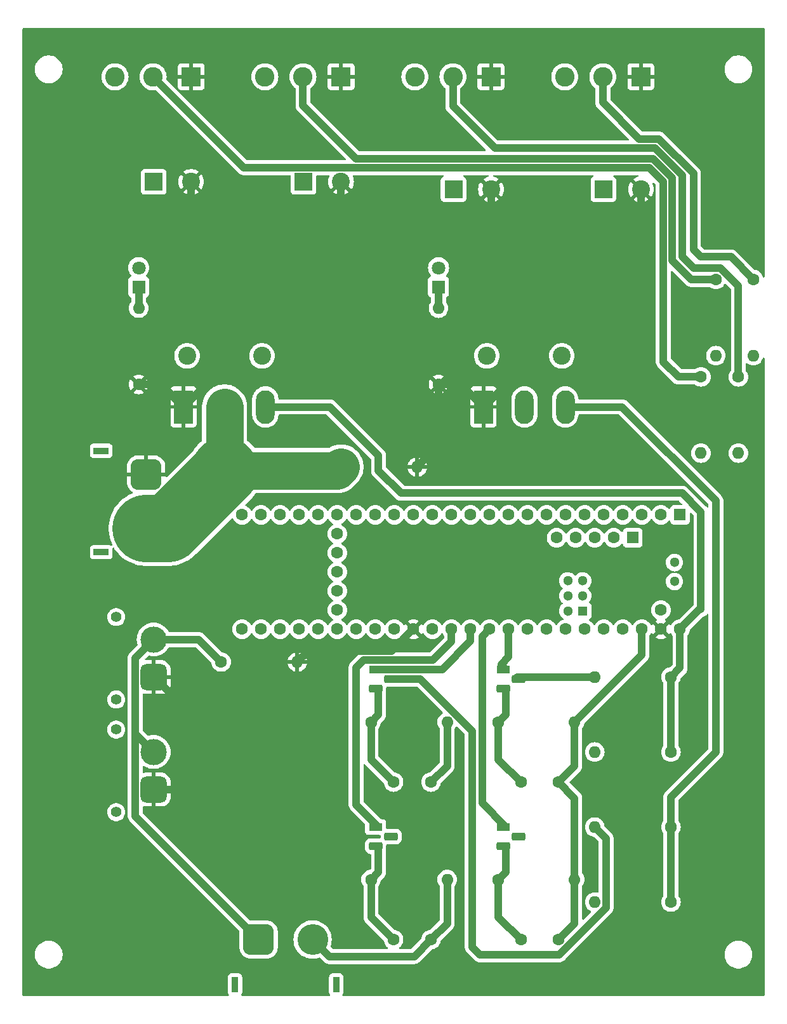
<source format=gbr>
%TF.GenerationSoftware,KiCad,Pcbnew,8.0.8-8.0.8-0~ubuntu22.04.1*%
%TF.CreationDate,2025-02-11T09:21:21+00:00*%
%TF.ProjectId,miniv_estop_board,6d696e69-765f-4657-9374-6f705f626f61,rev?*%
%TF.SameCoordinates,Original*%
%TF.FileFunction,Copper,L1,Top*%
%TF.FilePolarity,Positive*%
%FSLAX46Y46*%
G04 Gerber Fmt 4.6, Leading zero omitted, Abs format (unit mm)*
G04 Created by KiCad (PCBNEW 8.0.8-8.0.8-0~ubuntu22.04.1) date 2025-02-11 09:21:21*
%MOMM*%
%LPD*%
G01*
G04 APERTURE LIST*
G04 Aperture macros list*
%AMRoundRect*
0 Rectangle with rounded corners*
0 $1 Rounding radius*
0 $2 $3 $4 $5 $6 $7 $8 $9 X,Y pos of 4 corners*
0 Add a 4 corners polygon primitive as box body*
4,1,4,$2,$3,$4,$5,$6,$7,$8,$9,$2,$3,0*
0 Add four circle primitives for the rounded corners*
1,1,$1+$1,$2,$3*
1,1,$1+$1,$4,$5*
1,1,$1+$1,$6,$7*
1,1,$1+$1,$8,$9*
0 Add four rect primitives between the rounded corners*
20,1,$1+$1,$2,$3,$4,$5,0*
20,1,$1+$1,$4,$5,$6,$7,0*
20,1,$1+$1,$6,$7,$8,$9,0*
20,1,$1+$1,$8,$9,$2,$3,0*%
G04 Aperture macros list end*
%TA.AperFunction,ComponentPad*%
%ADD10R,2.000000X0.900000*%
%TD*%
%TA.AperFunction,ComponentPad*%
%ADD11RoundRect,1.025000X1.025000X-1.025000X1.025000X1.025000X-1.025000X1.025000X-1.025000X-1.025000X0*%
%TD*%
%TA.AperFunction,ComponentPad*%
%ADD12C,4.100000*%
%TD*%
%TA.AperFunction,ComponentPad*%
%ADD13R,1.800000X1.800000*%
%TD*%
%TA.AperFunction,ComponentPad*%
%ADD14C,1.800000*%
%TD*%
%TA.AperFunction,ComponentPad*%
%ADD15C,1.400000*%
%TD*%
%TA.AperFunction,ComponentPad*%
%ADD16RoundRect,0.770000X0.980000X-0.980000X0.980000X0.980000X-0.980000X0.980000X-0.980000X-0.980000X0*%
%TD*%
%TA.AperFunction,ComponentPad*%
%ADD17C,3.500000*%
%TD*%
%TA.AperFunction,ComponentPad*%
%ADD18C,1.600000*%
%TD*%
%TA.AperFunction,ComponentPad*%
%ADD19O,1.600000X1.600000*%
%TD*%
%TA.AperFunction,ComponentPad*%
%ADD20R,2.400000X2.400000*%
%TD*%
%TA.AperFunction,ComponentPad*%
%ADD21C,2.400000*%
%TD*%
%TA.AperFunction,ComponentPad*%
%ADD22R,2.600000X2.600000*%
%TD*%
%TA.AperFunction,ComponentPad*%
%ADD23C,2.600000*%
%TD*%
%TA.AperFunction,ComponentPad*%
%ADD24R,1.800000X1.100000*%
%TD*%
%TA.AperFunction,ComponentPad*%
%ADD25RoundRect,0.275000X-0.625000X0.275000X-0.625000X-0.275000X0.625000X-0.275000X0.625000X0.275000X0*%
%TD*%
%TA.AperFunction,ComponentPad*%
%ADD26R,2.500000X4.500000*%
%TD*%
%TA.AperFunction,ComponentPad*%
%ADD27O,2.500000X4.500000*%
%TD*%
%TA.AperFunction,ComponentPad*%
%ADD28R,0.900000X2.000000*%
%TD*%
%TA.AperFunction,ComponentPad*%
%ADD29RoundRect,1.025000X1.025000X1.025000X-1.025000X1.025000X-1.025000X-1.025000X1.025000X-1.025000X0*%
%TD*%
%TA.AperFunction,ComponentPad*%
%ADD30R,1.600000X1.600000*%
%TD*%
%TA.AperFunction,ComponentPad*%
%ADD31R,1.300000X1.300000*%
%TD*%
%TA.AperFunction,ComponentPad*%
%ADD32C,1.300000*%
%TD*%
%TA.AperFunction,Conductor*%
%ADD33C,1.000000*%
%TD*%
%TA.AperFunction,Conductor*%
%ADD34C,9.000000*%
%TD*%
%TA.AperFunction,Conductor*%
%ADD35C,5.000000*%
%TD*%
G04 APERTURE END LIST*
D10*
%TO.P,J1,*%
%TO.N,*%
X103000000Y-83350000D03*
X103000000Y-69850000D03*
D11*
%TO.P,J1,1,Pin_1*%
%TO.N,GND*%
X109000000Y-73000000D03*
D12*
%TO.P,J1,2,Pin_2*%
%TO.N,Net-(J1-Pin_2)*%
X109000000Y-80200000D03*
%TD*%
D13*
%TO.P,D3,1,K*%
%TO.N,Net-(D3-K)*%
X148000000Y-48000000D03*
D14*
%TO.P,D3,2,A*%
%TO.N,Net-(D3-A)*%
X148000000Y-45460000D03*
%TD*%
D15*
%TO.P,J8,*%
%TO.N,*%
X105000000Y-103000000D03*
X105000000Y-92000000D03*
D16*
%TO.P,J8,1,Pin_1*%
%TO.N,GND*%
X110000000Y-100000000D03*
D17*
%TO.P,J8,2,Pin_2*%
%TO.N,Net-(J6-Pin_1)*%
X110000000Y-95000000D03*
%TD*%
D18*
%TO.P,C5,1*%
%TO.N,Net-(J6-Pin_2)*%
X147000000Y-135000000D03*
%TO.P,C5,2*%
%TO.N,Net-(Q4-B)*%
X142000000Y-135000000D03*
%TD*%
%TO.P,R13,1*%
%TO.N,Net-(J3-Pin_2)*%
X185000000Y-47000000D03*
D19*
%TO.P,R13,2*%
%TO.N,Net-(Q2-C)*%
X185000000Y-57160000D03*
%TD*%
D18*
%TO.P,R3,1*%
%TO.N,Net-(Q7-B)*%
X156000000Y-106000000D03*
D19*
%TO.P,R3,2*%
%TO.N,Net-(J6-Pin_2)*%
X166160000Y-106000000D03*
%TD*%
D18*
%TO.P,R2,1*%
%TO.N,GND*%
X108000000Y-61000000D03*
D19*
%TO.P,R2,2*%
%TO.N,Net-(D1-K)*%
X108000000Y-50840000D03*
%TD*%
D18*
%TO.P,R1,1*%
%TO.N,Net-(J1-Pin_2)*%
X135000000Y-72000000D03*
D19*
%TO.P,R1,2*%
%TO.N,GND*%
X145160000Y-72000000D03*
%TD*%
D20*
%TO.P,C2,1*%
%TO.N,Net-(D1-A)*%
X110000000Y-34000000D03*
D21*
%TO.P,C2,2*%
%TO.N,GND*%
X115000000Y-34000000D03*
%TD*%
D18*
%TO.P,R5,1*%
%TO.N,Net-(Q2-B)*%
X156000000Y-127000000D03*
D19*
%TO.P,R5,2*%
%TO.N,Net-(J6-Pin_2)*%
X166160000Y-127000000D03*
%TD*%
D22*
%TO.P,J3,1,Pin_1*%
%TO.N,GND*%
X135000000Y-20000000D03*
D23*
%TO.P,J3,2,Pin_2*%
%TO.N,Net-(J3-Pin_2)*%
X129920000Y-20000000D03*
%TO.P,J3,3,Pin_3*%
%TO.N,Net-(D1-A)*%
X124840000Y-20000000D03*
%TD*%
D18*
%TO.P,R6,1*%
%TO.N,Net-(Q3-B)*%
X139000000Y-106000000D03*
D19*
%TO.P,R6,2*%
%TO.N,Net-(J6-Pin_2)*%
X149160000Y-106000000D03*
%TD*%
D18*
%TO.P,R12,1*%
%TO.N,Net-(J2-Pin_2)*%
X183000000Y-60000000D03*
D19*
%TO.P,R12,2*%
%TO.N,Net-(Q7-C)*%
X183000000Y-70160000D03*
%TD*%
D21*
%TO.P,HS1,*%
%TO.N,*%
X114450000Y-57200000D03*
X124450000Y-57200000D03*
%TD*%
D24*
%TO.P,Q3,1,E*%
%TO.N,Net-(Q3-E)*%
X139600000Y-99000000D03*
D25*
%TO.P,Q3,2,C*%
%TO.N,Net-(Q3-C)*%
X141670000Y-100270000D03*
%TO.P,Q3,3,B*%
%TO.N,Net-(Q3-B)*%
X139600000Y-101540000D03*
%TD*%
D20*
%TO.P,C7,1*%
%TO.N,Net-(D3-A)*%
X150000000Y-35000000D03*
D21*
%TO.P,C7,2*%
%TO.N,GND*%
X155000000Y-35000000D03*
%TD*%
D13*
%TO.P,D1,1,K*%
%TO.N,Net-(D1-K)*%
X108000000Y-48000000D03*
D14*
%TO.P,D1,2,A*%
%TO.N,Net-(D1-A)*%
X108000000Y-45460000D03*
%TD*%
D18*
%TO.P,R15,1*%
%TO.N,Net-(J5-Pin_2)*%
X190000000Y-47000000D03*
D19*
%TO.P,R15,2*%
%TO.N,Net-(Q4-C)*%
X190000000Y-57160000D03*
%TD*%
D18*
%TO.P,R16,1*%
%TO.N,GND*%
X148000000Y-61000000D03*
D19*
%TO.P,R16,2*%
%TO.N,Net-(D3-K)*%
X148000000Y-50840000D03*
%TD*%
D24*
%TO.P,Q7,1,E*%
%TO.N,Net-(Q7-E)*%
X156600000Y-99000000D03*
D25*
%TO.P,Q7,2,C*%
%TO.N,Net-(Q7-C)*%
X158670000Y-100270000D03*
%TO.P,Q7,3,B*%
%TO.N,Net-(Q7-B)*%
X156600000Y-101540000D03*
%TD*%
D22*
%TO.P,J5,1,Pin_1*%
%TO.N,GND*%
X175000000Y-20000000D03*
D23*
%TO.P,J5,2,Pin_2*%
%TO.N,Net-(J5-Pin_2)*%
X169920000Y-20000000D03*
%TO.P,J5,3,Pin_3*%
%TO.N,Net-(D3-A)*%
X164840000Y-20000000D03*
%TD*%
D18*
%TO.P,R11,1*%
%TO.N,Net-(J6-Pin_1)*%
X119000000Y-98000000D03*
D19*
%TO.P,R11,2*%
%TO.N,GND*%
X129160000Y-98000000D03*
%TD*%
D21*
%TO.P,HS2,*%
%TO.N,*%
X154450000Y-57200000D03*
X164450000Y-57200000D03*
%TD*%
D15*
%TO.P,J7,*%
%TO.N,*%
X105000000Y-118000000D03*
X105000000Y-107000000D03*
D16*
%TO.P,J7,1,Pin_1*%
%TO.N,GND*%
X110000000Y-115000000D03*
D17*
%TO.P,J7,2,Pin_2*%
%TO.N,Net-(J6-Pin_1)*%
X110000000Y-110000000D03*
%TD*%
D24*
%TO.P,Q2,1,E*%
%TO.N,Net-(Q2-E)*%
X156600000Y-120000000D03*
D25*
%TO.P,Q2,2,C*%
%TO.N,Net-(Q2-C)*%
X158670000Y-121270000D03*
%TO.P,Q2,3,B*%
%TO.N,Net-(Q2-B)*%
X156600000Y-122540000D03*
%TD*%
D22*
%TO.P,J2,1,Pin_1*%
%TO.N,GND*%
X115000000Y-20000000D03*
D23*
%TO.P,J2,2,Pin_2*%
%TO.N,Net-(J2-Pin_2)*%
X109920000Y-20000000D03*
%TO.P,J2,3,Pin_3*%
%TO.N,Net-(D1-A)*%
X104840000Y-20000000D03*
%TD*%
D26*
%TO.P,Q1,1,G*%
%TO.N,GND*%
X114000000Y-64000000D03*
D27*
%TO.P,Q1,2,D*%
%TO.N,Net-(J1-Pin_2)*%
X119450000Y-64000000D03*
%TO.P,Q1,3,S*%
%TO.N,Net-(D1-A)*%
X124900000Y-64000000D03*
%TD*%
D18*
%TO.P,C1,1*%
%TO.N,Net-(J6-Pin_2)*%
X164000000Y-114000000D03*
%TO.P,C1,2*%
%TO.N,Net-(Q7-B)*%
X159000000Y-114000000D03*
%TD*%
%TO.P,R8,1*%
%TO.N,Net-(D1-A)*%
X179000000Y-110000000D03*
D19*
%TO.P,R8,2*%
%TO.N,Net-(Q2-C)*%
X168840000Y-110000000D03*
%TD*%
D22*
%TO.P,J4,1,Pin_1*%
%TO.N,GND*%
X155000000Y-20000000D03*
D23*
%TO.P,J4,2,Pin_2*%
%TO.N,Net-(J4-Pin_2)*%
X149920000Y-20000000D03*
%TO.P,J4,3,Pin_3*%
%TO.N,Net-(D3-A)*%
X144840000Y-20000000D03*
%TD*%
D18*
%TO.P,R14,1*%
%TO.N,Net-(J4-Pin_2)*%
X188000000Y-60000000D03*
D19*
%TO.P,R14,2*%
%TO.N,Net-(Q3-C)*%
X188000000Y-70160000D03*
%TD*%
D20*
%TO.P,C9,1*%
%TO.N,Net-(D3-A)*%
X170000000Y-35000000D03*
D21*
%TO.P,C9,2*%
%TO.N,GND*%
X175000000Y-35000000D03*
%TD*%
D20*
%TO.P,C6,1*%
%TO.N,Net-(D1-A)*%
X130000000Y-34000000D03*
D21*
%TO.P,C6,2*%
%TO.N,GND*%
X135000000Y-34000000D03*
%TD*%
D26*
%TO.P,Q6,1,G*%
%TO.N,GND*%
X154000000Y-64000000D03*
D27*
%TO.P,Q6,2,D*%
%TO.N,Net-(J1-Pin_2)*%
X159450000Y-64000000D03*
%TO.P,Q6,3,S*%
%TO.N,Net-(D3-A)*%
X164900000Y-64000000D03*
%TD*%
D18*
%TO.P,R9,1*%
%TO.N,Net-(D3-A)*%
X179000000Y-120000000D03*
D19*
%TO.P,R9,2*%
%TO.N,Net-(Q3-C)*%
X168840000Y-120000000D03*
%TD*%
D18*
%TO.P,C4,1*%
%TO.N,Net-(J6-Pin_2)*%
X147000000Y-114000000D03*
%TO.P,C4,2*%
%TO.N,Net-(Q3-B)*%
X142000000Y-114000000D03*
%TD*%
%TO.P,R7,1*%
%TO.N,Net-(Q4-B)*%
X139000000Y-127000000D03*
D19*
%TO.P,R7,2*%
%TO.N,Net-(J6-Pin_2)*%
X149160000Y-127000000D03*
%TD*%
D28*
%TO.P,J6,*%
%TO.N,*%
X134350000Y-141000000D03*
X120850000Y-141000000D03*
D29*
%TO.P,J6,1,Pin_1*%
%TO.N,Net-(J6-Pin_1)*%
X124000000Y-135000000D03*
D12*
%TO.P,J6,2,Pin_2*%
%TO.N,Net-(J6-Pin_2)*%
X131200000Y-135000000D03*
%TD*%
D24*
%TO.P,Q4,1,E*%
%TO.N,Net-(Q4-E)*%
X139600000Y-120000000D03*
D25*
%TO.P,Q4,2,C*%
%TO.N,Net-(Q4-C)*%
X141670000Y-121270000D03*
%TO.P,Q4,3,B*%
%TO.N,Net-(Q4-B)*%
X139600000Y-122540000D03*
%TD*%
D30*
%TO.P,U1,1,GND*%
%TO.N,unconnected-(U1-GND-Pad1)*%
X180210000Y-78380000D03*
D18*
%TO.P,U1,2,0_RX1_CRX2_CS1*%
%TO.N,unconnected-(U1-0_RX1_CRX2_CS1-Pad2)*%
X177670000Y-78380000D03*
%TO.P,U1,3,1_TX1_CTX2_MISO1*%
%TO.N,unconnected-(U1-1_TX1_CTX2_MISO1-Pad3)*%
X175130000Y-78380000D03*
%TO.P,U1,4,2_OUT2*%
%TO.N,unconnected-(U1-2_OUT2-Pad4)*%
X172590000Y-78380000D03*
%TO.P,U1,5,3_LRCLK2*%
%TO.N,unconnected-(U1-3_LRCLK2-Pad5)*%
X170050000Y-78380000D03*
%TO.P,U1,6,4_BCLK2*%
%TO.N,unconnected-(U1-4_BCLK2-Pad6)*%
X167510000Y-78380000D03*
%TO.P,U1,7,5_IN2*%
%TO.N,unconnected-(U1-5_IN2-Pad7)*%
X164970000Y-78380000D03*
%TO.P,U1,8,6_OUT1D*%
%TO.N,unconnected-(U1-6_OUT1D-Pad8)*%
X162430000Y-78380000D03*
%TO.P,U1,9,7_RX2_OUT1A*%
%TO.N,unconnected-(U1-7_RX2_OUT1A-Pad9)*%
X159890000Y-78380000D03*
%TO.P,U1,10,8_TX2_IN1*%
%TO.N,unconnected-(U1-8_TX2_IN1-Pad10)*%
X157350000Y-78380000D03*
%TO.P,U1,11,9_OUT1C*%
%TO.N,unconnected-(U1-9_OUT1C-Pad11)*%
X154810000Y-78380000D03*
%TO.P,U1,12,10_CS_MQSR*%
%TO.N,unconnected-(U1-10_CS_MQSR-Pad12)*%
X152270000Y-78380000D03*
%TO.P,U1,13,11_MOSI_CTX1*%
%TO.N,unconnected-(U1-11_MOSI_CTX1-Pad13)*%
X149730000Y-78380000D03*
%TO.P,U1,14,12_MISO_MQSL*%
%TO.N,unconnected-(U1-12_MISO_MQSL-Pad14)*%
X147190000Y-78380000D03*
%TO.P,U1,15,3V3*%
%TO.N,unconnected-(U1-3V3-Pad15)*%
X144650000Y-78380000D03*
%TO.P,U1,16,24_A10_TX6_SCL2*%
%TO.N,unconnected-(U1-24_A10_TX6_SCL2-Pad16)*%
X142110000Y-78380000D03*
%TO.P,U1,17,25_A11_RX6_SDA2*%
%TO.N,unconnected-(U1-25_A11_RX6_SDA2-Pad17)*%
X139570000Y-78380000D03*
%TO.P,U1,18,26_A12_MOSI1*%
%TO.N,unconnected-(U1-26_A12_MOSI1-Pad18)*%
X137030000Y-78380000D03*
%TO.P,U1,19,27_A13_SCK1*%
%TO.N,unconnected-(U1-27_A13_SCK1-Pad19)*%
X134490000Y-78380000D03*
%TO.P,U1,20,28_RX7*%
%TO.N,unconnected-(U1-28_RX7-Pad20)*%
X131950000Y-78380000D03*
%TO.P,U1,21,29_TX7*%
%TO.N,unconnected-(U1-29_TX7-Pad21)*%
X129410000Y-78380000D03*
%TO.P,U1,22,30_CRX3*%
%TO.N,unconnected-(U1-30_CRX3-Pad22)*%
X126870000Y-78380000D03*
%TO.P,U1,23,31_CTX3*%
%TO.N,unconnected-(U1-31_CTX3-Pad23)*%
X124330000Y-78380000D03*
%TO.P,U1,24,32_OUT1B*%
%TO.N,unconnected-(U1-32_OUT1B-Pad24)*%
X121790000Y-78380000D03*
%TO.P,U1,25,33_MCLK2*%
%TO.N,unconnected-(U1-33_MCLK2-Pad25)*%
X121790000Y-93620000D03*
%TO.P,U1,26,34_RX8*%
%TO.N,unconnected-(U1-34_RX8-Pad26)*%
X124330000Y-93620000D03*
%TO.P,U1,27,35_TX8*%
%TO.N,unconnected-(U1-35_TX8-Pad27)*%
X126870000Y-93620000D03*
%TO.P,U1,28,36_CS*%
%TO.N,unconnected-(U1-36_CS-Pad28)*%
X129410000Y-93620000D03*
%TO.P,U1,29,37_CS*%
%TO.N,unconnected-(U1-37_CS-Pad29)*%
X131950000Y-93620000D03*
%TO.P,U1,30,38_CS1_IN1*%
%TO.N,unconnected-(U1-38_CS1_IN1-Pad30)*%
X134490000Y-93620000D03*
%TO.P,U1,31,39_MISO1_OUT1A*%
%TO.N,unconnected-(U1-39_MISO1_OUT1A-Pad31)*%
X137030000Y-93620000D03*
%TO.P,U1,32,40_A16*%
%TO.N,unconnected-(U1-40_A16-Pad32)*%
X139570000Y-93620000D03*
%TO.P,U1,33,41_A17*%
%TO.N,Net-(J6-Pin_1)*%
X142110000Y-93620000D03*
%TO.P,U1,34,GND*%
%TO.N,GND*%
X144650000Y-93620000D03*
%TO.P,U1,35,13_SCK_LED*%
%TO.N,unconnected-(U1-13_SCK_LED-Pad35)*%
X147190000Y-93620000D03*
%TO.P,U1,36,14_A0_TX3_SPDIF_OUT*%
%TO.N,Net-(Q4-E)*%
X149730000Y-93620000D03*
%TO.P,U1,37,15_A1_RX3_SPDIF_IN*%
%TO.N,Net-(Q3-E)*%
X152270000Y-93620000D03*
%TO.P,U1,38,16_A2_RX4_SCL1*%
%TO.N,Net-(Q2-E)*%
X154810000Y-93620000D03*
%TO.P,U1,39,17_A3_TX4_SDA1*%
%TO.N,Net-(Q7-E)*%
X157350000Y-93620000D03*
%TO.P,U1,40,18_A4_SDA*%
%TO.N,unconnected-(U1-18_A4_SDA-Pad40)*%
X159890000Y-93620000D03*
%TO.P,U1,41,19_A5_SCL*%
%TO.N,unconnected-(U1-19_A5_SCL-Pad41)*%
X162430000Y-93620000D03*
%TO.P,U1,42,20_A6_TX5_LRCLK1*%
%TO.N,unconnected-(U1-20_A6_TX5_LRCLK1-Pad42)*%
X164970000Y-93620000D03*
%TO.P,U1,43,21_A7_RX5_BCLK1*%
%TO.N,unconnected-(U1-21_A7_RX5_BCLK1-Pad43)*%
X167510000Y-93620000D03*
%TO.P,U1,44,22_A8_CTX1*%
%TO.N,unconnected-(U1-22_A8_CTX1-Pad44)*%
X170050000Y-93620000D03*
%TO.P,U1,45,23_A9_CRX1_MCLK1*%
%TO.N,unconnected-(U1-23_A9_CRX1_MCLK1-Pad45)*%
X172590000Y-93620000D03*
%TO.P,U1,46,3V3*%
%TO.N,Net-(J6-Pin_2)*%
X175130000Y-93620000D03*
%TO.P,U1,47,GND*%
%TO.N,GND*%
X177670000Y-93620000D03*
%TO.P,U1,48,VIN*%
%TO.N,Net-(D1-A)*%
X180210000Y-93620000D03*
%TO.P,U1,49,VUSB*%
%TO.N,unconnected-(U1-VUSB-Pad49)*%
X177670000Y-91080000D03*
%TO.P,U1,50,VBAT*%
%TO.N,unconnected-(U1-VBAT-Pad50)*%
X134490000Y-80920000D03*
%TO.P,U1,51,3V3*%
%TO.N,unconnected-(U1-3V3-Pad51)*%
X134490000Y-83460000D03*
%TO.P,U1,52,GND*%
%TO.N,unconnected-(U1-GND-Pad52)*%
X134490000Y-86000000D03*
%TO.P,U1,53,PROGRAM*%
%TO.N,unconnected-(U1-PROGRAM-Pad53)*%
X134490000Y-88540000D03*
%TO.P,U1,54,ON_OFF*%
%TO.N,unconnected-(U1-ON_OFF-Pad54)*%
X134490000Y-91080000D03*
D30*
%TO.P,U1,55,5V*%
%TO.N,unconnected-(U1-5V-Pad55)*%
X173910800Y-81430800D03*
D18*
%TO.P,U1,56,D-*%
%TO.N,unconnected-(U1-D--Pad56)*%
X171370800Y-81430800D03*
%TO.P,U1,57,D+*%
%TO.N,unconnected-(U1-D+-Pad57)*%
X168830800Y-81430800D03*
%TO.P,U1,58,GND*%
%TO.N,unconnected-(U1-GND-Pad58)*%
X166290800Y-81430800D03*
%TO.P,U1,59,GND*%
%TO.N,unconnected-(U1-GND-Pad59)*%
X163750800Y-81430800D03*
D31*
%TO.P,U1,60,R+*%
%TO.N,unconnected-(U1-R+-Pad60)*%
X167240000Y-91181600D03*
D32*
%TO.P,U1,61,LED*%
%TO.N,unconnected-(U1-LED-Pad61)*%
X167240000Y-89181600D03*
%TO.P,U1,62,T-*%
%TO.N,unconnected-(U1-T--Pad62)*%
X167240000Y-87181600D03*
%TO.P,U1,63,T+*%
%TO.N,unconnected-(U1-T+-Pad63)*%
X165240000Y-87181600D03*
%TO.P,U1,64,GND*%
%TO.N,unconnected-(U1-GND-Pad64)*%
X165240000Y-89181600D03*
%TO.P,U1,65,R-*%
%TO.N,unconnected-(U1-R--Pad65)*%
X165240000Y-91181600D03*
%TO.P,U1,66,D-*%
%TO.N,unconnected-(U1-D--Pad66)*%
X179480000Y-87270000D03*
%TO.P,U1,67,D+*%
%TO.N,unconnected-(U1-D+-Pad67)*%
X179480000Y-84730000D03*
%TD*%
D18*
%TO.P,C3,1*%
%TO.N,Net-(J6-Pin_2)*%
X164000000Y-135000000D03*
%TO.P,C3,2*%
%TO.N,Net-(Q2-B)*%
X159000000Y-135000000D03*
%TD*%
%TO.P,R10,1*%
%TO.N,Net-(D3-A)*%
X179000000Y-130000000D03*
D19*
%TO.P,R10,2*%
%TO.N,Net-(Q4-C)*%
X168840000Y-130000000D03*
%TD*%
D18*
%TO.P,R4,1*%
%TO.N,Net-(D1-A)*%
X179000000Y-100000000D03*
D19*
%TO.P,R4,2*%
%TO.N,Net-(Q7-C)*%
X168840000Y-100000000D03*
%TD*%
D33*
%TO.N,Net-(J6-Pin_2)*%
X149160000Y-127000000D02*
X149160000Y-132840000D01*
X166160000Y-132840000D02*
X164000000Y-135000000D01*
X166160000Y-116160000D02*
X164000000Y-114000000D01*
X166160000Y-127000000D02*
X166160000Y-116160000D01*
X166160000Y-111840000D02*
X164000000Y-114000000D01*
X149160000Y-132840000D02*
X147000000Y-135000000D01*
X149160000Y-106000000D02*
X149160000Y-111840000D01*
X149160000Y-111840000D02*
X147000000Y-114000000D01*
X147000000Y-135000000D02*
X144750001Y-137249999D01*
X144750001Y-137249999D02*
X133449999Y-137249999D01*
X175130000Y-93620000D02*
X175130000Y-97030000D01*
X166160000Y-106000000D02*
X166160000Y-111840000D01*
X133449999Y-137249999D02*
X131200000Y-135000000D01*
X175130000Y-97030000D02*
X166160000Y-106000000D01*
X166160000Y-127000000D02*
X166160000Y-132840000D01*
%TO.N,Net-(Q4-B)*%
X140000000Y-122540000D02*
X140000000Y-126000000D01*
X139000000Y-127000000D02*
X139000000Y-132000000D01*
X139000000Y-132000000D02*
X142000000Y-135000000D01*
X140000000Y-126000000D02*
X139000000Y-127000000D01*
%TO.N,Net-(J2-Pin_2)*%
X178000000Y-34000000D02*
X176100000Y-32100000D01*
X122020000Y-32100000D02*
X109920000Y-20000000D01*
X183000000Y-60000000D02*
X180000000Y-60000000D01*
X176100000Y-32100000D02*
X122020000Y-32100000D01*
X178000000Y-58000000D02*
X178000000Y-34000000D01*
X180000000Y-60000000D02*
X178000000Y-58000000D01*
%TO.N,Net-(Q2-B)*%
X157000000Y-122540000D02*
X157000000Y-126000000D01*
X157000000Y-126000000D02*
X156000000Y-127000000D01*
X156000000Y-132000000D02*
X159000000Y-135000000D01*
X156000000Y-127000000D02*
X156000000Y-132000000D01*
%TO.N,Net-(D1-K)*%
X108000000Y-50840000D02*
X108000000Y-48000000D01*
%TO.N,Net-(D1-A)*%
X183000000Y-78000000D02*
X180500000Y-75500000D01*
X182830000Y-91000000D02*
X183000000Y-91000000D01*
X140000000Y-70500000D02*
X133500000Y-64000000D01*
X133500000Y-64000000D02*
X124900000Y-64000000D01*
X143000000Y-75500000D02*
X140000000Y-72500000D01*
X183000000Y-91000000D02*
X183000000Y-78000000D01*
X140000000Y-72500000D02*
X140000000Y-70500000D01*
X180210000Y-98790000D02*
X179000000Y-100000000D01*
X180500000Y-75500000D02*
X143000000Y-75500000D01*
X180210000Y-93620000D02*
X182830000Y-91000000D01*
X180210000Y-93620000D02*
X180210000Y-98790000D01*
X179000000Y-100000000D02*
X179000000Y-110000000D01*
D34*
%TO.N,Net-(J1-Pin_2)*%
X109000000Y-80200000D02*
X111953388Y-80200000D01*
X111953388Y-80200000D02*
X119500000Y-72653388D01*
D35*
X119500000Y-72500000D02*
X134500000Y-72500000D01*
X119450000Y-64000000D02*
X119450000Y-72450000D01*
X134500000Y-72500000D02*
X135000000Y-72000000D01*
X119450000Y-72450000D02*
X119500000Y-72500000D01*
D34*
X119500000Y-72653388D02*
X119500000Y-72500000D01*
D33*
%TO.N,Net-(J3-Pin_2)*%
X179200000Y-44500000D02*
X179200000Y-33502944D01*
X185000000Y-47000000D02*
X181700000Y-47000000D01*
X179200000Y-33502944D02*
X176597056Y-30900000D01*
X181700000Y-47000000D02*
X179200000Y-44500000D01*
X129920000Y-23820000D02*
X137000000Y-30900000D01*
X176597056Y-30900000D02*
X137000000Y-30900000D01*
X129920000Y-20000000D02*
X129920000Y-23820000D01*
%TO.N,Net-(J4-Pin_2)*%
X155500000Y-29500000D02*
X176894112Y-29500000D01*
X176894112Y-29500000D02*
X180500000Y-33105888D01*
X180500000Y-33105888D02*
X180500000Y-44000000D01*
X149920000Y-23920000D02*
X155500000Y-29500000D01*
X149920000Y-20000000D02*
X149920000Y-23920000D01*
X180500000Y-44000000D02*
X182000000Y-45500000D01*
X188000000Y-47878679D02*
X188000000Y-60000000D01*
X182000000Y-45500000D02*
X185621321Y-45500000D01*
X185621321Y-45500000D02*
X188000000Y-47878679D01*
%TO.N,Net-(J5-Pin_2)*%
X169920000Y-23420000D02*
X174800000Y-28300000D01*
X182000000Y-32908832D02*
X182000000Y-43000000D01*
X169920000Y-20000000D02*
X169920000Y-23420000D01*
X174800000Y-28300000D02*
X177391168Y-28300000D01*
X183000000Y-44000000D02*
X187000000Y-44000000D01*
X187000000Y-44000000D02*
X190000000Y-47000000D01*
X182000000Y-43000000D02*
X183000000Y-44000000D01*
X177391168Y-28300000D02*
X182000000Y-32908832D01*
%TO.N,GND*%
X110000000Y-115000000D02*
X113500000Y-115000000D01*
X115000000Y-43000000D02*
X125000000Y-53000000D01*
X115500000Y-113000000D02*
X115500000Y-104000000D01*
X111000000Y-61000000D02*
X114000000Y-64000000D01*
X175000000Y-43000000D02*
X165250000Y-52750000D01*
X135000000Y-43000000D02*
X135000000Y-34000000D01*
X134160000Y-97890000D02*
X135500000Y-96550000D01*
X129160000Y-98000000D02*
X130610000Y-96550000D01*
X175000000Y-43000000D02*
X175000000Y-35000000D01*
X148000000Y-69160000D02*
X145160000Y-72000000D01*
X115000000Y-34000000D02*
X115000000Y-43000000D01*
X145000000Y-71840000D02*
X145160000Y-72000000D01*
X141720000Y-96550000D02*
X144650000Y-93620000D01*
X108000000Y-61000000D02*
X111000000Y-61000000D01*
X113500000Y-115000000D02*
X115500000Y-113000000D01*
X151000000Y-61000000D02*
X154000000Y-64000000D01*
X117500000Y-102000000D02*
X132500000Y-102000000D01*
X130610000Y-96550000D02*
X135500000Y-96550000D01*
X155000000Y-42500000D02*
X155000000Y-35000000D01*
X117500000Y-102000000D02*
X112000000Y-102000000D01*
X135500000Y-96550000D02*
X141720000Y-96550000D01*
X165250000Y-52750000D02*
X155000000Y-42500000D01*
X114000000Y-64000000D02*
X125000000Y-53000000D01*
X148000000Y-61000000D02*
X148000000Y-69160000D01*
X165250000Y-52750000D02*
X154000000Y-64000000D01*
X112000000Y-102000000D02*
X110000000Y-100000000D01*
X132500000Y-102000000D02*
X134160000Y-100340000D01*
X134160000Y-100340000D02*
X134160000Y-97890000D01*
X148000000Y-61000000D02*
X151000000Y-61000000D01*
X115500000Y-104000000D02*
X117500000Y-102000000D01*
X125000000Y-53000000D02*
X135000000Y-43000000D01*
%TO.N,Net-(Q2-E)*%
X153810000Y-116810000D02*
X157000000Y-120000000D01*
X153810000Y-94620000D02*
X153810000Y-116810000D01*
X154810000Y-93620000D02*
X153810000Y-94620000D01*
%TO.N,Net-(Q3-E)*%
X152270000Y-95230000D02*
X152270000Y-93620000D01*
X148500000Y-99000000D02*
X152270000Y-95230000D01*
X140000000Y-99000000D02*
X148500000Y-99000000D01*
%TO.N,Net-(Q4-E)*%
X137000000Y-98750000D02*
X138000000Y-97750000D01*
X137000000Y-117000000D02*
X137000000Y-98750000D01*
X138000000Y-97750000D02*
X147250000Y-97750000D01*
X149730000Y-95270000D02*
X149730000Y-93620000D01*
X140000000Y-120000000D02*
X137000000Y-117000000D01*
X147250000Y-97750000D02*
X149730000Y-95270000D01*
%TO.N,Net-(Q7-B)*%
X156000000Y-111000000D02*
X159000000Y-114000000D01*
X157000000Y-101540000D02*
X157000000Y-105000000D01*
X157000000Y-105000000D02*
X156000000Y-106000000D01*
X156000000Y-106000000D02*
X156000000Y-111000000D01*
%TO.N,Net-(Q3-B)*%
X139000000Y-111000000D02*
X142000000Y-114000000D01*
X140000000Y-101540000D02*
X140000000Y-105000000D01*
X140000000Y-105000000D02*
X139000000Y-106000000D01*
X139000000Y-106000000D02*
X139000000Y-111000000D01*
%TO.N,Net-(Q7-E)*%
X156350000Y-98350000D02*
X157350000Y-97350000D01*
X157350000Y-97350000D02*
X157350000Y-93620000D01*
X156350000Y-98350000D02*
X157000000Y-99000000D01*
%TO.N,Net-(D3-A)*%
X185000000Y-110000000D02*
X185000000Y-76500000D01*
X179000000Y-120000000D02*
X179000000Y-116000000D01*
X179000000Y-116000000D02*
X185000000Y-110000000D01*
X172500000Y-64000000D02*
X164900000Y-64000000D01*
X179000000Y-130000000D02*
X179000000Y-120000000D01*
X185000000Y-76500000D02*
X172500000Y-64000000D01*
%TO.N,Net-(D3-K)*%
X148000000Y-50840000D02*
X148000000Y-48000000D01*
%TO.N,Net-(J6-Pin_1)*%
X107550000Y-107550000D02*
X110000000Y-110000000D01*
X107550000Y-107550000D02*
X107550000Y-118550000D01*
X110000000Y-95000000D02*
X116000000Y-95000000D01*
X107550000Y-118550000D02*
X124000000Y-135000000D01*
X107550000Y-97450000D02*
X107550000Y-107550000D01*
X110000000Y-95000000D02*
X107550000Y-97450000D01*
X116000000Y-95000000D02*
X119000000Y-98000000D01*
%TO.N,Net-(Q3-C)*%
X152500000Y-107218679D02*
X152500000Y-136000000D01*
X168840000Y-120000000D02*
X170340000Y-121500000D01*
X141270000Y-100270000D02*
X145551321Y-100270000D01*
X170340000Y-130781321D02*
X164121321Y-137000000D01*
X170340000Y-121500000D02*
X170340000Y-130781321D01*
X164121321Y-137000000D02*
X153500000Y-137000000D01*
X145551321Y-100270000D02*
X152500000Y-107218679D01*
X153500000Y-137000000D02*
X152500000Y-136000000D01*
%TO.N,Net-(Q7-C)*%
X158540000Y-100000000D02*
X168840000Y-100000000D01*
X158270000Y-100270000D02*
X158540000Y-100000000D01*
%TD*%
%TA.AperFunction,Conductor*%
%TO.N,GND*%
G36*
X181715702Y-78131068D02*
G01*
X181722180Y-78137100D01*
X181963181Y-78378101D01*
X181996666Y-78439424D01*
X181999500Y-78465782D01*
X181999500Y-90364216D01*
X181979815Y-90431255D01*
X181963181Y-90451897D01*
X180121966Y-92293111D01*
X180060643Y-92326596D01*
X180045095Y-92328958D01*
X179983307Y-92334365D01*
X179763511Y-92393258D01*
X179763502Y-92393261D01*
X179557267Y-92489431D01*
X179557265Y-92489432D01*
X179370858Y-92619954D01*
X179209954Y-92780858D01*
X179079432Y-92967265D01*
X179079428Y-92967272D01*
X179052105Y-93025866D01*
X179005932Y-93078305D01*
X178938738Y-93097456D01*
X178871858Y-93077239D01*
X178827342Y-93025864D01*
X178800136Y-92967521D01*
X178800132Y-92967513D01*
X178749025Y-92894526D01*
X178193787Y-93449764D01*
X178182518Y-93407708D01*
X178110110Y-93282292D01*
X178007708Y-93179890D01*
X177882292Y-93107482D01*
X177840234Y-93096212D01*
X178395472Y-92540974D01*
X178322480Y-92489864D01*
X178264134Y-92462657D01*
X178211695Y-92416484D01*
X178192543Y-92349291D01*
X178212759Y-92282410D01*
X178264134Y-92237893D01*
X178322734Y-92210568D01*
X178509139Y-92080047D01*
X178670047Y-91919139D01*
X178800568Y-91732734D01*
X178896739Y-91526496D01*
X178955635Y-91306692D01*
X178975468Y-91080000D01*
X178971782Y-91037874D01*
X178961536Y-90920754D01*
X178955635Y-90853308D01*
X178896739Y-90633504D01*
X178800568Y-90427266D01*
X178670047Y-90240861D01*
X178670045Y-90240858D01*
X178509141Y-90079954D01*
X178322734Y-89949432D01*
X178322732Y-89949431D01*
X178116497Y-89853261D01*
X178116488Y-89853258D01*
X177896697Y-89794366D01*
X177896693Y-89794365D01*
X177896692Y-89794365D01*
X177896691Y-89794364D01*
X177896686Y-89794364D01*
X177670002Y-89774532D01*
X177669998Y-89774532D01*
X177443313Y-89794364D01*
X177443302Y-89794366D01*
X177223511Y-89853258D01*
X177223502Y-89853261D01*
X177017267Y-89949431D01*
X177017265Y-89949432D01*
X176830858Y-90079954D01*
X176669954Y-90240858D01*
X176539432Y-90427265D01*
X176539431Y-90427267D01*
X176443261Y-90633502D01*
X176443258Y-90633511D01*
X176384366Y-90853302D01*
X176384364Y-90853313D01*
X176364532Y-91079998D01*
X176364532Y-91080001D01*
X176384364Y-91306686D01*
X176384366Y-91306697D01*
X176443258Y-91526488D01*
X176443261Y-91526497D01*
X176539431Y-91732732D01*
X176539432Y-91732734D01*
X176669954Y-91919141D01*
X176830858Y-92080045D01*
X176830861Y-92080047D01*
X177017266Y-92210568D01*
X177075865Y-92237893D01*
X177128305Y-92284065D01*
X177147457Y-92351258D01*
X177127242Y-92418139D01*
X177075867Y-92462657D01*
X177017513Y-92489868D01*
X177017512Y-92489868D01*
X176944526Y-92540973D01*
X176944526Y-92540974D01*
X177499765Y-93096212D01*
X177457708Y-93107482D01*
X177332292Y-93179890D01*
X177229890Y-93282292D01*
X177157482Y-93407708D01*
X177146212Y-93449764D01*
X176590974Y-92894526D01*
X176590973Y-92894526D01*
X176539868Y-92967512D01*
X176539868Y-92967513D01*
X176512657Y-93025867D01*
X176466484Y-93078306D01*
X176399290Y-93097457D01*
X176332409Y-93077241D01*
X176287893Y-93025865D01*
X176260682Y-92967512D01*
X176260568Y-92967266D01*
X176130047Y-92780861D01*
X176130045Y-92780858D01*
X175969141Y-92619954D01*
X175782734Y-92489432D01*
X175782732Y-92489431D01*
X175576497Y-92393261D01*
X175576488Y-92393258D01*
X175356697Y-92334366D01*
X175356693Y-92334365D01*
X175356692Y-92334365D01*
X175356691Y-92334364D01*
X175356686Y-92334364D01*
X175130002Y-92314532D01*
X175129998Y-92314532D01*
X174903313Y-92334364D01*
X174903302Y-92334366D01*
X174683511Y-92393258D01*
X174683502Y-92393261D01*
X174477267Y-92489431D01*
X174477265Y-92489432D01*
X174290858Y-92619954D01*
X174129954Y-92780858D01*
X173999432Y-92967265D01*
X173999431Y-92967267D01*
X173972382Y-93025275D01*
X173926209Y-93077714D01*
X173859016Y-93096866D01*
X173792135Y-93076650D01*
X173747618Y-93025275D01*
X173720568Y-92967266D01*
X173590047Y-92780861D01*
X173590045Y-92780858D01*
X173429141Y-92619954D01*
X173242734Y-92489432D01*
X173242732Y-92489431D01*
X173036497Y-92393261D01*
X173036488Y-92393258D01*
X172816697Y-92334366D01*
X172816693Y-92334365D01*
X172816692Y-92334365D01*
X172816691Y-92334364D01*
X172816686Y-92334364D01*
X172590002Y-92314532D01*
X172589998Y-92314532D01*
X172363313Y-92334364D01*
X172363302Y-92334366D01*
X172143511Y-92393258D01*
X172143502Y-92393261D01*
X171937267Y-92489431D01*
X171937265Y-92489432D01*
X171750858Y-92619954D01*
X171589954Y-92780858D01*
X171459432Y-92967265D01*
X171459431Y-92967267D01*
X171432382Y-93025275D01*
X171386209Y-93077714D01*
X171319016Y-93096866D01*
X171252135Y-93076650D01*
X171207618Y-93025275D01*
X171180568Y-92967266D01*
X171050047Y-92780861D01*
X171050045Y-92780858D01*
X170889141Y-92619954D01*
X170702734Y-92489432D01*
X170702732Y-92489431D01*
X170496497Y-92393261D01*
X170496488Y-92393258D01*
X170276697Y-92334366D01*
X170276693Y-92334365D01*
X170276692Y-92334365D01*
X170276691Y-92334364D01*
X170276686Y-92334364D01*
X170050002Y-92314532D01*
X170049998Y-92314532D01*
X169823313Y-92334364D01*
X169823302Y-92334366D01*
X169603511Y-92393258D01*
X169603502Y-92393261D01*
X169397267Y-92489431D01*
X169397265Y-92489432D01*
X169210858Y-92619954D01*
X169049954Y-92780858D01*
X168919432Y-92967265D01*
X168919431Y-92967267D01*
X168892382Y-93025275D01*
X168846209Y-93077714D01*
X168779016Y-93096866D01*
X168712135Y-93076650D01*
X168667618Y-93025275D01*
X168640568Y-92967266D01*
X168510047Y-92780861D01*
X168510045Y-92780858D01*
X168349141Y-92619954D01*
X168162734Y-92489432D01*
X168162728Y-92489429D01*
X168155529Y-92486072D01*
X168103092Y-92439899D01*
X168083942Y-92372705D01*
X168104160Y-92305824D01*
X168133624Y-92274427D01*
X168247546Y-92189146D01*
X168333796Y-92073931D01*
X168384091Y-91939083D01*
X168390500Y-91879473D01*
X168390499Y-90483728D01*
X168384091Y-90424117D01*
X168379540Y-90411916D01*
X168333797Y-90289271D01*
X168333793Y-90289264D01*
X168247547Y-90174055D01*
X168145790Y-90097879D01*
X168103920Y-90041945D01*
X168098936Y-89972254D01*
X168121146Y-89923889D01*
X168222366Y-89789855D01*
X168317405Y-89598989D01*
X168375756Y-89393910D01*
X168395429Y-89181600D01*
X168375756Y-88969290D01*
X168317405Y-88764211D01*
X168317403Y-88764206D01*
X168317403Y-88764205D01*
X168222367Y-88573346D01*
X168141046Y-88465661D01*
X168093872Y-88403193D01*
X167951317Y-88273236D01*
X167915036Y-88213526D01*
X167916797Y-88143678D01*
X167951318Y-88089963D01*
X167996902Y-88048407D01*
X168093872Y-87960007D01*
X168222366Y-87789855D01*
X168240000Y-87754440D01*
X168317403Y-87598994D01*
X168317403Y-87598993D01*
X168317405Y-87598989D01*
X168375756Y-87393910D01*
X168395429Y-87181600D01*
X168375756Y-86969290D01*
X168317405Y-86764211D01*
X168317403Y-86764206D01*
X168317403Y-86764205D01*
X168222367Y-86573346D01*
X168093872Y-86403193D01*
X167936302Y-86259548D01*
X167755019Y-86147302D01*
X167755017Y-86147301D01*
X167625277Y-86097040D01*
X167556198Y-86070279D01*
X167346610Y-86031100D01*
X167133390Y-86031100D01*
X166923802Y-86070279D01*
X166923799Y-86070279D01*
X166923799Y-86070280D01*
X166724982Y-86147301D01*
X166724980Y-86147302D01*
X166543699Y-86259547D01*
X166386126Y-86403194D01*
X166338953Y-86465661D01*
X166282844Y-86507296D01*
X166213132Y-86511987D01*
X166151950Y-86478244D01*
X166141047Y-86465661D01*
X166093873Y-86403194D01*
X166093872Y-86403193D01*
X165936302Y-86259548D01*
X165755019Y-86147302D01*
X165755017Y-86147301D01*
X165625277Y-86097040D01*
X165556198Y-86070279D01*
X165346610Y-86031100D01*
X165133390Y-86031100D01*
X164923802Y-86070279D01*
X164923799Y-86070279D01*
X164923799Y-86070280D01*
X164724982Y-86147301D01*
X164724980Y-86147302D01*
X164543699Y-86259547D01*
X164386127Y-86403193D01*
X164257632Y-86573346D01*
X164162596Y-86764205D01*
X164162596Y-86764207D01*
X164104244Y-86969289D01*
X164084571Y-87181599D01*
X164084571Y-87181600D01*
X164104244Y-87393910D01*
X164162596Y-87598992D01*
X164162596Y-87598994D01*
X164257632Y-87789853D01*
X164386127Y-87960006D01*
X164528682Y-88089963D01*
X164564963Y-88149675D01*
X164563202Y-88219522D01*
X164528682Y-88273237D01*
X164386127Y-88403193D01*
X164257632Y-88573346D01*
X164162596Y-88764205D01*
X164162596Y-88764207D01*
X164104244Y-88969289D01*
X164084571Y-89181599D01*
X164084571Y-89181600D01*
X164104244Y-89393910D01*
X164162596Y-89598992D01*
X164162596Y-89598994D01*
X164257632Y-89789853D01*
X164386127Y-89960006D01*
X164528682Y-90089963D01*
X164564963Y-90149675D01*
X164563202Y-90219522D01*
X164528682Y-90273237D01*
X164386127Y-90403193D01*
X164257632Y-90573346D01*
X164162596Y-90764205D01*
X164162596Y-90764207D01*
X164104244Y-90969289D01*
X164091802Y-91103568D01*
X164084571Y-91181600D01*
X164104244Y-91393910D01*
X164127007Y-91473914D01*
X164162596Y-91598992D01*
X164162596Y-91598994D01*
X164257632Y-91789853D01*
X164355267Y-91919141D01*
X164386128Y-91960007D01*
X164543698Y-92103652D01*
X164543700Y-92103653D01*
X164543701Y-92103654D01*
X164620222Y-92151034D01*
X164666858Y-92203062D01*
X164677962Y-92272044D01*
X164650009Y-92336078D01*
X164591874Y-92374834D01*
X164587040Y-92376235D01*
X164523517Y-92393256D01*
X164523502Y-92393261D01*
X164317267Y-92489431D01*
X164317265Y-92489432D01*
X164130858Y-92619954D01*
X163969954Y-92780858D01*
X163839432Y-92967265D01*
X163839431Y-92967267D01*
X163812382Y-93025275D01*
X163766209Y-93077714D01*
X163699016Y-93096866D01*
X163632135Y-93076650D01*
X163587618Y-93025275D01*
X163560568Y-92967266D01*
X163430047Y-92780861D01*
X163430045Y-92780858D01*
X163269141Y-92619954D01*
X163082734Y-92489432D01*
X163082732Y-92489431D01*
X162876497Y-92393261D01*
X162876488Y-92393258D01*
X162656697Y-92334366D01*
X162656693Y-92334365D01*
X162656692Y-92334365D01*
X162656691Y-92334364D01*
X162656686Y-92334364D01*
X162430002Y-92314532D01*
X162429998Y-92314532D01*
X162203313Y-92334364D01*
X162203302Y-92334366D01*
X161983511Y-92393258D01*
X161983502Y-92393261D01*
X161777267Y-92489431D01*
X161777265Y-92489432D01*
X161590858Y-92619954D01*
X161429954Y-92780858D01*
X161299432Y-92967265D01*
X161299431Y-92967267D01*
X161272382Y-93025275D01*
X161226209Y-93077714D01*
X161159016Y-93096866D01*
X161092135Y-93076650D01*
X161047618Y-93025275D01*
X161020568Y-92967266D01*
X160890047Y-92780861D01*
X160890045Y-92780858D01*
X160729141Y-92619954D01*
X160542734Y-92489432D01*
X160542732Y-92489431D01*
X160336497Y-92393261D01*
X160336488Y-92393258D01*
X160116697Y-92334366D01*
X160116693Y-92334365D01*
X160116692Y-92334365D01*
X160116691Y-92334364D01*
X160116686Y-92334364D01*
X159890002Y-92314532D01*
X159889998Y-92314532D01*
X159663313Y-92334364D01*
X159663302Y-92334366D01*
X159443511Y-92393258D01*
X159443502Y-92393261D01*
X159237267Y-92489431D01*
X159237265Y-92489432D01*
X159050858Y-92619954D01*
X158889954Y-92780858D01*
X158759432Y-92967265D01*
X158759431Y-92967267D01*
X158732382Y-93025275D01*
X158686209Y-93077714D01*
X158619016Y-93096866D01*
X158552135Y-93076650D01*
X158507618Y-93025275D01*
X158480568Y-92967266D01*
X158350047Y-92780861D01*
X158350045Y-92780858D01*
X158189141Y-92619954D01*
X158002734Y-92489432D01*
X158002732Y-92489431D01*
X157796497Y-92393261D01*
X157796488Y-92393258D01*
X157576697Y-92334366D01*
X157576693Y-92334365D01*
X157576692Y-92334365D01*
X157576691Y-92334364D01*
X157576686Y-92334364D01*
X157350002Y-92314532D01*
X157349998Y-92314532D01*
X157123313Y-92334364D01*
X157123302Y-92334366D01*
X156903511Y-92393258D01*
X156903502Y-92393261D01*
X156697267Y-92489431D01*
X156697265Y-92489432D01*
X156510858Y-92619954D01*
X156349954Y-92780858D01*
X156219432Y-92967265D01*
X156219431Y-92967267D01*
X156192382Y-93025275D01*
X156146209Y-93077714D01*
X156079016Y-93096866D01*
X156012135Y-93076650D01*
X155967618Y-93025275D01*
X155940568Y-92967266D01*
X155810047Y-92780861D01*
X155810045Y-92780858D01*
X155649141Y-92619954D01*
X155462734Y-92489432D01*
X155462732Y-92489431D01*
X155256497Y-92393261D01*
X155256488Y-92393258D01*
X155036697Y-92334366D01*
X155036693Y-92334365D01*
X155036692Y-92334365D01*
X155036691Y-92334364D01*
X155036686Y-92334364D01*
X154810002Y-92314532D01*
X154809998Y-92314532D01*
X154583313Y-92334364D01*
X154583302Y-92334366D01*
X154363511Y-92393258D01*
X154363502Y-92393261D01*
X154157267Y-92489431D01*
X154157265Y-92489432D01*
X153970858Y-92619954D01*
X153809954Y-92780858D01*
X153679432Y-92967265D01*
X153679431Y-92967267D01*
X153652382Y-93025275D01*
X153606209Y-93077714D01*
X153539016Y-93096866D01*
X153472135Y-93076650D01*
X153427618Y-93025275D01*
X153400568Y-92967266D01*
X153270047Y-92780861D01*
X153270045Y-92780858D01*
X153109141Y-92619954D01*
X152922734Y-92489432D01*
X152922732Y-92489431D01*
X152716497Y-92393261D01*
X152716488Y-92393258D01*
X152496697Y-92334366D01*
X152496693Y-92334365D01*
X152496692Y-92334365D01*
X152496691Y-92334364D01*
X152496686Y-92334364D01*
X152270002Y-92314532D01*
X152269998Y-92314532D01*
X152043313Y-92334364D01*
X152043302Y-92334366D01*
X151823511Y-92393258D01*
X151823502Y-92393261D01*
X151617267Y-92489431D01*
X151617265Y-92489432D01*
X151430858Y-92619954D01*
X151269954Y-92780858D01*
X151139432Y-92967265D01*
X151139431Y-92967267D01*
X151112382Y-93025275D01*
X151066209Y-93077714D01*
X150999016Y-93096866D01*
X150932135Y-93076650D01*
X150887618Y-93025275D01*
X150860568Y-92967266D01*
X150730047Y-92780861D01*
X150730045Y-92780858D01*
X150569141Y-92619954D01*
X150382734Y-92489432D01*
X150382732Y-92489431D01*
X150176497Y-92393261D01*
X150176488Y-92393258D01*
X149956697Y-92334366D01*
X149956693Y-92334365D01*
X149956692Y-92334365D01*
X149956691Y-92334364D01*
X149956686Y-92334364D01*
X149730002Y-92314532D01*
X149729998Y-92314532D01*
X149503313Y-92334364D01*
X149503302Y-92334366D01*
X149283511Y-92393258D01*
X149283502Y-92393261D01*
X149077267Y-92489431D01*
X149077265Y-92489432D01*
X148890858Y-92619954D01*
X148729954Y-92780858D01*
X148599432Y-92967265D01*
X148599431Y-92967267D01*
X148572382Y-93025275D01*
X148526209Y-93077714D01*
X148459016Y-93096866D01*
X148392135Y-93076650D01*
X148347618Y-93025275D01*
X148320568Y-92967266D01*
X148190047Y-92780861D01*
X148190045Y-92780858D01*
X148029141Y-92619954D01*
X147842734Y-92489432D01*
X147842732Y-92489431D01*
X147636497Y-92393261D01*
X147636488Y-92393258D01*
X147416697Y-92334366D01*
X147416693Y-92334365D01*
X147416692Y-92334365D01*
X147416691Y-92334364D01*
X147416686Y-92334364D01*
X147190002Y-92314532D01*
X147189998Y-92314532D01*
X146963313Y-92334364D01*
X146963302Y-92334366D01*
X146743511Y-92393258D01*
X146743502Y-92393261D01*
X146537267Y-92489431D01*
X146537265Y-92489432D01*
X146350858Y-92619954D01*
X146189954Y-92780858D01*
X146059432Y-92967265D01*
X146059428Y-92967272D01*
X146032105Y-93025866D01*
X145985932Y-93078305D01*
X145918738Y-93097456D01*
X145851858Y-93077239D01*
X145807342Y-93025864D01*
X145780136Y-92967521D01*
X145780132Y-92967513D01*
X145729025Y-92894526D01*
X145173787Y-93449764D01*
X145162518Y-93407708D01*
X145090110Y-93282292D01*
X144987708Y-93179890D01*
X144862292Y-93107482D01*
X144820234Y-93096212D01*
X145375472Y-92540974D01*
X145302478Y-92489863D01*
X145096331Y-92393735D01*
X145096317Y-92393730D01*
X144876610Y-92334860D01*
X144876599Y-92334858D01*
X144650002Y-92315034D01*
X144649998Y-92315034D01*
X144423400Y-92334858D01*
X144423389Y-92334860D01*
X144203682Y-92393730D01*
X144203673Y-92393734D01*
X143997516Y-92489866D01*
X143997512Y-92489868D01*
X143924526Y-92540973D01*
X143924526Y-92540974D01*
X144479765Y-93096212D01*
X144437708Y-93107482D01*
X144312292Y-93179890D01*
X144209890Y-93282292D01*
X144137482Y-93407708D01*
X144126212Y-93449764D01*
X143570974Y-92894526D01*
X143570973Y-92894526D01*
X143519868Y-92967512D01*
X143519868Y-92967513D01*
X143492657Y-93025867D01*
X143446484Y-93078306D01*
X143379290Y-93097457D01*
X143312409Y-93077241D01*
X143267893Y-93025865D01*
X143240682Y-92967512D01*
X143240568Y-92967266D01*
X143110047Y-92780861D01*
X143110045Y-92780858D01*
X142949141Y-92619954D01*
X142762734Y-92489432D01*
X142762732Y-92489431D01*
X142556497Y-92393261D01*
X142556488Y-92393258D01*
X142336697Y-92334366D01*
X142336693Y-92334365D01*
X142336692Y-92334365D01*
X142336691Y-92334364D01*
X142336686Y-92334364D01*
X142110002Y-92314532D01*
X142109998Y-92314532D01*
X141883313Y-92334364D01*
X141883302Y-92334366D01*
X141663511Y-92393258D01*
X141663502Y-92393261D01*
X141457267Y-92489431D01*
X141457265Y-92489432D01*
X141270858Y-92619954D01*
X141109954Y-92780858D01*
X140979432Y-92967265D01*
X140979431Y-92967267D01*
X140952382Y-93025275D01*
X140906209Y-93077714D01*
X140839016Y-93096866D01*
X140772135Y-93076650D01*
X140727618Y-93025275D01*
X140700568Y-92967266D01*
X140570047Y-92780861D01*
X140570045Y-92780858D01*
X140409141Y-92619954D01*
X140222734Y-92489432D01*
X140222732Y-92489431D01*
X140016497Y-92393261D01*
X140016488Y-92393258D01*
X139796697Y-92334366D01*
X139796693Y-92334365D01*
X139796692Y-92334365D01*
X139796691Y-92334364D01*
X139796686Y-92334364D01*
X139570002Y-92314532D01*
X139569998Y-92314532D01*
X139343313Y-92334364D01*
X139343302Y-92334366D01*
X139123511Y-92393258D01*
X139123502Y-92393261D01*
X138917267Y-92489431D01*
X138917265Y-92489432D01*
X138730858Y-92619954D01*
X138569954Y-92780858D01*
X138439432Y-92967265D01*
X138439431Y-92967267D01*
X138412382Y-93025275D01*
X138366209Y-93077714D01*
X138299016Y-93096866D01*
X138232135Y-93076650D01*
X138187618Y-93025275D01*
X138160568Y-92967266D01*
X138030047Y-92780861D01*
X138030045Y-92780858D01*
X137869141Y-92619954D01*
X137682734Y-92489432D01*
X137682732Y-92489431D01*
X137476497Y-92393261D01*
X137476488Y-92393258D01*
X137256697Y-92334366D01*
X137256693Y-92334365D01*
X137256692Y-92334365D01*
X137256691Y-92334364D01*
X137256686Y-92334364D01*
X137030002Y-92314532D01*
X137029998Y-92314532D01*
X136803313Y-92334364D01*
X136803302Y-92334366D01*
X136583511Y-92393258D01*
X136583502Y-92393261D01*
X136377267Y-92489431D01*
X136377265Y-92489432D01*
X136190858Y-92619954D01*
X136029954Y-92780858D01*
X135899432Y-92967265D01*
X135899431Y-92967267D01*
X135872382Y-93025275D01*
X135826209Y-93077714D01*
X135759016Y-93096866D01*
X135692135Y-93076650D01*
X135647618Y-93025275D01*
X135620568Y-92967266D01*
X135490047Y-92780861D01*
X135490045Y-92780858D01*
X135329141Y-92619954D01*
X135142734Y-92489432D01*
X135142728Y-92489429D01*
X135084725Y-92462382D01*
X135032285Y-92416210D01*
X135013133Y-92349017D01*
X135033348Y-92282135D01*
X135084725Y-92237618D01*
X135142734Y-92210568D01*
X135329139Y-92080047D01*
X135490047Y-91919139D01*
X135620568Y-91732734D01*
X135716739Y-91526496D01*
X135775635Y-91306692D01*
X135795468Y-91080000D01*
X135791782Y-91037874D01*
X135781536Y-90920754D01*
X135775635Y-90853308D01*
X135716739Y-90633504D01*
X135620568Y-90427266D01*
X135490047Y-90240861D01*
X135490045Y-90240858D01*
X135329141Y-90079954D01*
X135142734Y-89949432D01*
X135142728Y-89949429D01*
X135115038Y-89936517D01*
X135084724Y-89922381D01*
X135032285Y-89876210D01*
X135013133Y-89809017D01*
X135033348Y-89742135D01*
X135084725Y-89697618D01*
X135142734Y-89670568D01*
X135329139Y-89540047D01*
X135490047Y-89379139D01*
X135620568Y-89192734D01*
X135716739Y-88986496D01*
X135775635Y-88766692D01*
X135795468Y-88540000D01*
X135775635Y-88313308D01*
X135716739Y-88093504D01*
X135620568Y-87887266D01*
X135490047Y-87700861D01*
X135490045Y-87700858D01*
X135329141Y-87539954D01*
X135142734Y-87409432D01*
X135142728Y-87409429D01*
X135084725Y-87382382D01*
X135032285Y-87336210D01*
X135013133Y-87269017D01*
X135033348Y-87202135D01*
X135084725Y-87157618D01*
X135142734Y-87130568D01*
X135329139Y-87000047D01*
X135490047Y-86839139D01*
X135620568Y-86652734D01*
X135716739Y-86446496D01*
X135775635Y-86226692D01*
X135795468Y-86000000D01*
X135775635Y-85773308D01*
X135716739Y-85553504D01*
X135620568Y-85347266D01*
X135517802Y-85200499D01*
X135490045Y-85160858D01*
X135329141Y-84999954D01*
X135142734Y-84869432D01*
X135142728Y-84869429D01*
X135084725Y-84842382D01*
X135032285Y-84796210D01*
X135013413Y-84730000D01*
X178324571Y-84730000D01*
X178344244Y-84942310D01*
X178385304Y-85086620D01*
X178402596Y-85147392D01*
X178402596Y-85147394D01*
X178497632Y-85338253D01*
X178626127Y-85508406D01*
X178626128Y-85508407D01*
X178783698Y-85652052D01*
X178964981Y-85764298D01*
X179163802Y-85841321D01*
X179360613Y-85878111D01*
X179422893Y-85909779D01*
X179458166Y-85970092D01*
X179455232Y-86039900D01*
X179415023Y-86097040D01*
X179360613Y-86121888D01*
X179163802Y-86158679D01*
X179163799Y-86158679D01*
X179163799Y-86158680D01*
X178964982Y-86235701D01*
X178964980Y-86235702D01*
X178783699Y-86347947D01*
X178626127Y-86491593D01*
X178497632Y-86661746D01*
X178402596Y-86852605D01*
X178402596Y-86852607D01*
X178344244Y-87057689D01*
X178334985Y-87157618D01*
X178324571Y-87270000D01*
X178344244Y-87482310D01*
X178377443Y-87598992D01*
X178402596Y-87687392D01*
X178402596Y-87687394D01*
X178497632Y-87878253D01*
X178559372Y-87960009D01*
X178626128Y-88048407D01*
X178783698Y-88192052D01*
X178964981Y-88304298D01*
X179163802Y-88381321D01*
X179373390Y-88420500D01*
X179373392Y-88420500D01*
X179586608Y-88420500D01*
X179586610Y-88420500D01*
X179796198Y-88381321D01*
X179995019Y-88304298D01*
X180176302Y-88192052D01*
X180333872Y-88048407D01*
X180462366Y-87878255D01*
X180550697Y-87700861D01*
X180557403Y-87687394D01*
X180557403Y-87687393D01*
X180557405Y-87687389D01*
X180615756Y-87482310D01*
X180635429Y-87270000D01*
X180615756Y-87057690D01*
X180557405Y-86852611D01*
X180557403Y-86852606D01*
X180557403Y-86852605D01*
X180462367Y-86661746D01*
X180333872Y-86491593D01*
X180284403Y-86446496D01*
X180176302Y-86347948D01*
X179995019Y-86235702D01*
X179995017Y-86235701D01*
X179895608Y-86197190D01*
X179796198Y-86158679D01*
X179599385Y-86121888D01*
X179537106Y-86090221D01*
X179501833Y-86029908D01*
X179504767Y-85960100D01*
X179544976Y-85902960D01*
X179599384Y-85878111D01*
X179796198Y-85841321D01*
X179995019Y-85764298D01*
X180176302Y-85652052D01*
X180333872Y-85508407D01*
X180462366Y-85338255D01*
X180549909Y-85162444D01*
X180557403Y-85147394D01*
X180557403Y-85147393D01*
X180557405Y-85147389D01*
X180615756Y-84942310D01*
X180635429Y-84730000D01*
X180615756Y-84517690D01*
X180557405Y-84312611D01*
X180557403Y-84312606D01*
X180557403Y-84312605D01*
X180462367Y-84121746D01*
X180333872Y-83951593D01*
X180284403Y-83906496D01*
X180176302Y-83807948D01*
X179995019Y-83695702D01*
X179995017Y-83695701D01*
X179895608Y-83657190D01*
X179796198Y-83618679D01*
X179586610Y-83579500D01*
X179373390Y-83579500D01*
X179163802Y-83618679D01*
X179163799Y-83618679D01*
X179163799Y-83618680D01*
X178964982Y-83695701D01*
X178964980Y-83695702D01*
X178783699Y-83807947D01*
X178626127Y-83951593D01*
X178497632Y-84121746D01*
X178402596Y-84312605D01*
X178402596Y-84312607D01*
X178344244Y-84517689D01*
X178332937Y-84639719D01*
X178324571Y-84730000D01*
X135013413Y-84730000D01*
X135013133Y-84729017D01*
X135033348Y-84662135D01*
X135084725Y-84617618D01*
X135142734Y-84590568D01*
X135329139Y-84460047D01*
X135490047Y-84299139D01*
X135620568Y-84112734D01*
X135716739Y-83906496D01*
X135775635Y-83686692D01*
X135795468Y-83460000D01*
X135775635Y-83233308D01*
X135716739Y-83013504D01*
X135620568Y-82807266D01*
X135490047Y-82620861D01*
X135490045Y-82620858D01*
X135329141Y-82459954D01*
X135142734Y-82329432D01*
X135142728Y-82329429D01*
X135115038Y-82316517D01*
X135084724Y-82302381D01*
X135032285Y-82256210D01*
X135013133Y-82189017D01*
X135033348Y-82122135D01*
X135084725Y-82077618D01*
X135142734Y-82050568D01*
X135329139Y-81920047D01*
X135490047Y-81759139D01*
X135620568Y-81572734D01*
X135686754Y-81430798D01*
X162445332Y-81430798D01*
X162445332Y-81430801D01*
X162465164Y-81657486D01*
X162465166Y-81657497D01*
X162524058Y-81877288D01*
X162524061Y-81877297D01*
X162620231Y-82083532D01*
X162620232Y-82083534D01*
X162750754Y-82269941D01*
X162911658Y-82430845D01*
X162911661Y-82430847D01*
X163098066Y-82561368D01*
X163304304Y-82657539D01*
X163304309Y-82657540D01*
X163304311Y-82657541D01*
X163357215Y-82671716D01*
X163524108Y-82716435D01*
X163686030Y-82730601D01*
X163750798Y-82736268D01*
X163750800Y-82736268D01*
X163750802Y-82736268D01*
X163807607Y-82731298D01*
X163977492Y-82716435D01*
X164197296Y-82657539D01*
X164403534Y-82561368D01*
X164589939Y-82430847D01*
X164750847Y-82269939D01*
X164881368Y-82083534D01*
X164908418Y-82025524D01*
X164954590Y-81973085D01*
X165021783Y-81953933D01*
X165088665Y-81974148D01*
X165133182Y-82025525D01*
X165160229Y-82083528D01*
X165160232Y-82083534D01*
X165290754Y-82269941D01*
X165451658Y-82430845D01*
X165451661Y-82430847D01*
X165638066Y-82561368D01*
X165844304Y-82657539D01*
X165844309Y-82657540D01*
X165844311Y-82657541D01*
X165897215Y-82671716D01*
X166064108Y-82716435D01*
X166226030Y-82730601D01*
X166290798Y-82736268D01*
X166290800Y-82736268D01*
X166290802Y-82736268D01*
X166347607Y-82731298D01*
X166517492Y-82716435D01*
X166737296Y-82657539D01*
X166943534Y-82561368D01*
X167129939Y-82430847D01*
X167290847Y-82269939D01*
X167421368Y-82083534D01*
X167448418Y-82025524D01*
X167494590Y-81973085D01*
X167561783Y-81953933D01*
X167628665Y-81974148D01*
X167673182Y-82025525D01*
X167700229Y-82083528D01*
X167700232Y-82083534D01*
X167830754Y-82269941D01*
X167991658Y-82430845D01*
X167991661Y-82430847D01*
X168178066Y-82561368D01*
X168384304Y-82657539D01*
X168384309Y-82657540D01*
X168384311Y-82657541D01*
X168437215Y-82671716D01*
X168604108Y-82716435D01*
X168766030Y-82730601D01*
X168830798Y-82736268D01*
X168830800Y-82736268D01*
X168830802Y-82736268D01*
X168887607Y-82731298D01*
X169057492Y-82716435D01*
X169277296Y-82657539D01*
X169483534Y-82561368D01*
X169669939Y-82430847D01*
X169830847Y-82269939D01*
X169961368Y-82083534D01*
X169988418Y-82025524D01*
X170034590Y-81973085D01*
X170101783Y-81953933D01*
X170168665Y-81974148D01*
X170213182Y-82025525D01*
X170240229Y-82083528D01*
X170240232Y-82083534D01*
X170370754Y-82269941D01*
X170531658Y-82430845D01*
X170531661Y-82430847D01*
X170718066Y-82561368D01*
X170924304Y-82657539D01*
X170924309Y-82657540D01*
X170924311Y-82657541D01*
X170977215Y-82671716D01*
X171144108Y-82716435D01*
X171306030Y-82730601D01*
X171370798Y-82736268D01*
X171370800Y-82736268D01*
X171370802Y-82736268D01*
X171427607Y-82731298D01*
X171597492Y-82716435D01*
X171817296Y-82657539D01*
X172023534Y-82561368D01*
X172209939Y-82430847D01*
X172370847Y-82269939D01*
X172388072Y-82245339D01*
X172442648Y-82201713D01*
X172512146Y-82194518D01*
X172574501Y-82226039D01*
X172609916Y-82286268D01*
X172612938Y-82303206D01*
X172616708Y-82338283D01*
X172667002Y-82473128D01*
X172667006Y-82473135D01*
X172753252Y-82588344D01*
X172753255Y-82588347D01*
X172868464Y-82674593D01*
X172868471Y-82674597D01*
X173003317Y-82724891D01*
X173003316Y-82724891D01*
X173010244Y-82725635D01*
X173062927Y-82731300D01*
X174758672Y-82731299D01*
X174818283Y-82724891D01*
X174953131Y-82674596D01*
X175068346Y-82588346D01*
X175154596Y-82473131D01*
X175204891Y-82338283D01*
X175211300Y-82278673D01*
X175211299Y-80582928D01*
X175204891Y-80523317D01*
X175186311Y-80473502D01*
X175154597Y-80388471D01*
X175154593Y-80388464D01*
X175068347Y-80273255D01*
X175068344Y-80273252D01*
X174953135Y-80187006D01*
X174953128Y-80187002D01*
X174818282Y-80136708D01*
X174818283Y-80136708D01*
X174758683Y-80130301D01*
X174758681Y-80130300D01*
X174758673Y-80130300D01*
X174758664Y-80130300D01*
X173062929Y-80130300D01*
X173062923Y-80130301D01*
X173003316Y-80136708D01*
X172868471Y-80187002D01*
X172868464Y-80187006D01*
X172753255Y-80273252D01*
X172753252Y-80273255D01*
X172667006Y-80388464D01*
X172667002Y-80388471D01*
X172616708Y-80523316D01*
X172612937Y-80558396D01*
X172586198Y-80622946D01*
X172528806Y-80662794D01*
X172458980Y-80665287D01*
X172398892Y-80629634D01*
X172388073Y-80616262D01*
X172370845Y-80591658D01*
X172209941Y-80430754D01*
X172023534Y-80300232D01*
X172023532Y-80300231D01*
X171817297Y-80204061D01*
X171817288Y-80204058D01*
X171597497Y-80145166D01*
X171597493Y-80145165D01*
X171597492Y-80145165D01*
X171597491Y-80145164D01*
X171597486Y-80145164D01*
X171370802Y-80125332D01*
X171370798Y-80125332D01*
X171144113Y-80145164D01*
X171144102Y-80145166D01*
X170924311Y-80204058D01*
X170924302Y-80204061D01*
X170718067Y-80300231D01*
X170718065Y-80300232D01*
X170531658Y-80430754D01*
X170370754Y-80591658D01*
X170240232Y-80778065D01*
X170240231Y-80778067D01*
X170213182Y-80836075D01*
X170167009Y-80888514D01*
X170099816Y-80907666D01*
X170032935Y-80887450D01*
X169988418Y-80836075D01*
X169961368Y-80778067D01*
X169961367Y-80778065D01*
X169830845Y-80591658D01*
X169669941Y-80430754D01*
X169483534Y-80300232D01*
X169483532Y-80300231D01*
X169277297Y-80204061D01*
X169277288Y-80204058D01*
X169057497Y-80145166D01*
X169057493Y-80145165D01*
X169057492Y-80145165D01*
X169057491Y-80145164D01*
X169057486Y-80145164D01*
X168830802Y-80125332D01*
X168830798Y-80125332D01*
X168604113Y-80145164D01*
X168604102Y-80145166D01*
X168384311Y-80204058D01*
X168384302Y-80204061D01*
X168178067Y-80300231D01*
X168178065Y-80300232D01*
X167991658Y-80430754D01*
X167830754Y-80591658D01*
X167700232Y-80778065D01*
X167700231Y-80778067D01*
X167673182Y-80836075D01*
X167627009Y-80888514D01*
X167559816Y-80907666D01*
X167492935Y-80887450D01*
X167448418Y-80836075D01*
X167421368Y-80778067D01*
X167421367Y-80778065D01*
X167290845Y-80591658D01*
X167129941Y-80430754D01*
X166943534Y-80300232D01*
X166943532Y-80300231D01*
X166737297Y-80204061D01*
X166737288Y-80204058D01*
X166517497Y-80145166D01*
X166517493Y-80145165D01*
X166517492Y-80145165D01*
X166517491Y-80145164D01*
X166517486Y-80145164D01*
X166290802Y-80125332D01*
X166290798Y-80125332D01*
X166064113Y-80145164D01*
X166064102Y-80145166D01*
X165844311Y-80204058D01*
X165844302Y-80204061D01*
X165638067Y-80300231D01*
X165638065Y-80300232D01*
X165451658Y-80430754D01*
X165290754Y-80591658D01*
X165160232Y-80778065D01*
X165160231Y-80778067D01*
X165133182Y-80836075D01*
X165087009Y-80888514D01*
X165019816Y-80907666D01*
X164952935Y-80887450D01*
X164908418Y-80836075D01*
X164881368Y-80778067D01*
X164881367Y-80778065D01*
X164750845Y-80591658D01*
X164589941Y-80430754D01*
X164403534Y-80300232D01*
X164403532Y-80300231D01*
X164197297Y-80204061D01*
X164197288Y-80204058D01*
X163977497Y-80145166D01*
X163977493Y-80145165D01*
X163977492Y-80145165D01*
X163977491Y-80145164D01*
X163977486Y-80145164D01*
X163750802Y-80125332D01*
X163750798Y-80125332D01*
X163524113Y-80145164D01*
X163524102Y-80145166D01*
X163304311Y-80204058D01*
X163304302Y-80204061D01*
X163098067Y-80300231D01*
X163098065Y-80300232D01*
X162911658Y-80430754D01*
X162750754Y-80591658D01*
X162620232Y-80778065D01*
X162620231Y-80778067D01*
X162524061Y-80984302D01*
X162524058Y-80984311D01*
X162465166Y-81204102D01*
X162465164Y-81204113D01*
X162445332Y-81430798D01*
X135686754Y-81430798D01*
X135716739Y-81366496D01*
X135775635Y-81146692D01*
X135795468Y-80920000D01*
X135775635Y-80693308D01*
X135716739Y-80473504D01*
X135620568Y-80267266D01*
X135490047Y-80080861D01*
X135490045Y-80080858D01*
X135329141Y-79919954D01*
X135142734Y-79789432D01*
X135142728Y-79789429D01*
X135084725Y-79762382D01*
X135032285Y-79716210D01*
X135013133Y-79649017D01*
X135033348Y-79582135D01*
X135084725Y-79537618D01*
X135142734Y-79510568D01*
X135329139Y-79380047D01*
X135490047Y-79219139D01*
X135620568Y-79032734D01*
X135647618Y-78974724D01*
X135693790Y-78922285D01*
X135760983Y-78903133D01*
X135827865Y-78923348D01*
X135872382Y-78974725D01*
X135899429Y-79032728D01*
X135899432Y-79032734D01*
X136029954Y-79219141D01*
X136190858Y-79380045D01*
X136190861Y-79380047D01*
X136377266Y-79510568D01*
X136583504Y-79606739D01*
X136803308Y-79665635D01*
X136965230Y-79679801D01*
X137029998Y-79685468D01*
X137030000Y-79685468D01*
X137030002Y-79685468D01*
X137086807Y-79680498D01*
X137256692Y-79665635D01*
X137476496Y-79606739D01*
X137682734Y-79510568D01*
X137869139Y-79380047D01*
X138030047Y-79219139D01*
X138160568Y-79032734D01*
X138187618Y-78974724D01*
X138233790Y-78922285D01*
X138300983Y-78903133D01*
X138367865Y-78923348D01*
X138412382Y-78974725D01*
X138439429Y-79032728D01*
X138439432Y-79032734D01*
X138569954Y-79219141D01*
X138730858Y-79380045D01*
X138730861Y-79380047D01*
X138917266Y-79510568D01*
X139123504Y-79606739D01*
X139343308Y-79665635D01*
X139505230Y-79679801D01*
X139569998Y-79685468D01*
X139570000Y-79685468D01*
X139570002Y-79685468D01*
X139626807Y-79680498D01*
X139796692Y-79665635D01*
X140016496Y-79606739D01*
X140222734Y-79510568D01*
X140409139Y-79380047D01*
X140570047Y-79219139D01*
X140700568Y-79032734D01*
X140727618Y-78974724D01*
X140773790Y-78922285D01*
X140840983Y-78903133D01*
X140907865Y-78923348D01*
X140952382Y-78974725D01*
X140979429Y-79032728D01*
X140979432Y-79032734D01*
X141109954Y-79219141D01*
X141270858Y-79380045D01*
X141270861Y-79380047D01*
X141457266Y-79510568D01*
X141663504Y-79606739D01*
X141883308Y-79665635D01*
X142045230Y-79679801D01*
X142109998Y-79685468D01*
X142110000Y-79685468D01*
X142110002Y-79685468D01*
X142166807Y-79680498D01*
X142336692Y-79665635D01*
X142556496Y-79606739D01*
X142762734Y-79510568D01*
X142949139Y-79380047D01*
X143110047Y-79219139D01*
X143240568Y-79032734D01*
X143267618Y-78974724D01*
X143313790Y-78922285D01*
X143380983Y-78903133D01*
X143447865Y-78923348D01*
X143492382Y-78974725D01*
X143519429Y-79032728D01*
X143519432Y-79032734D01*
X143649954Y-79219141D01*
X143810858Y-79380045D01*
X143810861Y-79380047D01*
X143997266Y-79510568D01*
X144203504Y-79606739D01*
X144423308Y-79665635D01*
X144585230Y-79679801D01*
X144649998Y-79685468D01*
X144650000Y-79685468D01*
X144650002Y-79685468D01*
X144706807Y-79680498D01*
X144876692Y-79665635D01*
X145096496Y-79606739D01*
X145302734Y-79510568D01*
X145489139Y-79380047D01*
X145650047Y-79219139D01*
X145780568Y-79032734D01*
X145807618Y-78974724D01*
X145853790Y-78922285D01*
X145920983Y-78903133D01*
X145987865Y-78923348D01*
X146032382Y-78974725D01*
X146059429Y-79032728D01*
X146059432Y-79032734D01*
X146189954Y-79219141D01*
X146350858Y-79380045D01*
X146350861Y-79380047D01*
X146537266Y-79510568D01*
X146743504Y-79606739D01*
X146963308Y-79665635D01*
X147125230Y-79679801D01*
X147189998Y-79685468D01*
X147190000Y-79685468D01*
X147190002Y-79685468D01*
X147246807Y-79680498D01*
X147416692Y-79665635D01*
X147636496Y-79606739D01*
X147842734Y-79510568D01*
X148029139Y-79380047D01*
X148190047Y-79219139D01*
X148320568Y-79032734D01*
X148347618Y-78974724D01*
X148393790Y-78922285D01*
X148460983Y-78903133D01*
X148527865Y-78923348D01*
X148572382Y-78974725D01*
X148599429Y-79032728D01*
X148599432Y-79032734D01*
X148729954Y-79219141D01*
X148890858Y-79380045D01*
X148890861Y-79380047D01*
X149077266Y-79510568D01*
X149283504Y-79606739D01*
X149503308Y-79665635D01*
X149665230Y-79679801D01*
X149729998Y-79685468D01*
X149730000Y-79685468D01*
X149730002Y-79685468D01*
X149786807Y-79680498D01*
X149956692Y-79665635D01*
X150176496Y-79606739D01*
X150382734Y-79510568D01*
X150569139Y-79380047D01*
X150730047Y-79219139D01*
X150860568Y-79032734D01*
X150887618Y-78974724D01*
X150933790Y-78922285D01*
X151000983Y-78903133D01*
X151067865Y-78923348D01*
X151112382Y-78974725D01*
X151139429Y-79032728D01*
X151139432Y-79032734D01*
X151269954Y-79219141D01*
X151430858Y-79380045D01*
X151430861Y-79380047D01*
X151617266Y-79510568D01*
X151823504Y-79606739D01*
X152043308Y-79665635D01*
X152205230Y-79679801D01*
X152269998Y-79685468D01*
X152270000Y-79685468D01*
X152270002Y-79685468D01*
X152326807Y-79680498D01*
X152496692Y-79665635D01*
X152716496Y-79606739D01*
X152922734Y-79510568D01*
X153109139Y-79380047D01*
X153270047Y-79219139D01*
X153400568Y-79032734D01*
X153427618Y-78974724D01*
X153473790Y-78922285D01*
X153540983Y-78903133D01*
X153607865Y-78923348D01*
X153652382Y-78974725D01*
X153679429Y-79032728D01*
X153679432Y-79032734D01*
X153809954Y-79219141D01*
X153970858Y-79380045D01*
X153970861Y-79380047D01*
X154157266Y-79510568D01*
X154363504Y-79606739D01*
X154583308Y-79665635D01*
X154745230Y-79679801D01*
X154809998Y-79685468D01*
X154810000Y-79685468D01*
X154810002Y-79685468D01*
X154866807Y-79680498D01*
X155036692Y-79665635D01*
X155256496Y-79606739D01*
X155462734Y-79510568D01*
X155649139Y-79380047D01*
X155810047Y-79219139D01*
X155940568Y-79032734D01*
X155967618Y-78974724D01*
X156013790Y-78922285D01*
X156080983Y-78903133D01*
X156147865Y-78923348D01*
X156192382Y-78974725D01*
X156219429Y-79032728D01*
X156219432Y-79032734D01*
X156349954Y-79219141D01*
X156510858Y-79380045D01*
X156510861Y-79380047D01*
X156697266Y-79510568D01*
X156903504Y-79606739D01*
X157123308Y-79665635D01*
X157285230Y-79679801D01*
X157349998Y-79685468D01*
X157350000Y-79685468D01*
X157350002Y-79685468D01*
X157406807Y-79680498D01*
X157576692Y-79665635D01*
X157796496Y-79606739D01*
X158002734Y-79510568D01*
X158189139Y-79380047D01*
X158350047Y-79219139D01*
X158480568Y-79032734D01*
X158507618Y-78974724D01*
X158553790Y-78922285D01*
X158620983Y-78903133D01*
X158687865Y-78923348D01*
X158732382Y-78974725D01*
X158759429Y-79032728D01*
X158759432Y-79032734D01*
X158889954Y-79219141D01*
X159050858Y-79380045D01*
X159050861Y-79380047D01*
X159237266Y-79510568D01*
X159443504Y-79606739D01*
X159663308Y-79665635D01*
X159825230Y-79679801D01*
X159889998Y-79685468D01*
X159890000Y-79685468D01*
X159890002Y-79685468D01*
X159946807Y-79680498D01*
X160116692Y-79665635D01*
X160336496Y-79606739D01*
X160542734Y-79510568D01*
X160729139Y-79380047D01*
X160890047Y-79219139D01*
X161020568Y-79032734D01*
X161047618Y-78974724D01*
X161093790Y-78922285D01*
X161160983Y-78903133D01*
X161227865Y-78923348D01*
X161272382Y-78974725D01*
X161299429Y-79032728D01*
X161299432Y-79032734D01*
X161429954Y-79219141D01*
X161590858Y-79380045D01*
X161590861Y-79380047D01*
X161777266Y-79510568D01*
X161983504Y-79606739D01*
X162203308Y-79665635D01*
X162365230Y-79679801D01*
X162429998Y-79685468D01*
X162430000Y-79685468D01*
X162430002Y-79685468D01*
X162486807Y-79680498D01*
X162656692Y-79665635D01*
X162876496Y-79606739D01*
X163082734Y-79510568D01*
X163269139Y-79380047D01*
X163430047Y-79219139D01*
X163560568Y-79032734D01*
X163587618Y-78974724D01*
X163633790Y-78922285D01*
X163700983Y-78903133D01*
X163767865Y-78923348D01*
X163812382Y-78974725D01*
X163839429Y-79032728D01*
X163839432Y-79032734D01*
X163969954Y-79219141D01*
X164130858Y-79380045D01*
X164130861Y-79380047D01*
X164317266Y-79510568D01*
X164523504Y-79606739D01*
X164743308Y-79665635D01*
X164905230Y-79679801D01*
X164969998Y-79685468D01*
X164970000Y-79685468D01*
X164970002Y-79685468D01*
X165026807Y-79680498D01*
X165196692Y-79665635D01*
X165416496Y-79606739D01*
X165622734Y-79510568D01*
X165809139Y-79380047D01*
X165970047Y-79219139D01*
X166100568Y-79032734D01*
X166127618Y-78974724D01*
X166173790Y-78922285D01*
X166240983Y-78903133D01*
X166307865Y-78923348D01*
X166352382Y-78974725D01*
X166379429Y-79032728D01*
X166379432Y-79032734D01*
X166509954Y-79219141D01*
X166670858Y-79380045D01*
X166670861Y-79380047D01*
X166857266Y-79510568D01*
X167063504Y-79606739D01*
X167283308Y-79665635D01*
X167445230Y-79679801D01*
X167509998Y-79685468D01*
X167510000Y-79685468D01*
X167510002Y-79685468D01*
X167566807Y-79680498D01*
X167736692Y-79665635D01*
X167956496Y-79606739D01*
X168162734Y-79510568D01*
X168349139Y-79380047D01*
X168510047Y-79219139D01*
X168640568Y-79032734D01*
X168667618Y-78974724D01*
X168713790Y-78922285D01*
X168780983Y-78903133D01*
X168847865Y-78923348D01*
X168892382Y-78974725D01*
X168919429Y-79032728D01*
X168919432Y-79032734D01*
X169049954Y-79219141D01*
X169210858Y-79380045D01*
X169210861Y-79380047D01*
X169397266Y-79510568D01*
X169603504Y-79606739D01*
X169823308Y-79665635D01*
X169985230Y-79679801D01*
X170049998Y-79685468D01*
X170050000Y-79685468D01*
X170050002Y-79685468D01*
X170106807Y-79680498D01*
X170276692Y-79665635D01*
X170496496Y-79606739D01*
X170702734Y-79510568D01*
X170889139Y-79380047D01*
X171050047Y-79219139D01*
X171180568Y-79032734D01*
X171207618Y-78974724D01*
X171253790Y-78922285D01*
X171320983Y-78903133D01*
X171387865Y-78923348D01*
X171432382Y-78974725D01*
X171459429Y-79032728D01*
X171459432Y-79032734D01*
X171589954Y-79219141D01*
X171750858Y-79380045D01*
X171750861Y-79380047D01*
X171937266Y-79510568D01*
X172143504Y-79606739D01*
X172363308Y-79665635D01*
X172525230Y-79679801D01*
X172589998Y-79685468D01*
X172590000Y-79685468D01*
X172590002Y-79685468D01*
X172646807Y-79680498D01*
X172816692Y-79665635D01*
X173036496Y-79606739D01*
X173242734Y-79510568D01*
X173429139Y-79380047D01*
X173590047Y-79219139D01*
X173720568Y-79032734D01*
X173747618Y-78974724D01*
X173793790Y-78922285D01*
X173860983Y-78903133D01*
X173927865Y-78923348D01*
X173972382Y-78974725D01*
X173999429Y-79032728D01*
X173999432Y-79032734D01*
X174129954Y-79219141D01*
X174290858Y-79380045D01*
X174290861Y-79380047D01*
X174477266Y-79510568D01*
X174683504Y-79606739D01*
X174903308Y-79665635D01*
X175065230Y-79679801D01*
X175129998Y-79685468D01*
X175130000Y-79685468D01*
X175130002Y-79685468D01*
X175186807Y-79680498D01*
X175356692Y-79665635D01*
X175576496Y-79606739D01*
X175782734Y-79510568D01*
X175969139Y-79380047D01*
X176130047Y-79219139D01*
X176260568Y-79032734D01*
X176287618Y-78974724D01*
X176333790Y-78922285D01*
X176400983Y-78903133D01*
X176467865Y-78923348D01*
X176512382Y-78974725D01*
X176539429Y-79032728D01*
X176539432Y-79032734D01*
X176669954Y-79219141D01*
X176830858Y-79380045D01*
X176830861Y-79380047D01*
X177017266Y-79510568D01*
X177223504Y-79606739D01*
X177443308Y-79665635D01*
X177605230Y-79679801D01*
X177669998Y-79685468D01*
X177670000Y-79685468D01*
X177670002Y-79685468D01*
X177726807Y-79680498D01*
X177896692Y-79665635D01*
X178116496Y-79606739D01*
X178322734Y-79510568D01*
X178509139Y-79380047D01*
X178670047Y-79219139D01*
X178687272Y-79194539D01*
X178741848Y-79150913D01*
X178811346Y-79143718D01*
X178873701Y-79175239D01*
X178909116Y-79235468D01*
X178912138Y-79252406D01*
X178915908Y-79287483D01*
X178966202Y-79422328D01*
X178966206Y-79422335D01*
X179052452Y-79537544D01*
X179052455Y-79537547D01*
X179167664Y-79623793D01*
X179167671Y-79623797D01*
X179302517Y-79674091D01*
X179302516Y-79674091D01*
X179309444Y-79674835D01*
X179362127Y-79680500D01*
X181057872Y-79680499D01*
X181117483Y-79674091D01*
X181252331Y-79623796D01*
X181367546Y-79537546D01*
X181453796Y-79422331D01*
X181504091Y-79287483D01*
X181510500Y-79227873D01*
X181510499Y-78224780D01*
X181530183Y-78157742D01*
X181582987Y-78111987D01*
X181652146Y-78102043D01*
X181715702Y-78131068D01*
G37*
%TD.AperFunction*%
%TA.AperFunction,Conductor*%
G36*
X191442539Y-13520185D02*
G01*
X191488294Y-13572989D01*
X191499500Y-13624500D01*
X191499500Y-46629588D01*
X191479815Y-46696627D01*
X191427011Y-46742382D01*
X191357853Y-46752326D01*
X191294297Y-46723301D01*
X191256523Y-46664523D01*
X191255725Y-46661681D01*
X191226741Y-46553511D01*
X191226738Y-46553502D01*
X191178785Y-46450668D01*
X191130568Y-46347266D01*
X191000047Y-46160861D01*
X191000045Y-46160858D01*
X190839141Y-45999954D01*
X190652734Y-45869432D01*
X190652732Y-45869431D01*
X190446497Y-45773261D01*
X190446488Y-45773258D01*
X190226697Y-45714366D01*
X190226688Y-45714364D01*
X190164903Y-45708958D01*
X190099835Y-45683504D01*
X190088032Y-45673111D01*
X187784209Y-43369289D01*
X187784206Y-43369285D01*
X187784206Y-43369286D01*
X187777139Y-43362219D01*
X187777139Y-43362218D01*
X187637782Y-43222861D01*
X187637781Y-43222860D01*
X187637780Y-43222859D01*
X187473920Y-43113371D01*
X187473911Y-43113366D01*
X187401315Y-43083296D01*
X187345165Y-43060038D01*
X187291836Y-43037949D01*
X187291832Y-43037948D01*
X187291828Y-43037946D01*
X187195188Y-43018724D01*
X187098544Y-42999500D01*
X187098541Y-42999500D01*
X183465783Y-42999500D01*
X183398744Y-42979815D01*
X183378102Y-42963181D01*
X183036819Y-42621898D01*
X183003334Y-42560575D01*
X183000500Y-42534217D01*
X183000500Y-32810288D01*
X182962052Y-32617002D01*
X182962051Y-32617001D01*
X182962051Y-32616997D01*
X182937475Y-32557664D01*
X182886635Y-32434924D01*
X182886628Y-32434911D01*
X182777140Y-32271051D01*
X182777139Y-32271050D01*
X182637782Y-32131693D01*
X182637781Y-32131692D01*
X178175376Y-27669288D01*
X178175374Y-27669285D01*
X178175374Y-27669286D01*
X178168307Y-27662219D01*
X178168307Y-27662218D01*
X178028950Y-27522861D01*
X178028949Y-27522860D01*
X178028948Y-27522859D01*
X177865088Y-27413371D01*
X177865079Y-27413366D01*
X177792483Y-27383296D01*
X177736333Y-27360038D01*
X177683004Y-27337949D01*
X177683000Y-27337948D01*
X177682996Y-27337946D01*
X177586356Y-27318724D01*
X177489712Y-27299500D01*
X177489709Y-27299500D01*
X175265782Y-27299500D01*
X175198743Y-27279815D01*
X175178101Y-27263181D01*
X170956819Y-23041899D01*
X170923334Y-22980576D01*
X170920500Y-22954218D01*
X170920500Y-21562559D01*
X170940185Y-21495520D01*
X170974648Y-21460106D01*
X171004890Y-21439486D01*
X171045741Y-21411635D01*
X171243561Y-21228085D01*
X171411815Y-21017102D01*
X171546743Y-20783398D01*
X171645334Y-20532195D01*
X171705383Y-20269103D01*
X171725549Y-20000000D01*
X171705383Y-19730897D01*
X171645334Y-19467805D01*
X171546743Y-19216602D01*
X171411815Y-18982898D01*
X171243561Y-18771915D01*
X171243560Y-18771914D01*
X171243557Y-18771910D01*
X171114491Y-18652155D01*
X173200000Y-18652155D01*
X173200000Y-19750000D01*
X174399999Y-19750000D01*
X174374979Y-19810402D01*
X174350000Y-19935981D01*
X174350000Y-20064019D01*
X174374979Y-20189598D01*
X174399999Y-20250000D01*
X173200000Y-20250000D01*
X173200000Y-21347844D01*
X173206401Y-21407372D01*
X173206403Y-21407379D01*
X173256645Y-21542086D01*
X173256649Y-21542093D01*
X173342809Y-21657187D01*
X173342812Y-21657190D01*
X173457906Y-21743350D01*
X173457913Y-21743354D01*
X173592620Y-21793596D01*
X173592627Y-21793598D01*
X173652155Y-21799999D01*
X173652172Y-21800000D01*
X174750000Y-21800000D01*
X174750000Y-20600001D01*
X174810402Y-20625021D01*
X174935981Y-20650000D01*
X175064019Y-20650000D01*
X175189598Y-20625021D01*
X175250000Y-20600001D01*
X175250000Y-21800000D01*
X176347828Y-21800000D01*
X176347844Y-21799999D01*
X176407372Y-21793598D01*
X176407379Y-21793596D01*
X176542086Y-21743354D01*
X176542093Y-21743350D01*
X176657187Y-21657190D01*
X176657190Y-21657187D01*
X176743350Y-21542093D01*
X176743354Y-21542086D01*
X176793596Y-21407379D01*
X176793598Y-21407372D01*
X176799999Y-21347844D01*
X176800000Y-21347827D01*
X176800000Y-20250000D01*
X175600001Y-20250000D01*
X175625021Y-20189598D01*
X175650000Y-20064019D01*
X175650000Y-19935981D01*
X175625021Y-19810402D01*
X175600001Y-19750000D01*
X176800000Y-19750000D01*
X176800000Y-18878711D01*
X186149500Y-18878711D01*
X186149500Y-19121288D01*
X186181161Y-19361785D01*
X186243947Y-19596104D01*
X186336773Y-19820205D01*
X186336776Y-19820212D01*
X186458064Y-20030289D01*
X186458066Y-20030292D01*
X186458067Y-20030293D01*
X186605733Y-20222736D01*
X186605739Y-20222743D01*
X186777256Y-20394260D01*
X186777263Y-20394266D01*
X186890321Y-20481018D01*
X186969711Y-20541936D01*
X187179788Y-20663224D01*
X187403900Y-20756054D01*
X187638211Y-20818838D01*
X187818586Y-20842584D01*
X187878711Y-20850500D01*
X187878712Y-20850500D01*
X188121289Y-20850500D01*
X188169388Y-20844167D01*
X188361789Y-20818838D01*
X188596100Y-20756054D01*
X188820212Y-20663224D01*
X189030289Y-20541936D01*
X189222738Y-20394265D01*
X189394265Y-20222738D01*
X189541936Y-20030289D01*
X189663224Y-19820212D01*
X189756054Y-19596100D01*
X189818838Y-19361789D01*
X189850500Y-19121288D01*
X189850500Y-18878712D01*
X189818838Y-18638211D01*
X189756054Y-18403900D01*
X189663224Y-18179788D01*
X189541936Y-17969711D01*
X189394265Y-17777262D01*
X189394260Y-17777256D01*
X189222743Y-17605739D01*
X189222736Y-17605733D01*
X189030293Y-17458067D01*
X189030292Y-17458066D01*
X189030289Y-17458064D01*
X188820212Y-17336776D01*
X188820205Y-17336773D01*
X188596104Y-17243947D01*
X188361785Y-17181161D01*
X188121289Y-17149500D01*
X188121288Y-17149500D01*
X187878712Y-17149500D01*
X187878711Y-17149500D01*
X187638214Y-17181161D01*
X187403895Y-17243947D01*
X187179794Y-17336773D01*
X187179785Y-17336777D01*
X186969706Y-17458067D01*
X186777263Y-17605733D01*
X186777256Y-17605739D01*
X186605739Y-17777256D01*
X186605733Y-17777263D01*
X186458067Y-17969706D01*
X186336777Y-18179785D01*
X186336773Y-18179794D01*
X186243947Y-18403895D01*
X186181161Y-18638214D01*
X186149500Y-18878711D01*
X176800000Y-18878711D01*
X176800000Y-18652172D01*
X176799999Y-18652155D01*
X176793598Y-18592627D01*
X176793596Y-18592620D01*
X176743354Y-18457913D01*
X176743350Y-18457906D01*
X176657190Y-18342812D01*
X176657187Y-18342809D01*
X176542093Y-18256649D01*
X176542086Y-18256645D01*
X176407379Y-18206403D01*
X176407372Y-18206401D01*
X176347844Y-18200000D01*
X175250000Y-18200000D01*
X175250000Y-19399998D01*
X175189598Y-19374979D01*
X175064019Y-19350000D01*
X174935981Y-19350000D01*
X174810402Y-19374979D01*
X174750000Y-19399998D01*
X174750000Y-18200000D01*
X173652155Y-18200000D01*
X173592627Y-18206401D01*
X173592620Y-18206403D01*
X173457913Y-18256645D01*
X173457906Y-18256649D01*
X173342812Y-18342809D01*
X173342809Y-18342812D01*
X173256649Y-18457906D01*
X173256645Y-18457913D01*
X173206403Y-18592620D01*
X173206401Y-18592627D01*
X173200000Y-18652155D01*
X171114491Y-18652155D01*
X171045741Y-18588365D01*
X170822775Y-18436349D01*
X170822769Y-18436346D01*
X170822768Y-18436345D01*
X170822767Y-18436344D01*
X170579643Y-18319263D01*
X170579645Y-18319263D01*
X170321773Y-18239720D01*
X170321767Y-18239718D01*
X170054936Y-18199500D01*
X170054929Y-18199500D01*
X169785071Y-18199500D01*
X169785063Y-18199500D01*
X169518232Y-18239718D01*
X169518226Y-18239720D01*
X169260358Y-18319262D01*
X169017230Y-18436346D01*
X168794258Y-18588365D01*
X168596442Y-18771910D01*
X168428185Y-18982898D01*
X168293258Y-19216599D01*
X168293256Y-19216603D01*
X168194666Y-19467804D01*
X168194664Y-19467811D01*
X168134616Y-19730898D01*
X168114451Y-19999995D01*
X168114451Y-20000004D01*
X168134616Y-20269101D01*
X168194664Y-20532188D01*
X168194666Y-20532195D01*
X168240901Y-20650000D01*
X168293257Y-20783398D01*
X168428185Y-21017102D01*
X168564080Y-21187509D01*
X168596442Y-21228089D01*
X168712567Y-21335836D01*
X168794259Y-21411635D01*
X168794262Y-21411637D01*
X168865351Y-21460104D01*
X168909653Y-21514133D01*
X168919500Y-21562558D01*
X168919500Y-23518544D01*
X168957947Y-23711833D01*
X168957949Y-23711837D01*
X168980038Y-23765164D01*
X169033366Y-23893911D01*
X169033371Y-23893920D01*
X169142860Y-24057781D01*
X169142863Y-24057785D01*
X169286537Y-24201459D01*
X169286559Y-24201479D01*
X173372899Y-28287819D01*
X173406384Y-28349142D01*
X173401400Y-28418834D01*
X173359528Y-28474767D01*
X173294064Y-28499184D01*
X173285218Y-28499500D01*
X155965783Y-28499500D01*
X155898744Y-28479815D01*
X155878102Y-28463181D01*
X150956819Y-23541898D01*
X150923334Y-23480575D01*
X150920500Y-23454217D01*
X150920500Y-21562559D01*
X150940185Y-21495520D01*
X150974648Y-21460106D01*
X151004890Y-21439486D01*
X151045741Y-21411635D01*
X151243561Y-21228085D01*
X151411815Y-21017102D01*
X151546743Y-20783398D01*
X151645334Y-20532195D01*
X151705383Y-20269103D01*
X151725549Y-20000000D01*
X151705383Y-19730897D01*
X151645334Y-19467805D01*
X151546743Y-19216602D01*
X151411815Y-18982898D01*
X151243561Y-18771915D01*
X151243560Y-18771914D01*
X151243557Y-18771910D01*
X151114491Y-18652155D01*
X153200000Y-18652155D01*
X153200000Y-19750000D01*
X154399999Y-19750000D01*
X154374979Y-19810402D01*
X154350000Y-19935981D01*
X154350000Y-20064019D01*
X154374979Y-20189598D01*
X154399999Y-20250000D01*
X153200000Y-20250000D01*
X153200000Y-21347844D01*
X153206401Y-21407372D01*
X153206403Y-21407379D01*
X153256645Y-21542086D01*
X153256649Y-21542093D01*
X153342809Y-21657187D01*
X153342812Y-21657190D01*
X153457906Y-21743350D01*
X153457913Y-21743354D01*
X153592620Y-21793596D01*
X153592627Y-21793598D01*
X153652155Y-21799999D01*
X153652172Y-21800000D01*
X154750000Y-21800000D01*
X154750000Y-20600001D01*
X154810402Y-20625021D01*
X154935981Y-20650000D01*
X155064019Y-20650000D01*
X155189598Y-20625021D01*
X155250000Y-20600001D01*
X155250000Y-21800000D01*
X156347828Y-21800000D01*
X156347844Y-21799999D01*
X156407372Y-21793598D01*
X156407379Y-21793596D01*
X156542086Y-21743354D01*
X156542093Y-21743350D01*
X156657187Y-21657190D01*
X156657190Y-21657187D01*
X156743350Y-21542093D01*
X156743354Y-21542086D01*
X156793596Y-21407379D01*
X156793598Y-21407372D01*
X156799999Y-21347844D01*
X156800000Y-21347827D01*
X156800000Y-20250000D01*
X155600001Y-20250000D01*
X155625021Y-20189598D01*
X155650000Y-20064019D01*
X155650000Y-19999995D01*
X163034451Y-19999995D01*
X163034451Y-20000004D01*
X163054616Y-20269101D01*
X163114664Y-20532188D01*
X163114666Y-20532195D01*
X163160901Y-20650000D01*
X163213257Y-20783398D01*
X163348185Y-21017102D01*
X163484080Y-21187509D01*
X163516442Y-21228089D01*
X163703183Y-21401358D01*
X163714259Y-21411635D01*
X163937226Y-21563651D01*
X164180359Y-21680738D01*
X164438228Y-21760280D01*
X164438229Y-21760280D01*
X164438232Y-21760281D01*
X164705063Y-21800499D01*
X164705068Y-21800499D01*
X164705071Y-21800500D01*
X164705072Y-21800500D01*
X164974928Y-21800500D01*
X164974929Y-21800500D01*
X164974936Y-21800499D01*
X165241767Y-21760281D01*
X165241768Y-21760280D01*
X165241772Y-21760280D01*
X165499641Y-21680738D01*
X165742775Y-21563651D01*
X165965741Y-21411635D01*
X166163561Y-21228085D01*
X166331815Y-21017102D01*
X166466743Y-20783398D01*
X166565334Y-20532195D01*
X166625383Y-20269103D01*
X166645549Y-20000000D01*
X166625383Y-19730897D01*
X166565334Y-19467805D01*
X166466743Y-19216602D01*
X166331815Y-18982898D01*
X166163561Y-18771915D01*
X166163560Y-18771914D01*
X166163557Y-18771910D01*
X165965741Y-18588365D01*
X165742775Y-18436349D01*
X165742769Y-18436346D01*
X165742768Y-18436345D01*
X165742767Y-18436344D01*
X165499643Y-18319263D01*
X165499645Y-18319263D01*
X165241773Y-18239720D01*
X165241767Y-18239718D01*
X164974936Y-18199500D01*
X164974929Y-18199500D01*
X164705071Y-18199500D01*
X164705063Y-18199500D01*
X164438232Y-18239718D01*
X164438226Y-18239720D01*
X164180358Y-18319262D01*
X163937230Y-18436346D01*
X163714258Y-18588365D01*
X163516442Y-18771910D01*
X163348185Y-18982898D01*
X163213258Y-19216599D01*
X163213256Y-19216603D01*
X163114666Y-19467804D01*
X163114664Y-19467811D01*
X163054616Y-19730898D01*
X163034451Y-19999995D01*
X155650000Y-19999995D01*
X155650000Y-19935981D01*
X155625021Y-19810402D01*
X155600001Y-19750000D01*
X156800000Y-19750000D01*
X156800000Y-18652172D01*
X156799999Y-18652155D01*
X156793598Y-18592627D01*
X156793596Y-18592620D01*
X156743354Y-18457913D01*
X156743350Y-18457906D01*
X156657190Y-18342812D01*
X156657187Y-18342809D01*
X156542093Y-18256649D01*
X156542086Y-18256645D01*
X156407379Y-18206403D01*
X156407372Y-18206401D01*
X156347844Y-18200000D01*
X155250000Y-18200000D01*
X155250000Y-19399998D01*
X155189598Y-19374979D01*
X155064019Y-19350000D01*
X154935981Y-19350000D01*
X154810402Y-19374979D01*
X154750000Y-19399998D01*
X154750000Y-18200000D01*
X153652155Y-18200000D01*
X153592627Y-18206401D01*
X153592620Y-18206403D01*
X153457913Y-18256645D01*
X153457906Y-18256649D01*
X153342812Y-18342809D01*
X153342809Y-18342812D01*
X153256649Y-18457906D01*
X153256645Y-18457913D01*
X153206403Y-18592620D01*
X153206401Y-18592627D01*
X153200000Y-18652155D01*
X151114491Y-18652155D01*
X151045741Y-18588365D01*
X150822775Y-18436349D01*
X150822769Y-18436346D01*
X150822768Y-18436345D01*
X150822767Y-18436344D01*
X150579643Y-18319263D01*
X150579645Y-18319263D01*
X150321773Y-18239720D01*
X150321767Y-18239718D01*
X150054936Y-18199500D01*
X150054929Y-18199500D01*
X149785071Y-18199500D01*
X149785063Y-18199500D01*
X149518232Y-18239718D01*
X149518226Y-18239720D01*
X149260358Y-18319262D01*
X149017230Y-18436346D01*
X148794258Y-18588365D01*
X148596442Y-18771910D01*
X148428185Y-18982898D01*
X148293258Y-19216599D01*
X148293256Y-19216603D01*
X148194666Y-19467804D01*
X148194664Y-19467811D01*
X148134616Y-19730898D01*
X148114451Y-19999995D01*
X148114451Y-20000004D01*
X148134616Y-20269101D01*
X148194664Y-20532188D01*
X148194666Y-20532195D01*
X148240901Y-20650000D01*
X148293257Y-20783398D01*
X148428185Y-21017102D01*
X148564080Y-21187509D01*
X148596442Y-21228089D01*
X148712567Y-21335836D01*
X148794259Y-21411635D01*
X148794262Y-21411637D01*
X148865351Y-21460104D01*
X148909653Y-21514133D01*
X148919500Y-21562558D01*
X148919500Y-24018541D01*
X148919500Y-24018543D01*
X148919499Y-24018543D01*
X148957947Y-24211829D01*
X148957950Y-24211839D01*
X149033364Y-24393907D01*
X149033371Y-24393920D01*
X149142859Y-24557780D01*
X149142860Y-24557781D01*
X149142861Y-24557782D01*
X149282218Y-24697139D01*
X149282219Y-24697139D01*
X149289286Y-24704206D01*
X149289285Y-24704206D01*
X149289289Y-24704209D01*
X154272898Y-29687819D01*
X154306383Y-29749142D01*
X154301399Y-29818834D01*
X154259527Y-29874767D01*
X154194063Y-29899184D01*
X154185217Y-29899500D01*
X137465782Y-29899500D01*
X137398743Y-29879815D01*
X137378101Y-29863181D01*
X130956819Y-23441899D01*
X130923334Y-23380576D01*
X130920500Y-23354218D01*
X130920500Y-21562559D01*
X130940185Y-21495520D01*
X130974648Y-21460106D01*
X131004890Y-21439486D01*
X131045741Y-21411635D01*
X131243561Y-21228085D01*
X131411815Y-21017102D01*
X131546743Y-20783398D01*
X131645334Y-20532195D01*
X131705383Y-20269103D01*
X131725549Y-20000000D01*
X131705383Y-19730897D01*
X131645334Y-19467805D01*
X131546743Y-19216602D01*
X131411815Y-18982898D01*
X131243561Y-18771915D01*
X131243560Y-18771914D01*
X131243557Y-18771910D01*
X131114491Y-18652155D01*
X133200000Y-18652155D01*
X133200000Y-19750000D01*
X134399999Y-19750000D01*
X134374979Y-19810402D01*
X134350000Y-19935981D01*
X134350000Y-20064019D01*
X134374979Y-20189598D01*
X134399999Y-20250000D01*
X133200000Y-20250000D01*
X133200000Y-21347844D01*
X133206401Y-21407372D01*
X133206403Y-21407379D01*
X133256645Y-21542086D01*
X133256649Y-21542093D01*
X133342809Y-21657187D01*
X133342812Y-21657190D01*
X133457906Y-21743350D01*
X133457913Y-21743354D01*
X133592620Y-21793596D01*
X133592627Y-21793598D01*
X133652155Y-21799999D01*
X133652172Y-21800000D01*
X134750000Y-21800000D01*
X134750000Y-20600001D01*
X134810402Y-20625021D01*
X134935981Y-20650000D01*
X135064019Y-20650000D01*
X135189598Y-20625021D01*
X135250000Y-20600001D01*
X135250000Y-21800000D01*
X136347828Y-21800000D01*
X136347844Y-21799999D01*
X136407372Y-21793598D01*
X136407379Y-21793596D01*
X136542086Y-21743354D01*
X136542093Y-21743350D01*
X136657187Y-21657190D01*
X136657190Y-21657187D01*
X136743350Y-21542093D01*
X136743354Y-21542086D01*
X136793596Y-21407379D01*
X136793598Y-21407372D01*
X136799999Y-21347844D01*
X136800000Y-21347827D01*
X136800000Y-20250000D01*
X135600001Y-20250000D01*
X135625021Y-20189598D01*
X135650000Y-20064019D01*
X135650000Y-19999995D01*
X143034451Y-19999995D01*
X143034451Y-20000004D01*
X143054616Y-20269101D01*
X143114664Y-20532188D01*
X143114666Y-20532195D01*
X143160901Y-20650000D01*
X143213257Y-20783398D01*
X143348185Y-21017102D01*
X143484080Y-21187509D01*
X143516442Y-21228089D01*
X143703183Y-21401358D01*
X143714259Y-21411635D01*
X143937226Y-21563651D01*
X144180359Y-21680738D01*
X144438228Y-21760280D01*
X144438229Y-21760280D01*
X144438232Y-21760281D01*
X144705063Y-21800499D01*
X144705068Y-21800499D01*
X144705071Y-21800500D01*
X144705072Y-21800500D01*
X144974928Y-21800500D01*
X144974929Y-21800500D01*
X144974936Y-21800499D01*
X145241767Y-21760281D01*
X145241768Y-21760280D01*
X145241772Y-21760280D01*
X145499641Y-21680738D01*
X145742775Y-21563651D01*
X145965741Y-21411635D01*
X146163561Y-21228085D01*
X146331815Y-21017102D01*
X146466743Y-20783398D01*
X146565334Y-20532195D01*
X146625383Y-20269103D01*
X146645549Y-20000000D01*
X146625383Y-19730897D01*
X146565334Y-19467805D01*
X146466743Y-19216602D01*
X146331815Y-18982898D01*
X146163561Y-18771915D01*
X146163560Y-18771914D01*
X146163557Y-18771910D01*
X145965741Y-18588365D01*
X145742775Y-18436349D01*
X145742769Y-18436346D01*
X145742768Y-18436345D01*
X145742767Y-18436344D01*
X145499643Y-18319263D01*
X145499645Y-18319263D01*
X145241773Y-18239720D01*
X145241767Y-18239718D01*
X144974936Y-18199500D01*
X144974929Y-18199500D01*
X144705071Y-18199500D01*
X144705063Y-18199500D01*
X144438232Y-18239718D01*
X144438226Y-18239720D01*
X144180358Y-18319262D01*
X143937230Y-18436346D01*
X143714258Y-18588365D01*
X143516442Y-18771910D01*
X143348185Y-18982898D01*
X143213258Y-19216599D01*
X143213256Y-19216603D01*
X143114666Y-19467804D01*
X143114664Y-19467811D01*
X143054616Y-19730898D01*
X143034451Y-19999995D01*
X135650000Y-19999995D01*
X135650000Y-19935981D01*
X135625021Y-19810402D01*
X135600001Y-19750000D01*
X136800000Y-19750000D01*
X136800000Y-18652172D01*
X136799999Y-18652155D01*
X136793598Y-18592627D01*
X136793596Y-18592620D01*
X136743354Y-18457913D01*
X136743350Y-18457906D01*
X136657190Y-18342812D01*
X136657187Y-18342809D01*
X136542093Y-18256649D01*
X136542086Y-18256645D01*
X136407379Y-18206403D01*
X136407372Y-18206401D01*
X136347844Y-18200000D01*
X135250000Y-18200000D01*
X135250000Y-19399998D01*
X135189598Y-19374979D01*
X135064019Y-19350000D01*
X134935981Y-19350000D01*
X134810402Y-19374979D01*
X134750000Y-19399998D01*
X134750000Y-18200000D01*
X133652155Y-18200000D01*
X133592627Y-18206401D01*
X133592620Y-18206403D01*
X133457913Y-18256645D01*
X133457906Y-18256649D01*
X133342812Y-18342809D01*
X133342809Y-18342812D01*
X133256649Y-18457906D01*
X133256645Y-18457913D01*
X133206403Y-18592620D01*
X133206401Y-18592627D01*
X133200000Y-18652155D01*
X131114491Y-18652155D01*
X131045741Y-18588365D01*
X130822775Y-18436349D01*
X130822769Y-18436346D01*
X130822768Y-18436345D01*
X130822767Y-18436344D01*
X130579643Y-18319263D01*
X130579645Y-18319263D01*
X130321773Y-18239720D01*
X130321767Y-18239718D01*
X130054936Y-18199500D01*
X130054929Y-18199500D01*
X129785071Y-18199500D01*
X129785063Y-18199500D01*
X129518232Y-18239718D01*
X129518226Y-18239720D01*
X129260358Y-18319262D01*
X129017230Y-18436346D01*
X128794258Y-18588365D01*
X128596442Y-18771910D01*
X128428185Y-18982898D01*
X128293258Y-19216599D01*
X128293256Y-19216603D01*
X128194666Y-19467804D01*
X128194664Y-19467811D01*
X128134616Y-19730898D01*
X128114451Y-19999995D01*
X128114451Y-20000004D01*
X128134616Y-20269101D01*
X128194664Y-20532188D01*
X128194666Y-20532195D01*
X128240901Y-20650000D01*
X128293257Y-20783398D01*
X128428185Y-21017102D01*
X128564080Y-21187509D01*
X128596442Y-21228089D01*
X128712567Y-21335836D01*
X128794259Y-21411635D01*
X128794262Y-21411637D01*
X128865351Y-21460104D01*
X128909653Y-21514133D01*
X128919500Y-21562558D01*
X128919500Y-23918541D01*
X128919500Y-23918543D01*
X128919499Y-23918543D01*
X128957947Y-24111829D01*
X128957950Y-24111839D01*
X129033364Y-24293907D01*
X129033371Y-24293920D01*
X129142860Y-24457781D01*
X129142863Y-24457785D01*
X129286537Y-24601459D01*
X129286559Y-24601479D01*
X135572899Y-30887819D01*
X135606384Y-30949142D01*
X135601400Y-31018834D01*
X135559528Y-31074767D01*
X135494064Y-31099184D01*
X135485218Y-31099500D01*
X122485782Y-31099500D01*
X122418743Y-31079815D01*
X122398101Y-31063181D01*
X113173807Y-21838887D01*
X113172051Y-21835671D01*
X113161112Y-21826192D01*
X111735006Y-20400086D01*
X111701521Y-20338763D01*
X111701796Y-20284814D01*
X111705383Y-20269103D01*
X111708857Y-20222743D01*
X111725549Y-20000004D01*
X111725549Y-19999995D01*
X111708744Y-19775747D01*
X111705383Y-19730897D01*
X111645334Y-19467805D01*
X111546743Y-19216602D01*
X111411815Y-18982898D01*
X111243561Y-18771915D01*
X111243560Y-18771914D01*
X111243557Y-18771910D01*
X111114491Y-18652155D01*
X113200000Y-18652155D01*
X113200000Y-19750000D01*
X114399999Y-19750000D01*
X114374979Y-19810402D01*
X114350000Y-19935981D01*
X114350000Y-20064019D01*
X114374979Y-20189598D01*
X114399999Y-20250000D01*
X113200000Y-20250000D01*
X113200000Y-21347844D01*
X113206401Y-21407372D01*
X113206403Y-21407379D01*
X113256645Y-21542086D01*
X113256649Y-21542093D01*
X113342810Y-21657188D01*
X113457906Y-21743350D01*
X113457913Y-21743354D01*
X113592620Y-21793596D01*
X113592627Y-21793598D01*
X113652155Y-21799999D01*
X113652172Y-21800000D01*
X114750000Y-21800000D01*
X114750000Y-20600001D01*
X114810402Y-20625021D01*
X114935981Y-20650000D01*
X115064019Y-20650000D01*
X115189598Y-20625021D01*
X115250000Y-20600001D01*
X115250000Y-21800000D01*
X116347828Y-21800000D01*
X116347844Y-21799999D01*
X116407372Y-21793598D01*
X116407379Y-21793596D01*
X116542086Y-21743354D01*
X116542093Y-21743350D01*
X116657187Y-21657190D01*
X116657190Y-21657187D01*
X116743350Y-21542093D01*
X116743354Y-21542086D01*
X116793596Y-21407379D01*
X116793598Y-21407372D01*
X116799999Y-21347844D01*
X116800000Y-21347827D01*
X116800000Y-20250000D01*
X115600001Y-20250000D01*
X115625021Y-20189598D01*
X115650000Y-20064019D01*
X115650000Y-19999995D01*
X123034451Y-19999995D01*
X123034451Y-20000004D01*
X123054616Y-20269101D01*
X123114664Y-20532188D01*
X123114666Y-20532195D01*
X123160901Y-20650000D01*
X123213257Y-20783398D01*
X123348185Y-21017102D01*
X123484080Y-21187509D01*
X123516442Y-21228089D01*
X123703183Y-21401358D01*
X123714259Y-21411635D01*
X123937226Y-21563651D01*
X124180359Y-21680738D01*
X124438228Y-21760280D01*
X124438229Y-21760280D01*
X124438232Y-21760281D01*
X124705063Y-21800499D01*
X124705068Y-21800499D01*
X124705071Y-21800500D01*
X124705072Y-21800500D01*
X124974928Y-21800500D01*
X124974929Y-21800500D01*
X124974936Y-21800499D01*
X125241767Y-21760281D01*
X125241768Y-21760280D01*
X125241772Y-21760280D01*
X125499641Y-21680738D01*
X125742775Y-21563651D01*
X125965741Y-21411635D01*
X126163561Y-21228085D01*
X126331815Y-21017102D01*
X126466743Y-20783398D01*
X126565334Y-20532195D01*
X126625383Y-20269103D01*
X126645549Y-20000000D01*
X126625383Y-19730897D01*
X126565334Y-19467805D01*
X126466743Y-19216602D01*
X126331815Y-18982898D01*
X126163561Y-18771915D01*
X126163560Y-18771914D01*
X126163557Y-18771910D01*
X125965741Y-18588365D01*
X125742775Y-18436349D01*
X125742769Y-18436346D01*
X125742768Y-18436345D01*
X125742767Y-18436344D01*
X125499643Y-18319263D01*
X125499645Y-18319263D01*
X125241773Y-18239720D01*
X125241767Y-18239718D01*
X124974936Y-18199500D01*
X124974929Y-18199500D01*
X124705071Y-18199500D01*
X124705063Y-18199500D01*
X124438232Y-18239718D01*
X124438226Y-18239720D01*
X124180358Y-18319262D01*
X123937230Y-18436346D01*
X123714258Y-18588365D01*
X123516442Y-18771910D01*
X123348185Y-18982898D01*
X123213258Y-19216599D01*
X123213256Y-19216603D01*
X123114666Y-19467804D01*
X123114664Y-19467811D01*
X123054616Y-19730898D01*
X123034451Y-19999995D01*
X115650000Y-19999995D01*
X115650000Y-19935981D01*
X115625021Y-19810402D01*
X115600001Y-19750000D01*
X116800000Y-19750000D01*
X116800000Y-18652172D01*
X116799999Y-18652155D01*
X116793598Y-18592627D01*
X116793596Y-18592620D01*
X116743354Y-18457913D01*
X116743350Y-18457906D01*
X116657190Y-18342812D01*
X116657187Y-18342809D01*
X116542093Y-18256649D01*
X116542086Y-18256645D01*
X116407379Y-18206403D01*
X116407372Y-18206401D01*
X116347844Y-18200000D01*
X115250000Y-18200000D01*
X115250000Y-19399998D01*
X115189598Y-19374979D01*
X115064019Y-19350000D01*
X114935981Y-19350000D01*
X114810402Y-19374979D01*
X114750000Y-19399998D01*
X114750000Y-18200000D01*
X113652155Y-18200000D01*
X113592627Y-18206401D01*
X113592620Y-18206403D01*
X113457913Y-18256645D01*
X113457906Y-18256649D01*
X113342812Y-18342809D01*
X113342809Y-18342812D01*
X113256649Y-18457906D01*
X113256645Y-18457913D01*
X113206403Y-18592620D01*
X113206401Y-18592627D01*
X113200000Y-18652155D01*
X111114491Y-18652155D01*
X111045741Y-18588365D01*
X110822775Y-18436349D01*
X110822769Y-18436346D01*
X110822768Y-18436345D01*
X110822767Y-18436344D01*
X110579643Y-18319263D01*
X110579645Y-18319263D01*
X110321773Y-18239720D01*
X110321767Y-18239718D01*
X110054936Y-18199500D01*
X110054929Y-18199500D01*
X109785071Y-18199500D01*
X109785063Y-18199500D01*
X109518232Y-18239718D01*
X109518226Y-18239720D01*
X109260358Y-18319262D01*
X109017230Y-18436346D01*
X108794258Y-18588365D01*
X108596442Y-18771910D01*
X108428185Y-18982898D01*
X108293258Y-19216599D01*
X108293256Y-19216603D01*
X108194666Y-19467804D01*
X108194664Y-19467811D01*
X108134616Y-19730898D01*
X108114451Y-19999995D01*
X108114451Y-20000004D01*
X108134616Y-20269101D01*
X108194664Y-20532188D01*
X108194666Y-20532195D01*
X108240901Y-20650000D01*
X108293257Y-20783398D01*
X108428185Y-21017102D01*
X108564080Y-21187509D01*
X108596442Y-21228089D01*
X108783183Y-21401358D01*
X108794259Y-21411635D01*
X109017226Y-21563651D01*
X109260359Y-21680738D01*
X109518228Y-21760280D01*
X109518229Y-21760280D01*
X109518232Y-21760281D01*
X109785063Y-21800499D01*
X109785068Y-21800499D01*
X109785071Y-21800500D01*
X109785072Y-21800500D01*
X110054928Y-21800500D01*
X110054929Y-21800500D01*
X110210852Y-21776998D01*
X110280073Y-21786471D01*
X110317012Y-21811932D01*
X121239735Y-32734655D01*
X121239764Y-32734686D01*
X121382217Y-32877139D01*
X121546080Y-32986628D01*
X121546086Y-32986632D01*
X121648445Y-33029030D01*
X121728164Y-33062051D01*
X121824812Y-33081275D01*
X121873135Y-33090887D01*
X121921458Y-33100500D01*
X121921459Y-33100500D01*
X121921460Y-33100500D01*
X122118540Y-33100500D01*
X128175500Y-33100500D01*
X128242539Y-33120185D01*
X128288294Y-33172989D01*
X128299500Y-33224500D01*
X128299500Y-35247870D01*
X128299501Y-35247876D01*
X128305908Y-35307483D01*
X128356202Y-35442328D01*
X128356206Y-35442335D01*
X128442452Y-35557544D01*
X128442455Y-35557547D01*
X128557664Y-35643793D01*
X128557671Y-35643797D01*
X128692517Y-35694091D01*
X128692516Y-35694091D01*
X128699444Y-35694835D01*
X128752127Y-35700500D01*
X131247872Y-35700499D01*
X131307483Y-35694091D01*
X131442331Y-35643796D01*
X131557546Y-35557546D01*
X131643796Y-35442331D01*
X131694091Y-35307483D01*
X131700500Y-35247873D01*
X131700499Y-33224499D01*
X131720184Y-33157461D01*
X131772987Y-33111706D01*
X131824499Y-33100500D01*
X133344912Y-33100500D01*
X133411951Y-33120185D01*
X133457706Y-33172989D01*
X133467650Y-33242147D01*
X133460340Y-33269802D01*
X133370973Y-33497505D01*
X133370968Y-33497522D01*
X133314273Y-33745920D01*
X133295233Y-33999995D01*
X133295233Y-34000004D01*
X133314273Y-34254079D01*
X133370968Y-34502477D01*
X133370973Y-34502494D01*
X133464058Y-34739671D01*
X133464057Y-34739671D01*
X133591454Y-34960327D01*
X133591461Y-34960338D01*
X133633452Y-35012991D01*
X133633453Y-35012992D01*
X134435387Y-34211057D01*
X134440889Y-34231591D01*
X134519881Y-34368408D01*
X134631592Y-34480119D01*
X134768409Y-34559111D01*
X134788940Y-34564612D01*
X133986813Y-35366738D01*
X134147616Y-35476371D01*
X134147624Y-35476376D01*
X134377176Y-35586921D01*
X134377174Y-35586921D01*
X134620652Y-35662024D01*
X134620658Y-35662026D01*
X134872595Y-35699999D01*
X134872604Y-35700000D01*
X135127396Y-35700000D01*
X135127404Y-35699999D01*
X135379341Y-35662026D01*
X135379347Y-35662024D01*
X135622824Y-35586921D01*
X135852376Y-35476376D01*
X135852377Y-35476375D01*
X136013185Y-35366738D01*
X135211060Y-34564612D01*
X135231591Y-34559111D01*
X135368408Y-34480119D01*
X135480119Y-34368408D01*
X135559111Y-34231591D01*
X135564612Y-34211059D01*
X136366545Y-35012992D01*
X136366546Y-35012991D01*
X136408544Y-34960330D01*
X136535941Y-34739671D01*
X136629026Y-34502494D01*
X136629031Y-34502477D01*
X136685726Y-34254079D01*
X136704767Y-34000004D01*
X136704767Y-33999995D01*
X136685726Y-33745920D01*
X136629031Y-33497522D01*
X136629026Y-33497505D01*
X136539660Y-33269802D01*
X136533491Y-33200205D01*
X136565929Y-33138322D01*
X136626674Y-33103799D01*
X136655088Y-33100500D01*
X148555952Y-33100500D01*
X148622991Y-33120185D01*
X148668746Y-33172989D01*
X148678690Y-33242147D01*
X148649665Y-33305703D01*
X148599285Y-33340682D01*
X148557671Y-33356202D01*
X148557664Y-33356206D01*
X148442455Y-33442452D01*
X148442452Y-33442455D01*
X148356206Y-33557664D01*
X148356202Y-33557671D01*
X148305908Y-33692517D01*
X148301435Y-33734127D01*
X148299501Y-33752123D01*
X148299500Y-33752135D01*
X148299500Y-36247870D01*
X148299501Y-36247876D01*
X148305908Y-36307483D01*
X148356202Y-36442328D01*
X148356206Y-36442335D01*
X148442452Y-36557544D01*
X148442455Y-36557547D01*
X148557664Y-36643793D01*
X148557671Y-36643797D01*
X148692517Y-36694091D01*
X148692516Y-36694091D01*
X148699444Y-36694835D01*
X148752127Y-36700500D01*
X151247872Y-36700499D01*
X151307483Y-36694091D01*
X151442331Y-36643796D01*
X151557546Y-36557546D01*
X151643796Y-36442331D01*
X151694091Y-36307483D01*
X151700500Y-36247873D01*
X151700499Y-33752128D01*
X151694091Y-33692517D01*
X151671989Y-33633259D01*
X151643797Y-33557671D01*
X151643793Y-33557664D01*
X151557547Y-33442455D01*
X151557544Y-33442452D01*
X151442335Y-33356206D01*
X151442328Y-33356202D01*
X151400715Y-33340682D01*
X151344781Y-33298811D01*
X151320364Y-33233347D01*
X151335215Y-33165074D01*
X151384620Y-33115668D01*
X151444048Y-33100500D01*
X154567842Y-33100500D01*
X154634881Y-33120185D01*
X154680636Y-33172989D01*
X154690580Y-33242147D01*
X154661555Y-33305703D01*
X154604392Y-33342991D01*
X154377175Y-33413078D01*
X154147622Y-33523625D01*
X154147609Y-33523632D01*
X153986813Y-33633259D01*
X154788941Y-34435387D01*
X154768409Y-34440889D01*
X154631592Y-34519881D01*
X154519881Y-34631592D01*
X154440889Y-34768409D01*
X154435387Y-34788940D01*
X153633452Y-33987006D01*
X153591457Y-34039667D01*
X153464058Y-34260328D01*
X153370973Y-34497505D01*
X153370968Y-34497522D01*
X153314273Y-34745920D01*
X153295233Y-34999995D01*
X153295233Y-35000004D01*
X153314273Y-35254079D01*
X153370968Y-35502477D01*
X153370973Y-35502494D01*
X153464058Y-35739671D01*
X153464057Y-35739671D01*
X153591454Y-35960327D01*
X153591461Y-35960338D01*
X153633452Y-36012991D01*
X153633453Y-36012992D01*
X154435387Y-35211058D01*
X154440889Y-35231591D01*
X154519881Y-35368408D01*
X154631592Y-35480119D01*
X154768409Y-35559111D01*
X154788940Y-35564612D01*
X153986813Y-36366738D01*
X154147616Y-36476371D01*
X154147624Y-36476376D01*
X154377176Y-36586921D01*
X154377174Y-36586921D01*
X154620652Y-36662024D01*
X154620658Y-36662026D01*
X154872595Y-36699999D01*
X154872604Y-36700000D01*
X155127396Y-36700000D01*
X155127404Y-36699999D01*
X155379341Y-36662026D01*
X155379347Y-36662024D01*
X155622824Y-36586921D01*
X155852376Y-36476376D01*
X155852377Y-36476375D01*
X156013185Y-36366738D01*
X155211060Y-35564612D01*
X155231591Y-35559111D01*
X155368408Y-35480119D01*
X155480119Y-35368408D01*
X155559111Y-35231591D01*
X155564612Y-35211059D01*
X156366544Y-36012992D01*
X156366546Y-36012991D01*
X156408544Y-35960330D01*
X156535941Y-35739671D01*
X156629026Y-35502494D01*
X156629031Y-35502477D01*
X156685726Y-35254079D01*
X156704767Y-35000004D01*
X156704767Y-34999995D01*
X156685726Y-34745920D01*
X156629031Y-34497522D01*
X156629026Y-34497505D01*
X156535941Y-34260328D01*
X156535942Y-34260328D01*
X156408545Y-34039672D01*
X156366545Y-33987006D01*
X155564612Y-34788939D01*
X155559111Y-34768409D01*
X155480119Y-34631592D01*
X155368408Y-34519881D01*
X155231591Y-34440889D01*
X155211059Y-34435387D01*
X156013185Y-33633260D01*
X155852384Y-33523628D01*
X155852376Y-33523623D01*
X155622823Y-33413078D01*
X155622825Y-33413078D01*
X155395608Y-33342991D01*
X155337349Y-33304421D01*
X155309191Y-33240476D01*
X155320075Y-33171459D01*
X155366544Y-33119282D01*
X155432158Y-33100500D01*
X168555952Y-33100500D01*
X168622991Y-33120185D01*
X168668746Y-33172989D01*
X168678690Y-33242147D01*
X168649665Y-33305703D01*
X168599285Y-33340682D01*
X168557671Y-33356202D01*
X168557664Y-33356206D01*
X168442455Y-33442452D01*
X168442452Y-33442455D01*
X168356206Y-33557664D01*
X168356202Y-33557671D01*
X168305908Y-33692517D01*
X168301435Y-33734127D01*
X168299501Y-33752123D01*
X168299500Y-33752135D01*
X168299500Y-36247870D01*
X168299501Y-36247876D01*
X168305908Y-36307483D01*
X168356202Y-36442328D01*
X168356206Y-36442335D01*
X168442452Y-36557544D01*
X168442455Y-36557547D01*
X168557664Y-36643793D01*
X168557671Y-36643797D01*
X168692517Y-36694091D01*
X168692516Y-36694091D01*
X168699444Y-36694835D01*
X168752127Y-36700500D01*
X171247872Y-36700499D01*
X171307483Y-36694091D01*
X171442331Y-36643796D01*
X171557546Y-36557546D01*
X171643796Y-36442331D01*
X171694091Y-36307483D01*
X171700500Y-36247873D01*
X171700499Y-33752128D01*
X171694091Y-33692517D01*
X171671989Y-33633259D01*
X171643797Y-33557671D01*
X171643793Y-33557664D01*
X171557547Y-33442455D01*
X171557544Y-33442452D01*
X171442335Y-33356206D01*
X171442328Y-33356202D01*
X171400715Y-33340682D01*
X171344781Y-33298811D01*
X171320364Y-33233347D01*
X171335215Y-33165074D01*
X171384620Y-33115668D01*
X171444048Y-33100500D01*
X174567842Y-33100500D01*
X174634881Y-33120185D01*
X174680636Y-33172989D01*
X174690580Y-33242147D01*
X174661555Y-33305703D01*
X174604392Y-33342991D01*
X174377175Y-33413078D01*
X174147622Y-33523625D01*
X174147609Y-33523632D01*
X173986813Y-33633259D01*
X174788940Y-34435387D01*
X174768409Y-34440889D01*
X174631592Y-34519881D01*
X174519881Y-34631592D01*
X174440889Y-34768409D01*
X174435387Y-34788940D01*
X173633452Y-33987006D01*
X173591457Y-34039667D01*
X173464058Y-34260328D01*
X173370973Y-34497505D01*
X173370968Y-34497522D01*
X173314273Y-34745920D01*
X173295233Y-34999995D01*
X173295233Y-35000004D01*
X173314273Y-35254079D01*
X173370968Y-35502477D01*
X173370973Y-35502494D01*
X173464058Y-35739671D01*
X173464057Y-35739671D01*
X173591454Y-35960327D01*
X173591461Y-35960338D01*
X173633452Y-36012991D01*
X173633453Y-36012992D01*
X174435387Y-35211058D01*
X174440889Y-35231591D01*
X174519881Y-35368408D01*
X174631592Y-35480119D01*
X174768409Y-35559111D01*
X174788940Y-35564612D01*
X173986813Y-36366738D01*
X174147616Y-36476371D01*
X174147624Y-36476376D01*
X174377176Y-36586921D01*
X174377174Y-36586921D01*
X174620652Y-36662024D01*
X174620658Y-36662026D01*
X174872595Y-36699999D01*
X174872604Y-36700000D01*
X175127396Y-36700000D01*
X175127404Y-36699999D01*
X175379341Y-36662026D01*
X175379347Y-36662024D01*
X175622824Y-36586921D01*
X175852376Y-36476376D01*
X175852377Y-36476375D01*
X176013185Y-36366738D01*
X175211060Y-35564612D01*
X175231591Y-35559111D01*
X175368408Y-35480119D01*
X175480119Y-35368408D01*
X175559111Y-35231591D01*
X175564612Y-35211059D01*
X176366545Y-36012992D01*
X176366546Y-36012991D01*
X176408544Y-35960330D01*
X176535941Y-35739671D01*
X176629026Y-35502494D01*
X176629031Y-35502477D01*
X176685726Y-35254079D01*
X176704767Y-35000004D01*
X176704767Y-34999995D01*
X176685726Y-34745920D01*
X176629031Y-34497522D01*
X176629026Y-34497505D01*
X176553142Y-34304154D01*
X176546973Y-34234557D01*
X176579411Y-34172674D01*
X176640156Y-34138151D01*
X176709922Y-34141950D01*
X176756251Y-34171171D01*
X176963181Y-34378101D01*
X176996666Y-34439424D01*
X176999500Y-34465782D01*
X176999500Y-58098541D01*
X176999500Y-58098543D01*
X176999499Y-58098543D01*
X177037947Y-58291829D01*
X177037950Y-58291839D01*
X177113364Y-58473907D01*
X177113371Y-58473920D01*
X177222860Y-58637781D01*
X177222863Y-58637785D01*
X177366537Y-58781459D01*
X177366559Y-58781479D01*
X179219735Y-60634655D01*
X179219764Y-60634686D01*
X179362214Y-60777136D01*
X179362218Y-60777139D01*
X179526079Y-60886628D01*
X179526092Y-60886635D01*
X179654833Y-60939961D01*
X179697744Y-60957735D01*
X179708164Y-60962051D01*
X179804812Y-60981275D01*
X179853135Y-60990887D01*
X179901458Y-61000500D01*
X179901459Y-61000500D01*
X179901460Y-61000500D01*
X180098540Y-61000500D01*
X182122412Y-61000500D01*
X182189451Y-61020185D01*
X182193523Y-61022917D01*
X182347266Y-61130568D01*
X182553504Y-61226739D01*
X182773308Y-61285635D01*
X182935230Y-61299801D01*
X182999998Y-61305468D01*
X183000000Y-61305468D01*
X183000002Y-61305468D01*
X183056673Y-61300509D01*
X183226692Y-61285635D01*
X183446496Y-61226739D01*
X183652734Y-61130568D01*
X183839139Y-61000047D01*
X184000047Y-60839139D01*
X184130568Y-60652734D01*
X184226739Y-60446496D01*
X184285635Y-60226692D01*
X184305468Y-60000000D01*
X184285635Y-59773308D01*
X184226739Y-59553504D01*
X184130568Y-59347266D01*
X184000047Y-59160861D01*
X184000045Y-59160858D01*
X183839141Y-58999954D01*
X183652734Y-58869432D01*
X183652732Y-58869431D01*
X183446497Y-58773261D01*
X183446488Y-58773258D01*
X183226697Y-58714366D01*
X183226693Y-58714365D01*
X183226692Y-58714365D01*
X183226691Y-58714364D01*
X183226686Y-58714364D01*
X183000002Y-58694532D01*
X182999998Y-58694532D01*
X182773313Y-58714364D01*
X182773302Y-58714366D01*
X182553511Y-58773258D01*
X182553502Y-58773261D01*
X182347267Y-58869431D01*
X182347265Y-58869432D01*
X182244595Y-58941322D01*
X182213378Y-58963181D01*
X182193535Y-58977075D01*
X182127329Y-58999402D01*
X182122412Y-58999500D01*
X180465782Y-58999500D01*
X180398743Y-58979815D01*
X180378101Y-58963181D01*
X179036819Y-57621899D01*
X179003334Y-57560576D01*
X179000500Y-57534218D01*
X179000500Y-57159998D01*
X183694532Y-57159998D01*
X183694532Y-57160001D01*
X183714364Y-57386686D01*
X183714366Y-57386697D01*
X183773258Y-57606488D01*
X183773261Y-57606497D01*
X183869431Y-57812732D01*
X183869432Y-57812734D01*
X183999954Y-57999141D01*
X184160858Y-58160045D01*
X184160861Y-58160047D01*
X184347266Y-58290568D01*
X184553504Y-58386739D01*
X184773308Y-58445635D01*
X184935230Y-58459801D01*
X184999998Y-58465468D01*
X185000000Y-58465468D01*
X185000002Y-58465468D01*
X185056673Y-58460509D01*
X185226692Y-58445635D01*
X185446496Y-58386739D01*
X185652734Y-58290568D01*
X185839139Y-58160047D01*
X186000047Y-57999139D01*
X186130568Y-57812734D01*
X186226739Y-57606496D01*
X186285635Y-57386692D01*
X186305468Y-57160000D01*
X186285635Y-56933308D01*
X186226739Y-56713504D01*
X186130568Y-56507266D01*
X186000047Y-56320861D01*
X186000045Y-56320858D01*
X185839141Y-56159954D01*
X185652734Y-56029432D01*
X185652732Y-56029431D01*
X185446497Y-55933261D01*
X185446488Y-55933258D01*
X185226697Y-55874366D01*
X185226693Y-55874365D01*
X185226692Y-55874365D01*
X185226691Y-55874364D01*
X185226686Y-55874364D01*
X185000002Y-55854532D01*
X184999998Y-55854532D01*
X184773313Y-55874364D01*
X184773302Y-55874366D01*
X184553511Y-55933258D01*
X184553502Y-55933261D01*
X184347267Y-56029431D01*
X184347265Y-56029432D01*
X184160858Y-56159954D01*
X183999954Y-56320858D01*
X183869432Y-56507265D01*
X183869431Y-56507267D01*
X183773261Y-56713502D01*
X183773258Y-56713511D01*
X183714366Y-56933302D01*
X183714364Y-56933313D01*
X183694532Y-57159998D01*
X179000500Y-57159998D01*
X179000500Y-46014782D01*
X179020185Y-45947743D01*
X179072989Y-45901988D01*
X179142147Y-45892044D01*
X179205703Y-45921069D01*
X179212181Y-45927101D01*
X180919735Y-47634655D01*
X180919764Y-47634686D01*
X181062214Y-47777136D01*
X181062218Y-47777139D01*
X181226079Y-47886628D01*
X181226092Y-47886635D01*
X181354833Y-47939961D01*
X181408159Y-47962049D01*
X181408164Y-47962051D01*
X181484419Y-47977219D01*
X181513679Y-47983039D01*
X181601456Y-48000500D01*
X181601459Y-48000500D01*
X181601460Y-48000500D01*
X181798540Y-48000500D01*
X184122412Y-48000500D01*
X184189451Y-48020185D01*
X184193523Y-48022917D01*
X184347266Y-48130568D01*
X184553504Y-48226739D01*
X184773308Y-48285635D01*
X184935230Y-48299801D01*
X184999998Y-48305468D01*
X185000000Y-48305468D01*
X185000002Y-48305468D01*
X185056673Y-48300509D01*
X185226692Y-48285635D01*
X185446496Y-48226739D01*
X185652734Y-48130568D01*
X185839139Y-48000047D01*
X186000047Y-47839139D01*
X186130568Y-47652734D01*
X186130572Y-47652725D01*
X186133276Y-47648043D01*
X186135504Y-47649329D01*
X186174498Y-47604969D01*
X186241675Y-47585760D01*
X186308573Y-47605919D01*
X186328477Y-47622076D01*
X186963181Y-48256780D01*
X186996666Y-48318103D01*
X186999500Y-48344461D01*
X186999500Y-59122410D01*
X186979815Y-59189449D01*
X186977076Y-59193532D01*
X186869431Y-59347267D01*
X186773261Y-59553502D01*
X186773258Y-59553511D01*
X186714366Y-59773302D01*
X186714364Y-59773313D01*
X186694532Y-59999998D01*
X186694532Y-60000001D01*
X186714364Y-60226686D01*
X186714366Y-60226697D01*
X186773258Y-60446488D01*
X186773261Y-60446497D01*
X186869431Y-60652732D01*
X186869432Y-60652734D01*
X186999954Y-60839141D01*
X187160858Y-61000045D01*
X187160861Y-61000047D01*
X187347266Y-61130568D01*
X187553504Y-61226739D01*
X187773308Y-61285635D01*
X187935230Y-61299801D01*
X187999998Y-61305468D01*
X188000000Y-61305468D01*
X188000002Y-61305468D01*
X188056673Y-61300509D01*
X188226692Y-61285635D01*
X188446496Y-61226739D01*
X188652734Y-61130568D01*
X188839139Y-61000047D01*
X189000047Y-60839139D01*
X189130568Y-60652734D01*
X189226739Y-60446496D01*
X189285635Y-60226692D01*
X189305468Y-60000000D01*
X189285635Y-59773308D01*
X189226739Y-59553504D01*
X189130568Y-59347266D01*
X189022924Y-59193532D01*
X189000597Y-59127326D01*
X189000500Y-59122410D01*
X189000500Y-58285962D01*
X189020185Y-58218923D01*
X189072989Y-58173168D01*
X189142147Y-58163224D01*
X189195621Y-58184386D01*
X189347266Y-58290568D01*
X189553504Y-58386739D01*
X189773308Y-58445635D01*
X189935230Y-58459801D01*
X189999998Y-58465468D01*
X190000000Y-58465468D01*
X190000002Y-58465468D01*
X190056673Y-58460509D01*
X190226692Y-58445635D01*
X190446496Y-58386739D01*
X190652734Y-58290568D01*
X190839139Y-58160047D01*
X191000047Y-57999139D01*
X191130568Y-57812734D01*
X191226739Y-57606496D01*
X191255725Y-57498317D01*
X191292090Y-57438657D01*
X191354936Y-57408128D01*
X191424312Y-57416422D01*
X191478190Y-57460908D01*
X191499465Y-57527459D01*
X191499500Y-57530411D01*
X191499500Y-142375500D01*
X191479815Y-142442539D01*
X191427011Y-142488294D01*
X191375500Y-142499500D01*
X135299001Y-142499500D01*
X135231962Y-142479815D01*
X135186207Y-142427011D01*
X135176263Y-142357853D01*
X135199734Y-142301189D01*
X135243796Y-142242331D01*
X135294091Y-142107483D01*
X135300500Y-142047873D01*
X135300499Y-139952128D01*
X135294091Y-139892517D01*
X135243796Y-139757669D01*
X135243795Y-139757668D01*
X135243793Y-139757664D01*
X135157547Y-139642455D01*
X135157544Y-139642452D01*
X135042335Y-139556206D01*
X135042328Y-139556202D01*
X134907482Y-139505908D01*
X134907483Y-139505908D01*
X134847883Y-139499501D01*
X134847881Y-139499500D01*
X134847873Y-139499500D01*
X134847864Y-139499500D01*
X133852129Y-139499500D01*
X133852123Y-139499501D01*
X133792516Y-139505908D01*
X133657671Y-139556202D01*
X133657664Y-139556206D01*
X133542455Y-139642452D01*
X133542452Y-139642455D01*
X133456206Y-139757664D01*
X133456202Y-139757671D01*
X133405908Y-139892517D01*
X133399501Y-139952116D01*
X133399501Y-139952123D01*
X133399500Y-139952135D01*
X133399500Y-142047870D01*
X133399501Y-142047876D01*
X133405908Y-142107483D01*
X133456202Y-142242328D01*
X133456204Y-142242331D01*
X133500265Y-142301189D01*
X133524683Y-142366652D01*
X133509832Y-142434925D01*
X133460427Y-142484331D01*
X133400999Y-142499500D01*
X121799001Y-142499500D01*
X121731962Y-142479815D01*
X121686207Y-142427011D01*
X121676263Y-142357853D01*
X121699734Y-142301189D01*
X121743796Y-142242331D01*
X121794091Y-142107483D01*
X121800500Y-142047873D01*
X121800499Y-139952128D01*
X121794091Y-139892517D01*
X121743796Y-139757669D01*
X121743795Y-139757668D01*
X121743793Y-139757664D01*
X121657547Y-139642455D01*
X121657544Y-139642452D01*
X121542335Y-139556206D01*
X121542328Y-139556202D01*
X121407482Y-139505908D01*
X121407483Y-139505908D01*
X121347883Y-139499501D01*
X121347881Y-139499500D01*
X121347873Y-139499500D01*
X121347864Y-139499500D01*
X120352129Y-139499500D01*
X120352123Y-139499501D01*
X120292516Y-139505908D01*
X120157671Y-139556202D01*
X120157664Y-139556206D01*
X120042455Y-139642452D01*
X120042452Y-139642455D01*
X119956206Y-139757664D01*
X119956202Y-139757671D01*
X119905908Y-139892517D01*
X119899501Y-139952116D01*
X119899501Y-139952123D01*
X119899500Y-139952135D01*
X119899500Y-142047870D01*
X119899501Y-142047876D01*
X119905908Y-142107483D01*
X119956202Y-142242328D01*
X119956204Y-142242331D01*
X120000265Y-142301189D01*
X120024683Y-142366652D01*
X120009832Y-142434925D01*
X119960427Y-142484331D01*
X119900999Y-142499500D01*
X92624500Y-142499500D01*
X92557461Y-142479815D01*
X92511706Y-142427011D01*
X92500500Y-142375500D01*
X92500500Y-136878711D01*
X94149500Y-136878711D01*
X94149500Y-137121288D01*
X94181161Y-137361785D01*
X94243947Y-137596104D01*
X94318935Y-137777140D01*
X94336776Y-137820212D01*
X94458064Y-138030289D01*
X94458066Y-138030292D01*
X94458067Y-138030293D01*
X94605733Y-138222736D01*
X94605739Y-138222743D01*
X94777256Y-138394260D01*
X94777262Y-138394265D01*
X94969711Y-138541936D01*
X95179788Y-138663224D01*
X95403900Y-138756054D01*
X95638211Y-138818838D01*
X95818586Y-138842584D01*
X95878711Y-138850500D01*
X95878712Y-138850500D01*
X96121289Y-138850500D01*
X96169388Y-138844167D01*
X96361789Y-138818838D01*
X96596100Y-138756054D01*
X96820212Y-138663224D01*
X97030289Y-138541936D01*
X97222738Y-138394265D01*
X97394265Y-138222738D01*
X97541936Y-138030289D01*
X97663224Y-137820212D01*
X97756054Y-137596100D01*
X97818838Y-137361789D01*
X97850500Y-137121288D01*
X97850500Y-136878712D01*
X97818838Y-136638211D01*
X97756054Y-136403900D01*
X97663224Y-136179788D01*
X97541936Y-135969711D01*
X97394265Y-135777262D01*
X97394260Y-135777256D01*
X97222743Y-135605739D01*
X97222736Y-135605733D01*
X97030293Y-135458067D01*
X97030292Y-135458066D01*
X97030289Y-135458064D01*
X96820212Y-135336776D01*
X96780421Y-135320294D01*
X96596104Y-135243947D01*
X96361785Y-135181161D01*
X96121289Y-135149500D01*
X96121288Y-135149500D01*
X95878712Y-135149500D01*
X95878711Y-135149500D01*
X95638214Y-135181161D01*
X95403895Y-135243947D01*
X95179794Y-135336773D01*
X95179785Y-135336777D01*
X94969706Y-135458067D01*
X94777263Y-135605733D01*
X94777256Y-135605739D01*
X94605739Y-135777256D01*
X94605733Y-135777263D01*
X94458067Y-135969706D01*
X94458064Y-135969710D01*
X94458064Y-135969711D01*
X94448565Y-135986163D01*
X94336777Y-136179785D01*
X94336773Y-136179794D01*
X94243947Y-136403895D01*
X94181161Y-136638214D01*
X94149500Y-136878711D01*
X92500500Y-136878711D01*
X92500500Y-117999999D01*
X103794357Y-117999999D01*
X103794357Y-118000000D01*
X103814884Y-118221535D01*
X103814885Y-118221537D01*
X103875769Y-118435523D01*
X103875775Y-118435538D01*
X103974938Y-118634683D01*
X103974943Y-118634691D01*
X104109020Y-118812238D01*
X104219750Y-118913181D01*
X104266620Y-118955909D01*
X104273437Y-118962123D01*
X104273439Y-118962125D01*
X104462595Y-119079245D01*
X104462596Y-119079245D01*
X104462599Y-119079247D01*
X104670060Y-119159618D01*
X104888757Y-119200500D01*
X104888759Y-119200500D01*
X105111241Y-119200500D01*
X105111243Y-119200500D01*
X105329940Y-119159618D01*
X105537401Y-119079247D01*
X105726562Y-118962124D01*
X105890981Y-118812236D01*
X106014596Y-118648543D01*
X106549499Y-118648543D01*
X106587947Y-118841829D01*
X106587950Y-118841839D01*
X106663364Y-119023907D01*
X106663371Y-119023920D01*
X106772860Y-119187781D01*
X106772863Y-119187785D01*
X106916537Y-119331459D01*
X106916559Y-119331479D01*
X121413181Y-133828101D01*
X121446666Y-133889424D01*
X121449500Y-133915782D01*
X121449500Y-136095292D01*
X121449501Y-136095298D01*
X121459718Y-136240027D01*
X121459718Y-136240031D01*
X121459719Y-136240034D01*
X121461851Y-136249499D01*
X121513834Y-136480314D01*
X121513835Y-136480319D01*
X121522606Y-136502111D01*
X121605795Y-136708809D01*
X121733216Y-136919589D01*
X121733219Y-136919592D01*
X121892798Y-137107201D01*
X122002990Y-137200930D01*
X122080411Y-137266784D01*
X122291191Y-137394205D01*
X122519683Y-137486165D01*
X122759966Y-137540281D01*
X122904705Y-137550500D01*
X125095294Y-137550499D01*
X125240034Y-137540281D01*
X125480317Y-137486165D01*
X125708809Y-137394205D01*
X125919589Y-137266784D01*
X126107201Y-137107201D01*
X126266784Y-136919589D01*
X126394205Y-136708809D01*
X126486165Y-136480317D01*
X126540281Y-136240034D01*
X126550500Y-136095295D01*
X126550499Y-133904706D01*
X126540281Y-133759966D01*
X126486165Y-133519683D01*
X126477394Y-133497891D01*
X126403347Y-133313907D01*
X126394205Y-133291191D01*
X126266784Y-133080411D01*
X126146111Y-132938543D01*
X126107201Y-132892798D01*
X125971227Y-132777139D01*
X125919589Y-132733216D01*
X125708809Y-132605795D01*
X125618712Y-132569534D01*
X125480318Y-132513835D01*
X125240036Y-132459719D01*
X125240029Y-132459718D01*
X125095297Y-132449500D01*
X122915782Y-132449500D01*
X122848743Y-132429815D01*
X122828101Y-132413181D01*
X108586819Y-118171899D01*
X108553334Y-118110576D01*
X108550500Y-118084218D01*
X108550500Y-117330515D01*
X108570185Y-117263476D01*
X108622989Y-117217721D01*
X108692147Y-117207777D01*
X108704798Y-117210273D01*
X108820525Y-117239433D01*
X108954780Y-117249999D01*
X109749999Y-117249999D01*
X109750000Y-117249998D01*
X109750000Y-115918883D01*
X109906433Y-115950000D01*
X110093567Y-115950000D01*
X110250000Y-115918883D01*
X110250000Y-117249999D01*
X111045212Y-117249999D01*
X111045227Y-117249998D01*
X111179474Y-117239433D01*
X111401152Y-117183576D01*
X111609287Y-117089037D01*
X111609296Y-117089032D01*
X111797203Y-116958848D01*
X111958848Y-116797203D01*
X112089032Y-116609296D01*
X112089037Y-116609287D01*
X112183576Y-116401152D01*
X112239433Y-116179474D01*
X112249999Y-116045226D01*
X112250000Y-116045213D01*
X112250000Y-115250000D01*
X110918884Y-115250000D01*
X110950000Y-115093567D01*
X110950000Y-114906433D01*
X110918884Y-114750000D01*
X112249999Y-114750000D01*
X112249999Y-113954787D01*
X112249998Y-113954772D01*
X112239433Y-113820525D01*
X112183576Y-113598847D01*
X112089037Y-113390712D01*
X112089032Y-113390703D01*
X111958848Y-113202796D01*
X111797203Y-113041151D01*
X111609296Y-112910967D01*
X111609287Y-112910962D01*
X111401152Y-112816423D01*
X111179474Y-112760566D01*
X111045226Y-112750000D01*
X110250000Y-112750000D01*
X110250000Y-114081116D01*
X110093567Y-114050000D01*
X109906433Y-114050000D01*
X109750000Y-114081116D01*
X109750000Y-112750000D01*
X108954787Y-112750000D01*
X108954772Y-112750001D01*
X108820523Y-112760566D01*
X108704797Y-112789726D01*
X108634980Y-112787018D01*
X108577710Y-112746993D01*
X108551170Y-112682361D01*
X108550500Y-112669484D01*
X108550500Y-111970115D01*
X108570185Y-111903076D01*
X108622989Y-111857321D01*
X108692147Y-111847377D01*
X108743386Y-111867011D01*
X108872335Y-111953172D01*
X109136923Y-112083652D01*
X109416278Y-112178481D01*
X109705620Y-112236034D01*
X109733888Y-112237886D01*
X109999993Y-112255329D01*
X110000000Y-112255329D01*
X110000007Y-112255329D01*
X110235675Y-112239881D01*
X110294380Y-112236034D01*
X110583722Y-112178481D01*
X110863077Y-112083652D01*
X111127665Y-111953172D01*
X111372957Y-111789273D01*
X111594758Y-111594758D01*
X111789273Y-111372957D01*
X111953172Y-111127665D01*
X112083652Y-110863077D01*
X112178481Y-110583722D01*
X112236034Y-110294380D01*
X112255329Y-110000000D01*
X112255329Y-109999998D01*
X112255329Y-109999992D01*
X112236035Y-109705636D01*
X112236034Y-109705620D01*
X112178481Y-109416278D01*
X112083652Y-109136923D01*
X111953172Y-108872336D01*
X111789273Y-108627043D01*
X111746655Y-108578447D01*
X111594758Y-108405241D01*
X111372955Y-108210725D01*
X111127667Y-108046829D01*
X111127660Y-108046825D01*
X110863080Y-107916349D01*
X110583730Y-107821521D01*
X110583724Y-107821519D01*
X110583722Y-107821519D01*
X110294380Y-107763966D01*
X110294373Y-107763965D01*
X110294363Y-107763964D01*
X110000007Y-107744671D01*
X109999993Y-107744671D01*
X109705636Y-107763964D01*
X109705624Y-107763965D01*
X109705620Y-107763966D01*
X109705612Y-107763967D01*
X109705609Y-107763968D01*
X109416286Y-107821517D01*
X109416274Y-107821520D01*
X109355029Y-107842310D01*
X109285220Y-107845218D01*
X109227491Y-107812571D01*
X108586819Y-107171899D01*
X108553334Y-107110576D01*
X108550500Y-107084218D01*
X108550500Y-102330515D01*
X108570185Y-102263476D01*
X108622989Y-102217721D01*
X108692147Y-102207777D01*
X108704798Y-102210273D01*
X108820525Y-102239433D01*
X108954780Y-102249999D01*
X109749999Y-102249999D01*
X109750000Y-102249998D01*
X109750000Y-100918883D01*
X109906433Y-100950000D01*
X110093567Y-100950000D01*
X110250000Y-100918883D01*
X110250000Y-102249999D01*
X111045212Y-102249999D01*
X111045227Y-102249998D01*
X111179474Y-102239433D01*
X111401152Y-102183576D01*
X111609287Y-102089037D01*
X111609296Y-102089032D01*
X111797203Y-101958848D01*
X111958848Y-101797203D01*
X112089032Y-101609296D01*
X112089037Y-101609287D01*
X112183576Y-101401152D01*
X112239433Y-101179474D01*
X112249999Y-101045226D01*
X112250000Y-101045213D01*
X112250000Y-100250000D01*
X110918884Y-100250000D01*
X110950000Y-100093567D01*
X110950000Y-99906433D01*
X110918884Y-99750000D01*
X112249999Y-99750000D01*
X112249999Y-98954787D01*
X112249998Y-98954772D01*
X112239433Y-98820525D01*
X112183576Y-98598847D01*
X112089037Y-98390712D01*
X112089032Y-98390703D01*
X111958848Y-98202796D01*
X111797203Y-98041151D01*
X111609296Y-97910967D01*
X111609287Y-97910962D01*
X111401152Y-97816423D01*
X111179474Y-97760566D01*
X111045226Y-97750000D01*
X110250000Y-97750000D01*
X110250000Y-99081116D01*
X110093567Y-99050000D01*
X109906433Y-99050000D01*
X109750000Y-99081116D01*
X109750000Y-97750000D01*
X108964280Y-97750000D01*
X108897241Y-97730315D01*
X108851486Y-97677511D01*
X108841542Y-97608353D01*
X108870567Y-97544797D01*
X108876577Y-97538341D01*
X109227492Y-97187426D01*
X109288813Y-97153943D01*
X109355030Y-97157690D01*
X109385605Y-97168069D01*
X109416278Y-97178481D01*
X109705620Y-97236034D01*
X109733888Y-97237886D01*
X109999993Y-97255329D01*
X110000000Y-97255329D01*
X110000007Y-97255329D01*
X110235675Y-97239881D01*
X110294380Y-97236034D01*
X110583722Y-97178481D01*
X110863077Y-97083652D01*
X111127665Y-96953172D01*
X111372957Y-96789273D01*
X111594758Y-96594758D01*
X111789273Y-96372957D01*
X111953172Y-96127665D01*
X111981778Y-96069655D01*
X112029084Y-96018237D01*
X112092991Y-96000500D01*
X115534218Y-96000500D01*
X115601257Y-96020185D01*
X115621899Y-96036819D01*
X117673111Y-98088032D01*
X117706596Y-98149355D01*
X117708958Y-98164903D01*
X117714364Y-98226688D01*
X117714366Y-98226697D01*
X117773258Y-98446488D01*
X117773261Y-98446497D01*
X117869431Y-98652732D01*
X117869432Y-98652734D01*
X117999954Y-98839141D01*
X118160858Y-99000045D01*
X118207693Y-99032839D01*
X118347266Y-99130568D01*
X118553504Y-99226739D01*
X118773308Y-99285635D01*
X118935230Y-99299801D01*
X118999998Y-99305468D01*
X119000000Y-99305468D01*
X119000002Y-99305468D01*
X119056673Y-99300509D01*
X119226692Y-99285635D01*
X119446496Y-99226739D01*
X119652734Y-99130568D01*
X119839139Y-99000047D01*
X120000047Y-98839139D01*
X120130568Y-98652734D01*
X120226739Y-98446496D01*
X120285635Y-98226692D01*
X120305468Y-98000000D01*
X120303093Y-97972859D01*
X120285635Y-97773313D01*
X120285635Y-97773308D01*
X120279389Y-97749999D01*
X127881127Y-97749999D01*
X127881128Y-97750000D01*
X128844314Y-97750000D01*
X128839920Y-97754394D01*
X128787259Y-97845606D01*
X128760000Y-97947339D01*
X128760000Y-98052661D01*
X128787259Y-98154394D01*
X128839920Y-98245606D01*
X128844314Y-98250000D01*
X127881128Y-98250000D01*
X127933730Y-98446317D01*
X127933734Y-98446326D01*
X128029865Y-98652482D01*
X128160342Y-98838820D01*
X128321179Y-98999657D01*
X128507517Y-99130134D01*
X128713673Y-99226265D01*
X128713682Y-99226269D01*
X128909999Y-99278872D01*
X128910000Y-99278871D01*
X128910000Y-98315686D01*
X128914394Y-98320080D01*
X129005606Y-98372741D01*
X129107339Y-98400000D01*
X129212661Y-98400000D01*
X129314394Y-98372741D01*
X129405606Y-98320080D01*
X129410000Y-98315686D01*
X129410000Y-99278872D01*
X129606317Y-99226269D01*
X129606326Y-99226265D01*
X129812482Y-99130134D01*
X129998820Y-98999657D01*
X130159657Y-98838820D01*
X130290134Y-98652482D01*
X130386265Y-98446326D01*
X130386269Y-98446317D01*
X130438872Y-98250000D01*
X129475686Y-98250000D01*
X129480080Y-98245606D01*
X129532741Y-98154394D01*
X129560000Y-98052661D01*
X129560000Y-97947339D01*
X129532741Y-97845606D01*
X129480080Y-97754394D01*
X129475686Y-97750000D01*
X130438872Y-97750000D01*
X130438872Y-97749999D01*
X130386269Y-97553682D01*
X130386265Y-97553673D01*
X130290134Y-97347517D01*
X130159657Y-97161179D01*
X129998820Y-97000342D01*
X129812482Y-96869865D01*
X129606328Y-96773734D01*
X129410000Y-96721127D01*
X129410000Y-97684314D01*
X129405606Y-97679920D01*
X129314394Y-97627259D01*
X129212661Y-97600000D01*
X129107339Y-97600000D01*
X129005606Y-97627259D01*
X128914394Y-97679920D01*
X128910000Y-97684314D01*
X128910000Y-96721127D01*
X128713671Y-96773734D01*
X128507517Y-96869865D01*
X128321179Y-97000342D01*
X128160342Y-97161179D01*
X128029865Y-97347517D01*
X127933734Y-97553673D01*
X127933730Y-97553682D01*
X127881127Y-97749999D01*
X120279389Y-97749999D01*
X120226739Y-97553504D01*
X120130568Y-97347266D01*
X120012385Y-97178481D01*
X120000045Y-97160858D01*
X119839141Y-96999954D01*
X119652734Y-96869432D01*
X119652732Y-96869431D01*
X119446497Y-96773261D01*
X119446488Y-96773258D01*
X119226697Y-96714366D01*
X119226688Y-96714364D01*
X119164903Y-96708958D01*
X119099835Y-96683504D01*
X119088032Y-96673111D01*
X116784209Y-94369289D01*
X116784206Y-94369285D01*
X116784206Y-94369286D01*
X116777139Y-94362219D01*
X116777139Y-94362218D01*
X116637782Y-94222861D01*
X116637781Y-94222860D01*
X116637780Y-94222859D01*
X116473917Y-94113369D01*
X116333152Y-94055063D01*
X116333150Y-94055062D01*
X116291837Y-94037949D01*
X116291829Y-94037947D01*
X116195188Y-94018724D01*
X116098544Y-93999500D01*
X116098541Y-93999500D01*
X112092990Y-93999500D01*
X112025951Y-93979815D01*
X111981778Y-93930344D01*
X111953172Y-93872336D01*
X111936037Y-93846692D01*
X111832949Y-93692409D01*
X111789273Y-93627043D01*
X111596921Y-93407708D01*
X111594758Y-93405241D01*
X111372955Y-93210725D01*
X111127667Y-93046829D01*
X111127660Y-93046825D01*
X110863080Y-92916349D01*
X110583730Y-92821521D01*
X110583724Y-92821519D01*
X110583722Y-92821519D01*
X110294380Y-92763966D01*
X110294373Y-92763965D01*
X110294363Y-92763964D01*
X110000007Y-92744671D01*
X109999993Y-92744671D01*
X109705636Y-92763964D01*
X109705624Y-92763965D01*
X109705620Y-92763966D01*
X109705612Y-92763967D01*
X109705609Y-92763968D01*
X109416283Y-92821518D01*
X109416269Y-92821521D01*
X109136919Y-92916349D01*
X108872334Y-93046828D01*
X108627041Y-93210728D01*
X108405241Y-93405241D01*
X108210728Y-93627041D01*
X108046828Y-93872334D01*
X107916349Y-94136919D01*
X107821521Y-94416269D01*
X107821518Y-94416283D01*
X107763968Y-94705609D01*
X107763964Y-94705636D01*
X107744671Y-94999992D01*
X107744671Y-95000007D01*
X107763964Y-95294363D01*
X107763965Y-95294373D01*
X107763966Y-95294380D01*
X107763968Y-95294390D01*
X107821518Y-95583716D01*
X107821521Y-95583730D01*
X107842309Y-95644967D01*
X107845219Y-95714776D01*
X107812571Y-95772507D01*
X107301464Y-96283615D01*
X106912221Y-96672858D01*
X106912218Y-96672861D01*
X106876121Y-96708958D01*
X106772859Y-96812219D01*
X106663371Y-96976079D01*
X106663364Y-96976092D01*
X106618813Y-97083652D01*
X106618813Y-97083653D01*
X106600220Y-97128540D01*
X106587950Y-97158161D01*
X106587947Y-97158169D01*
X106549500Y-97351456D01*
X106549500Y-97351459D01*
X106549500Y-107451459D01*
X106549500Y-118648541D01*
X106549500Y-118648543D01*
X106549499Y-118648543D01*
X106014596Y-118648543D01*
X106025058Y-118634689D01*
X106124229Y-118435528D01*
X106185115Y-118221536D01*
X106205643Y-118000000D01*
X106185115Y-117778464D01*
X106124229Y-117564472D01*
X106124224Y-117564461D01*
X106025061Y-117365316D01*
X106025056Y-117365308D01*
X105890979Y-117187761D01*
X105726562Y-117037876D01*
X105726560Y-117037874D01*
X105537404Y-116920754D01*
X105537398Y-116920752D01*
X105329940Y-116840382D01*
X105111243Y-116799500D01*
X104888757Y-116799500D01*
X104670060Y-116840382D01*
X104538864Y-116891207D01*
X104462601Y-116920752D01*
X104462595Y-116920754D01*
X104273439Y-117037874D01*
X104273437Y-117037876D01*
X104109020Y-117187761D01*
X103974943Y-117365308D01*
X103974938Y-117365316D01*
X103875775Y-117564461D01*
X103875769Y-117564476D01*
X103814885Y-117778462D01*
X103814884Y-117778464D01*
X103794357Y-117999999D01*
X92500500Y-117999999D01*
X92500500Y-106999999D01*
X103794357Y-106999999D01*
X103794357Y-107000000D01*
X103814884Y-107221535D01*
X103814885Y-107221537D01*
X103875769Y-107435523D01*
X103875775Y-107435538D01*
X103974938Y-107634683D01*
X103974943Y-107634691D01*
X104109020Y-107812238D01*
X104273437Y-107962123D01*
X104273439Y-107962125D01*
X104462595Y-108079245D01*
X104462596Y-108079245D01*
X104462599Y-108079247D01*
X104670060Y-108159618D01*
X104888757Y-108200500D01*
X104888759Y-108200500D01*
X105111241Y-108200500D01*
X105111243Y-108200500D01*
X105329940Y-108159618D01*
X105537401Y-108079247D01*
X105726562Y-107962124D01*
X105890981Y-107812236D01*
X106025058Y-107634689D01*
X106124229Y-107435528D01*
X106185115Y-107221536D01*
X106205643Y-107000000D01*
X106185115Y-106778464D01*
X106124229Y-106564472D01*
X106124224Y-106564461D01*
X106025061Y-106365316D01*
X106025056Y-106365308D01*
X105890979Y-106187761D01*
X105726562Y-106037876D01*
X105726560Y-106037874D01*
X105537404Y-105920754D01*
X105537398Y-105920752D01*
X105329940Y-105840382D01*
X105111243Y-105799500D01*
X104888757Y-105799500D01*
X104670060Y-105840382D01*
X104565378Y-105880936D01*
X104462601Y-105920752D01*
X104462595Y-105920754D01*
X104273439Y-106037874D01*
X104273437Y-106037876D01*
X104109020Y-106187761D01*
X103974943Y-106365308D01*
X103974938Y-106365316D01*
X103875775Y-106564461D01*
X103875769Y-106564476D01*
X103814885Y-106778462D01*
X103814884Y-106778464D01*
X103794357Y-106999999D01*
X92500500Y-106999999D01*
X92500500Y-102999999D01*
X103794357Y-102999999D01*
X103794357Y-103000000D01*
X103814884Y-103221535D01*
X103814885Y-103221537D01*
X103875769Y-103435523D01*
X103875775Y-103435538D01*
X103974938Y-103634683D01*
X103974943Y-103634691D01*
X104109020Y-103812238D01*
X104273437Y-103962123D01*
X104273439Y-103962125D01*
X104462595Y-104079245D01*
X104462596Y-104079245D01*
X104462599Y-104079247D01*
X104670060Y-104159618D01*
X104888757Y-104200500D01*
X104888759Y-104200500D01*
X105111241Y-104200500D01*
X105111243Y-104200500D01*
X105329940Y-104159618D01*
X105537401Y-104079247D01*
X105726562Y-103962124D01*
X105890981Y-103812236D01*
X106025058Y-103634689D01*
X106124229Y-103435528D01*
X106185115Y-103221536D01*
X106205643Y-103000000D01*
X106185115Y-102778464D01*
X106124229Y-102564472D01*
X106124224Y-102564461D01*
X106025061Y-102365316D01*
X106025056Y-102365308D01*
X105890979Y-102187761D01*
X105726562Y-102037876D01*
X105726560Y-102037874D01*
X105537404Y-101920754D01*
X105537398Y-101920752D01*
X105329940Y-101840382D01*
X105111243Y-101799500D01*
X104888757Y-101799500D01*
X104670060Y-101840382D01*
X104538864Y-101891207D01*
X104462601Y-101920752D01*
X104462595Y-101920754D01*
X104273439Y-102037874D01*
X104273437Y-102037876D01*
X104109020Y-102187761D01*
X103974943Y-102365308D01*
X103974938Y-102365316D01*
X103875775Y-102564461D01*
X103875769Y-102564476D01*
X103814885Y-102778462D01*
X103814884Y-102778464D01*
X103794357Y-102999999D01*
X92500500Y-102999999D01*
X92500500Y-91999999D01*
X103794357Y-91999999D01*
X103794357Y-92000000D01*
X103814884Y-92221535D01*
X103814885Y-92221537D01*
X103875769Y-92435523D01*
X103875775Y-92435538D01*
X103974938Y-92634683D01*
X103974943Y-92634691D01*
X104109020Y-92812238D01*
X104273437Y-92962123D01*
X104273439Y-92962125D01*
X104462595Y-93079245D01*
X104462596Y-93079245D01*
X104462599Y-93079247D01*
X104670060Y-93159618D01*
X104888757Y-93200500D01*
X104888759Y-93200500D01*
X105111241Y-93200500D01*
X105111243Y-93200500D01*
X105329940Y-93159618D01*
X105537401Y-93079247D01*
X105726562Y-92962124D01*
X105890981Y-92812236D01*
X106025058Y-92634689D01*
X106124229Y-92435528D01*
X106185115Y-92221536D01*
X106205643Y-92000000D01*
X106201839Y-91958953D01*
X106185115Y-91778464D01*
X106185114Y-91778462D01*
X106172103Y-91732734D01*
X106124229Y-91564472D01*
X106105320Y-91526497D01*
X106025061Y-91365316D01*
X106025056Y-91365308D01*
X105890979Y-91187761D01*
X105726562Y-91037876D01*
X105726560Y-91037874D01*
X105537404Y-90920754D01*
X105537398Y-90920752D01*
X105329940Y-90840382D01*
X105111243Y-90799500D01*
X104888757Y-90799500D01*
X104670060Y-90840382D01*
X104538864Y-90891207D01*
X104462601Y-90920752D01*
X104462595Y-90920754D01*
X104273439Y-91037874D01*
X104273437Y-91037876D01*
X104109020Y-91187761D01*
X103974943Y-91365308D01*
X103974938Y-91365316D01*
X103875775Y-91564461D01*
X103875769Y-91564476D01*
X103814885Y-91778462D01*
X103814884Y-91778464D01*
X103794357Y-91999999D01*
X92500500Y-91999999D01*
X92500500Y-82852135D01*
X101499500Y-82852135D01*
X101499500Y-83847870D01*
X101499501Y-83847876D01*
X101505908Y-83907483D01*
X101556202Y-84042328D01*
X101556206Y-84042335D01*
X101642452Y-84157544D01*
X101642455Y-84157547D01*
X101757664Y-84243793D01*
X101757671Y-84243797D01*
X101892517Y-84294091D01*
X101892516Y-84294091D01*
X101899444Y-84294835D01*
X101952127Y-84300500D01*
X104047872Y-84300499D01*
X104107483Y-84294091D01*
X104242331Y-84243796D01*
X104357546Y-84157546D01*
X104443796Y-84042331D01*
X104494091Y-83907483D01*
X104500500Y-83847873D01*
X104500499Y-82870408D01*
X104520183Y-82803370D01*
X104572987Y-82757615D01*
X104642146Y-82747671D01*
X104705702Y-82776696D01*
X104731884Y-82808407D01*
X104778603Y-82889326D01*
X104778607Y-82889332D01*
X104778614Y-82889343D01*
X105029057Y-83247013D01*
X105207775Y-83460000D01*
X105309732Y-83581507D01*
X105618493Y-83890268D01*
X105691577Y-83951593D01*
X105952986Y-84170942D01*
X106310656Y-84421385D01*
X106310663Y-84421389D01*
X106310674Y-84421397D01*
X106688826Y-84639723D01*
X106688835Y-84639727D01*
X107084550Y-84824253D01*
X107084555Y-84824255D01*
X107084568Y-84824261D01*
X107494888Y-84973605D01*
X107494889Y-84973605D01*
X107494894Y-84973607D01*
X107593220Y-84999953D01*
X107916663Y-85086619D01*
X108346682Y-85162443D01*
X108781671Y-85200499D01*
X108781672Y-85200500D01*
X108781673Y-85200500D01*
X112171716Y-85200500D01*
X112171716Y-85200499D01*
X112606706Y-85162444D01*
X113036726Y-85086619D01*
X113247612Y-85030112D01*
X113458500Y-84973605D01*
X113868820Y-84824261D01*
X114264562Y-84639723D01*
X114642714Y-84421397D01*
X115000400Y-84170943D01*
X115334895Y-83890268D01*
X115643656Y-83581507D01*
X120385697Y-78839464D01*
X120447018Y-78805981D01*
X120516710Y-78810965D01*
X120572643Y-78852837D01*
X120585758Y-78874742D01*
X120659431Y-79032732D01*
X120659432Y-79032734D01*
X120789954Y-79219141D01*
X120950858Y-79380045D01*
X120950861Y-79380047D01*
X121137266Y-79510568D01*
X121343504Y-79606739D01*
X121563308Y-79665635D01*
X121725230Y-79679801D01*
X121789998Y-79685468D01*
X121790000Y-79685468D01*
X121790002Y-79685468D01*
X121846807Y-79680498D01*
X122016692Y-79665635D01*
X122236496Y-79606739D01*
X122442734Y-79510568D01*
X122629139Y-79380047D01*
X122790047Y-79219139D01*
X122920568Y-79032734D01*
X122947618Y-78974724D01*
X122993790Y-78922285D01*
X123060983Y-78903133D01*
X123127865Y-78923348D01*
X123172382Y-78974725D01*
X123199429Y-79032728D01*
X123199432Y-79032734D01*
X123329954Y-79219141D01*
X123490858Y-79380045D01*
X123490861Y-79380047D01*
X123677266Y-79510568D01*
X123883504Y-79606739D01*
X124103308Y-79665635D01*
X124265230Y-79679801D01*
X124329998Y-79685468D01*
X124330000Y-79685468D01*
X124330002Y-79685468D01*
X124386807Y-79680498D01*
X124556692Y-79665635D01*
X124776496Y-79606739D01*
X124982734Y-79510568D01*
X125169139Y-79380047D01*
X125330047Y-79219139D01*
X125460568Y-79032734D01*
X125487618Y-78974724D01*
X125533790Y-78922285D01*
X125600983Y-78903133D01*
X125667865Y-78923348D01*
X125712382Y-78974725D01*
X125739429Y-79032728D01*
X125739432Y-79032734D01*
X125869954Y-79219141D01*
X126030858Y-79380045D01*
X126030861Y-79380047D01*
X126217266Y-79510568D01*
X126423504Y-79606739D01*
X126643308Y-79665635D01*
X126805230Y-79679801D01*
X126869998Y-79685468D01*
X126870000Y-79685468D01*
X126870002Y-79685468D01*
X126926807Y-79680498D01*
X127096692Y-79665635D01*
X127316496Y-79606739D01*
X127522734Y-79510568D01*
X127709139Y-79380047D01*
X127870047Y-79219139D01*
X128000568Y-79032734D01*
X128027618Y-78974724D01*
X128073790Y-78922285D01*
X128140983Y-78903133D01*
X128207865Y-78923348D01*
X128252382Y-78974725D01*
X128279429Y-79032728D01*
X128279432Y-79032734D01*
X128409954Y-79219141D01*
X128570858Y-79380045D01*
X128570861Y-79380047D01*
X128757266Y-79510568D01*
X128963504Y-79606739D01*
X129183308Y-79665635D01*
X129345230Y-79679801D01*
X129409998Y-79685468D01*
X129410000Y-79685468D01*
X129410002Y-79685468D01*
X129466807Y-79680498D01*
X129636692Y-79665635D01*
X129856496Y-79606739D01*
X130062734Y-79510568D01*
X130249139Y-79380047D01*
X130410047Y-79219139D01*
X130540568Y-79032734D01*
X130567618Y-78974724D01*
X130613790Y-78922285D01*
X130680983Y-78903133D01*
X130747865Y-78923348D01*
X130792382Y-78974725D01*
X130819429Y-79032728D01*
X130819432Y-79032734D01*
X130949954Y-79219141D01*
X131110858Y-79380045D01*
X131110861Y-79380047D01*
X131297266Y-79510568D01*
X131503504Y-79606739D01*
X131723308Y-79665635D01*
X131885230Y-79679801D01*
X131949998Y-79685468D01*
X131950000Y-79685468D01*
X131950002Y-79685468D01*
X132006807Y-79680498D01*
X132176692Y-79665635D01*
X132396496Y-79606739D01*
X132602734Y-79510568D01*
X132789139Y-79380047D01*
X132950047Y-79219139D01*
X133080568Y-79032734D01*
X133107618Y-78974724D01*
X133153790Y-78922285D01*
X133220983Y-78903133D01*
X133287865Y-78923348D01*
X133332382Y-78974725D01*
X133359429Y-79032728D01*
X133359432Y-79032734D01*
X133489954Y-79219141D01*
X133650858Y-79380045D01*
X133650861Y-79380047D01*
X133837266Y-79510568D01*
X133895275Y-79537618D01*
X133947714Y-79583791D01*
X133966866Y-79650984D01*
X133946650Y-79717865D01*
X133895275Y-79762382D01*
X133837267Y-79789431D01*
X133837265Y-79789432D01*
X133650858Y-79919954D01*
X133489954Y-80080858D01*
X133359432Y-80267265D01*
X133359431Y-80267267D01*
X133263261Y-80473502D01*
X133263258Y-80473511D01*
X133204366Y-80693302D01*
X133204364Y-80693313D01*
X133184532Y-80919998D01*
X133184532Y-80920001D01*
X133204364Y-81146686D01*
X133204366Y-81146697D01*
X133263258Y-81366488D01*
X133263261Y-81366497D01*
X133359431Y-81572732D01*
X133359432Y-81572734D01*
X133489954Y-81759141D01*
X133650858Y-81920045D01*
X133650861Y-81920047D01*
X133837266Y-82050568D01*
X133895275Y-82077618D01*
X133947714Y-82123791D01*
X133966866Y-82190984D01*
X133946650Y-82257865D01*
X133895275Y-82302381D01*
X133878272Y-82310310D01*
X133837267Y-82329431D01*
X133837265Y-82329432D01*
X133650858Y-82459954D01*
X133489954Y-82620858D01*
X133359432Y-82807265D01*
X133359431Y-82807267D01*
X133263261Y-83013502D01*
X133263258Y-83013511D01*
X133204366Y-83233302D01*
X133204364Y-83233313D01*
X133184532Y-83459998D01*
X133184532Y-83460001D01*
X133204364Y-83686686D01*
X133204366Y-83686697D01*
X133263258Y-83906488D01*
X133263261Y-83906497D01*
X133359431Y-84112732D01*
X133359432Y-84112734D01*
X133489954Y-84299141D01*
X133650858Y-84460045D01*
X133650861Y-84460047D01*
X133837266Y-84590568D01*
X133895275Y-84617618D01*
X133947714Y-84663791D01*
X133966866Y-84730984D01*
X133946650Y-84797865D01*
X133895275Y-84842382D01*
X133837267Y-84869431D01*
X133837265Y-84869432D01*
X133650858Y-84999954D01*
X133489954Y-85160858D01*
X133359432Y-85347265D01*
X133359431Y-85347267D01*
X133263261Y-85553502D01*
X133263258Y-85553511D01*
X133204366Y-85773302D01*
X133204364Y-85773313D01*
X133184532Y-85999998D01*
X133184532Y-86000001D01*
X133204364Y-86226686D01*
X133204366Y-86226697D01*
X133263258Y-86446488D01*
X133263261Y-86446497D01*
X133359431Y-86652732D01*
X133359432Y-86652734D01*
X133489954Y-86839141D01*
X133650858Y-87000045D01*
X133650861Y-87000047D01*
X133837266Y-87130568D01*
X133895275Y-87157618D01*
X133947714Y-87203791D01*
X133966866Y-87270984D01*
X133946650Y-87337865D01*
X133895275Y-87382382D01*
X133837267Y-87409431D01*
X133837265Y-87409432D01*
X133650858Y-87539954D01*
X133489954Y-87700858D01*
X133359432Y-87887265D01*
X133359431Y-87887267D01*
X133263261Y-88093502D01*
X133263258Y-88093511D01*
X133204366Y-88313302D01*
X133204364Y-88313313D01*
X133184532Y-88539998D01*
X133184532Y-88540001D01*
X133204364Y-88766686D01*
X133204366Y-88766697D01*
X133263258Y-88986488D01*
X133263261Y-88986497D01*
X133359431Y-89192732D01*
X133359432Y-89192734D01*
X133489954Y-89379141D01*
X133650858Y-89540045D01*
X133650861Y-89540047D01*
X133837266Y-89670568D01*
X133895275Y-89697618D01*
X133947714Y-89743791D01*
X133966866Y-89810984D01*
X133946650Y-89877865D01*
X133895275Y-89922381D01*
X133878272Y-89930310D01*
X133837267Y-89949431D01*
X133837265Y-89949432D01*
X133650858Y-90079954D01*
X133489954Y-90240858D01*
X133359432Y-90427265D01*
X133359431Y-90427267D01*
X133263261Y-90633502D01*
X133263258Y-90633511D01*
X133204366Y-90853302D01*
X133204364Y-90853313D01*
X133184532Y-91079998D01*
X133184532Y-91080001D01*
X133204364Y-91306686D01*
X133204366Y-91306697D01*
X133263258Y-91526488D01*
X133263261Y-91526497D01*
X133359431Y-91732732D01*
X133359432Y-91732734D01*
X133489954Y-91919141D01*
X133650858Y-92080045D01*
X133650861Y-92080047D01*
X133837266Y-92210568D01*
X133895275Y-92237618D01*
X133947714Y-92283791D01*
X133966866Y-92350984D01*
X133946650Y-92417865D01*
X133895275Y-92462382D01*
X133837267Y-92489431D01*
X133837265Y-92489432D01*
X133650858Y-92619954D01*
X133489954Y-92780858D01*
X133359432Y-92967265D01*
X133359431Y-92967267D01*
X133332382Y-93025275D01*
X133286209Y-93077714D01*
X133219016Y-93096866D01*
X133152135Y-93076650D01*
X133107618Y-93025275D01*
X133080568Y-92967266D01*
X132950047Y-92780861D01*
X132950045Y-92780858D01*
X132789141Y-92619954D01*
X132602734Y-92489432D01*
X132602732Y-92489431D01*
X132396497Y-92393261D01*
X132396488Y-92393258D01*
X132176697Y-92334366D01*
X132176693Y-92334365D01*
X132176692Y-92334365D01*
X132176691Y-92334364D01*
X132176686Y-92334364D01*
X131950002Y-92314532D01*
X131949998Y-92314532D01*
X131723313Y-92334364D01*
X131723302Y-92334366D01*
X131503511Y-92393258D01*
X131503502Y-92393261D01*
X131297267Y-92489431D01*
X131297265Y-92489432D01*
X131110858Y-92619954D01*
X130949954Y-92780858D01*
X130819432Y-92967265D01*
X130819431Y-92967267D01*
X130792382Y-93025275D01*
X130746209Y-93077714D01*
X130679016Y-93096866D01*
X130612135Y-93076650D01*
X130567618Y-93025275D01*
X130540568Y-92967266D01*
X130410047Y-92780861D01*
X130410045Y-92780858D01*
X130249141Y-92619954D01*
X130062734Y-92489432D01*
X130062732Y-92489431D01*
X129856497Y-92393261D01*
X129856488Y-92393258D01*
X129636697Y-92334366D01*
X129636693Y-92334365D01*
X129636692Y-92334365D01*
X129636691Y-92334364D01*
X129636686Y-92334364D01*
X129410002Y-92314532D01*
X129409998Y-92314532D01*
X129183313Y-92334364D01*
X129183302Y-92334366D01*
X128963511Y-92393258D01*
X128963502Y-92393261D01*
X128757267Y-92489431D01*
X128757265Y-92489432D01*
X128570858Y-92619954D01*
X128409954Y-92780858D01*
X128279432Y-92967265D01*
X128279431Y-92967267D01*
X128252382Y-93025275D01*
X128206209Y-93077714D01*
X128139016Y-93096866D01*
X128072135Y-93076650D01*
X128027618Y-93025275D01*
X128000568Y-92967266D01*
X127870047Y-92780861D01*
X127870045Y-92780858D01*
X127709141Y-92619954D01*
X127522734Y-92489432D01*
X127522732Y-92489431D01*
X127316497Y-92393261D01*
X127316488Y-92393258D01*
X127096697Y-92334366D01*
X127096693Y-92334365D01*
X127096692Y-92334365D01*
X127096691Y-92334364D01*
X127096686Y-92334364D01*
X126870002Y-92314532D01*
X126869998Y-92314532D01*
X126643313Y-92334364D01*
X126643302Y-92334366D01*
X126423511Y-92393258D01*
X126423502Y-92393261D01*
X126217267Y-92489431D01*
X126217265Y-92489432D01*
X126030858Y-92619954D01*
X125869954Y-92780858D01*
X125739432Y-92967265D01*
X125739431Y-92967267D01*
X125712382Y-93025275D01*
X125666209Y-93077714D01*
X125599016Y-93096866D01*
X125532135Y-93076650D01*
X125487618Y-93025275D01*
X125460568Y-92967266D01*
X125330047Y-92780861D01*
X125330045Y-92780858D01*
X125169141Y-92619954D01*
X124982734Y-92489432D01*
X124982732Y-92489431D01*
X124776497Y-92393261D01*
X124776488Y-92393258D01*
X124556697Y-92334366D01*
X124556693Y-92334365D01*
X124556692Y-92334365D01*
X124556691Y-92334364D01*
X124556686Y-92334364D01*
X124330002Y-92314532D01*
X124329998Y-92314532D01*
X124103313Y-92334364D01*
X124103302Y-92334366D01*
X123883511Y-92393258D01*
X123883502Y-92393261D01*
X123677267Y-92489431D01*
X123677265Y-92489432D01*
X123490858Y-92619954D01*
X123329954Y-92780858D01*
X123199432Y-92967265D01*
X123199431Y-92967267D01*
X123172382Y-93025275D01*
X123126209Y-93077714D01*
X123059016Y-93096866D01*
X122992135Y-93076650D01*
X122947618Y-93025275D01*
X122920568Y-92967266D01*
X122790047Y-92780861D01*
X122790045Y-92780858D01*
X122629141Y-92619954D01*
X122442734Y-92489432D01*
X122442732Y-92489431D01*
X122236497Y-92393261D01*
X122236488Y-92393258D01*
X122016697Y-92334366D01*
X122016693Y-92334365D01*
X122016692Y-92334365D01*
X122016691Y-92334364D01*
X122016686Y-92334364D01*
X121790002Y-92314532D01*
X121789998Y-92314532D01*
X121563313Y-92334364D01*
X121563302Y-92334366D01*
X121343511Y-92393258D01*
X121343502Y-92393261D01*
X121137267Y-92489431D01*
X121137265Y-92489432D01*
X120950858Y-92619954D01*
X120789954Y-92780858D01*
X120659432Y-92967265D01*
X120659431Y-92967267D01*
X120563261Y-93173502D01*
X120563258Y-93173511D01*
X120504366Y-93393302D01*
X120504364Y-93393313D01*
X120484532Y-93619998D01*
X120484532Y-93620001D01*
X120504364Y-93846686D01*
X120504366Y-93846697D01*
X120563258Y-94066488D01*
X120563261Y-94066497D01*
X120659431Y-94272732D01*
X120659432Y-94272734D01*
X120789954Y-94459141D01*
X120950858Y-94620045D01*
X120950861Y-94620047D01*
X121137266Y-94750568D01*
X121343504Y-94846739D01*
X121563308Y-94905635D01*
X121725230Y-94919801D01*
X121789998Y-94925468D01*
X121790000Y-94925468D01*
X121790002Y-94925468D01*
X121846673Y-94920509D01*
X122016692Y-94905635D01*
X122236496Y-94846739D01*
X122442734Y-94750568D01*
X122629139Y-94620047D01*
X122790047Y-94459139D01*
X122920568Y-94272734D01*
X122947618Y-94214724D01*
X122993790Y-94162285D01*
X123060983Y-94143133D01*
X123127865Y-94163348D01*
X123172382Y-94214725D01*
X123199429Y-94272728D01*
X123199432Y-94272734D01*
X123329954Y-94459141D01*
X123490858Y-94620045D01*
X123490861Y-94620047D01*
X123677266Y-94750568D01*
X123883504Y-94846739D01*
X124103308Y-94905635D01*
X124265230Y-94919801D01*
X124329998Y-94925468D01*
X124330000Y-94925468D01*
X124330002Y-94925468D01*
X124386673Y-94920509D01*
X124556692Y-94905635D01*
X124776496Y-94846739D01*
X124982734Y-94750568D01*
X125169139Y-94620047D01*
X125330047Y-94459139D01*
X125460568Y-94272734D01*
X125487618Y-94214724D01*
X125533790Y-94162285D01*
X125600983Y-94143133D01*
X125667865Y-94163348D01*
X125712382Y-94214725D01*
X125739429Y-94272728D01*
X125739432Y-94272734D01*
X125869954Y-94459141D01*
X126030858Y-94620045D01*
X126030861Y-94620047D01*
X126217266Y-94750568D01*
X126423504Y-94846739D01*
X126643308Y-94905635D01*
X126805230Y-94919801D01*
X126869998Y-94925468D01*
X126870000Y-94925468D01*
X126870002Y-94925468D01*
X126926673Y-94920509D01*
X127096692Y-94905635D01*
X127316496Y-94846739D01*
X127522734Y-94750568D01*
X127709139Y-94620047D01*
X127870047Y-94459139D01*
X128000568Y-94272734D01*
X128027618Y-94214724D01*
X128073790Y-94162285D01*
X128140983Y-94143133D01*
X128207865Y-94163348D01*
X128252382Y-94214725D01*
X128279429Y-94272728D01*
X128279432Y-94272734D01*
X128409954Y-94459141D01*
X128570858Y-94620045D01*
X128570861Y-94620047D01*
X128757266Y-94750568D01*
X128963504Y-94846739D01*
X129183308Y-94905635D01*
X129345230Y-94919801D01*
X129409998Y-94925468D01*
X129410000Y-94925468D01*
X129410002Y-94925468D01*
X129466673Y-94920509D01*
X129636692Y-94905635D01*
X129856496Y-94846739D01*
X130062734Y-94750568D01*
X130249139Y-94620047D01*
X130410047Y-94459139D01*
X130540568Y-94272734D01*
X130567618Y-94214724D01*
X130613790Y-94162285D01*
X130680983Y-94143133D01*
X130747865Y-94163348D01*
X130792382Y-94214725D01*
X130819429Y-94272728D01*
X130819432Y-94272734D01*
X130949954Y-94459141D01*
X131110858Y-94620045D01*
X131110861Y-94620047D01*
X131297266Y-94750568D01*
X131503504Y-94846739D01*
X131723308Y-94905635D01*
X131885230Y-94919801D01*
X131949998Y-94925468D01*
X131950000Y-94925468D01*
X131950002Y-94925468D01*
X132006673Y-94920509D01*
X132176692Y-94905635D01*
X132396496Y-94846739D01*
X132602734Y-94750568D01*
X132789139Y-94620047D01*
X132950047Y-94459139D01*
X133080568Y-94272734D01*
X133107618Y-94214724D01*
X133153790Y-94162285D01*
X133220983Y-94143133D01*
X133287865Y-94163348D01*
X133332382Y-94214725D01*
X133359429Y-94272728D01*
X133359432Y-94272734D01*
X133489954Y-94459141D01*
X133650858Y-94620045D01*
X133650861Y-94620047D01*
X133837266Y-94750568D01*
X134043504Y-94846739D01*
X134263308Y-94905635D01*
X134425230Y-94919801D01*
X134489998Y-94925468D01*
X134490000Y-94925468D01*
X134490002Y-94925468D01*
X134546673Y-94920509D01*
X134716692Y-94905635D01*
X134936496Y-94846739D01*
X135142734Y-94750568D01*
X135329139Y-94620047D01*
X135490047Y-94459139D01*
X135620568Y-94272734D01*
X135647618Y-94214724D01*
X135693790Y-94162285D01*
X135760983Y-94143133D01*
X135827865Y-94163348D01*
X135872382Y-94214725D01*
X135899429Y-94272728D01*
X135899432Y-94272734D01*
X136029954Y-94459141D01*
X136190858Y-94620045D01*
X136190861Y-94620047D01*
X136377266Y-94750568D01*
X136583504Y-94846739D01*
X136803308Y-94905635D01*
X136965230Y-94919801D01*
X137029998Y-94925468D01*
X137030000Y-94925468D01*
X137030002Y-94925468D01*
X137086673Y-94920509D01*
X137256692Y-94905635D01*
X137476496Y-94846739D01*
X137682734Y-94750568D01*
X137869139Y-94620047D01*
X138030047Y-94459139D01*
X138160568Y-94272734D01*
X138187618Y-94214724D01*
X138233790Y-94162285D01*
X138300983Y-94143133D01*
X138367865Y-94163348D01*
X138412382Y-94214725D01*
X138439429Y-94272728D01*
X138439432Y-94272734D01*
X138569954Y-94459141D01*
X138730858Y-94620045D01*
X138730861Y-94620047D01*
X138917266Y-94750568D01*
X139123504Y-94846739D01*
X139343308Y-94905635D01*
X139505230Y-94919801D01*
X139569998Y-94925468D01*
X139570000Y-94925468D01*
X139570002Y-94925468D01*
X139626673Y-94920509D01*
X139796692Y-94905635D01*
X140016496Y-94846739D01*
X140222734Y-94750568D01*
X140409139Y-94620047D01*
X140570047Y-94459139D01*
X140700568Y-94272734D01*
X140727618Y-94214724D01*
X140773790Y-94162285D01*
X140840983Y-94143133D01*
X140907865Y-94163348D01*
X140952382Y-94214725D01*
X140979429Y-94272728D01*
X140979432Y-94272734D01*
X141109954Y-94459141D01*
X141270858Y-94620045D01*
X141270861Y-94620047D01*
X141457266Y-94750568D01*
X141663504Y-94846739D01*
X141883308Y-94905635D01*
X142045230Y-94919801D01*
X142109998Y-94925468D01*
X142110000Y-94925468D01*
X142110002Y-94925468D01*
X142166673Y-94920509D01*
X142336692Y-94905635D01*
X142556496Y-94846739D01*
X142762734Y-94750568D01*
X142949139Y-94620047D01*
X143110047Y-94459139D01*
X143240568Y-94272734D01*
X143267893Y-94214134D01*
X143314065Y-94161695D01*
X143381258Y-94142543D01*
X143448139Y-94162758D01*
X143492657Y-94214134D01*
X143519864Y-94272480D01*
X143570974Y-94345472D01*
X144126212Y-93790234D01*
X144137482Y-93832292D01*
X144209890Y-93957708D01*
X144312292Y-94060110D01*
X144437708Y-94132518D01*
X144479765Y-94143787D01*
X143924526Y-94699025D01*
X143997513Y-94750132D01*
X143997521Y-94750136D01*
X144203668Y-94846264D01*
X144203682Y-94846269D01*
X144423389Y-94905139D01*
X144423400Y-94905141D01*
X144649998Y-94924966D01*
X144650002Y-94924966D01*
X144876599Y-94905141D01*
X144876610Y-94905139D01*
X145096317Y-94846269D01*
X145096331Y-94846264D01*
X145302478Y-94750136D01*
X145375471Y-94699024D01*
X144820234Y-94143787D01*
X144862292Y-94132518D01*
X144987708Y-94060110D01*
X145090110Y-93957708D01*
X145162518Y-93832292D01*
X145173787Y-93790234D01*
X145729024Y-94345471D01*
X145780133Y-94272482D01*
X145807341Y-94214135D01*
X145853513Y-94161696D01*
X145920707Y-94142543D01*
X145987588Y-94162758D01*
X146032105Y-94214132D01*
X146059432Y-94272734D01*
X146059433Y-94272735D01*
X146189954Y-94459141D01*
X146350858Y-94620045D01*
X146350861Y-94620047D01*
X146537266Y-94750568D01*
X146743504Y-94846739D01*
X146963308Y-94905635D01*
X147125230Y-94919801D01*
X147189998Y-94925468D01*
X147190000Y-94925468D01*
X147190002Y-94925468D01*
X147246673Y-94920509D01*
X147416692Y-94905635D01*
X147636496Y-94846739D01*
X147842734Y-94750568D01*
X148029139Y-94620047D01*
X148190047Y-94459139D01*
X148320568Y-94272734D01*
X148347618Y-94214724D01*
X148393790Y-94162285D01*
X148460983Y-94143133D01*
X148527865Y-94163348D01*
X148572382Y-94214725D01*
X148599313Y-94272480D01*
X148599432Y-94272734D01*
X148699945Y-94416283D01*
X148707075Y-94426465D01*
X148729402Y-94492671D01*
X148729500Y-94497588D01*
X148729500Y-94804217D01*
X148709815Y-94871256D01*
X148693181Y-94891898D01*
X146871899Y-96713181D01*
X146810576Y-96746666D01*
X146784218Y-96749500D01*
X138104675Y-96749500D01*
X138104655Y-96749499D01*
X138098541Y-96749499D01*
X137901460Y-96749499D01*
X137901457Y-96749499D01*
X137708172Y-96787946D01*
X137708164Y-96787948D01*
X137526088Y-96863366D01*
X137526079Y-96863371D01*
X137362219Y-96972859D01*
X137362215Y-96972862D01*
X136604764Y-97730315D01*
X136362220Y-97972859D01*
X136362218Y-97972861D01*
X136308006Y-98027073D01*
X136222859Y-98112219D01*
X136113371Y-98276080D01*
X136113364Y-98276093D01*
X136077691Y-98362218D01*
X136077691Y-98362219D01*
X136042782Y-98446497D01*
X136037949Y-98458164D01*
X136024229Y-98527139D01*
X136024229Y-98527140D01*
X135999500Y-98651456D01*
X135999500Y-98651459D01*
X135999500Y-117098541D01*
X135999500Y-117098543D01*
X135999499Y-117098543D01*
X136037947Y-117291829D01*
X136037950Y-117291839D01*
X136113364Y-117473907D01*
X136113371Y-117473920D01*
X136222859Y-117637780D01*
X136222860Y-117637781D01*
X136222861Y-117637782D01*
X136362218Y-117777139D01*
X136362219Y-117777139D01*
X136369286Y-117784206D01*
X136369285Y-117784206D01*
X136369289Y-117784209D01*
X138163181Y-119578101D01*
X138196666Y-119639424D01*
X138199500Y-119665782D01*
X138199500Y-120597870D01*
X138199501Y-120597876D01*
X138205908Y-120657483D01*
X138256202Y-120792328D01*
X138256206Y-120792335D01*
X138342452Y-120907544D01*
X138342455Y-120907547D01*
X138457664Y-120993793D01*
X138457671Y-120993797D01*
X138592517Y-121044091D01*
X138592516Y-121044091D01*
X138599444Y-121044835D01*
X138652127Y-121050500D01*
X140145500Y-121050499D01*
X140212539Y-121070184D01*
X140258294Y-121122987D01*
X140269500Y-121174499D01*
X140269500Y-121365500D01*
X140249815Y-121432539D01*
X140197011Y-121478294D01*
X140145500Y-121489500D01*
X138931441Y-121489500D01*
X138801351Y-121504157D01*
X138801341Y-121504159D01*
X138636395Y-121561877D01*
X138488423Y-121654853D01*
X138364853Y-121778423D01*
X138271877Y-121926395D01*
X138214159Y-122091341D01*
X138214157Y-122091351D01*
X138199500Y-122221441D01*
X138199500Y-122858558D01*
X138214157Y-122988648D01*
X138214159Y-122988657D01*
X138271878Y-123153606D01*
X138364853Y-123301576D01*
X138488424Y-123425147D01*
X138636394Y-123518122D01*
X138801343Y-123575841D01*
X138801348Y-123575841D01*
X138801350Y-123575842D01*
X138889383Y-123585761D01*
X138953797Y-123612827D01*
X138993352Y-123670422D01*
X138999500Y-123708981D01*
X138999500Y-125534215D01*
X138979815Y-125601254D01*
X138963180Y-125621897D01*
X138911964Y-125673112D01*
X138850641Y-125706596D01*
X138835094Y-125708958D01*
X138773307Y-125714365D01*
X138553511Y-125773258D01*
X138553502Y-125773261D01*
X138347267Y-125869431D01*
X138347265Y-125869432D01*
X138160858Y-125999954D01*
X137999954Y-126160858D01*
X137869432Y-126347265D01*
X137869431Y-126347267D01*
X137773261Y-126553502D01*
X137773258Y-126553511D01*
X137714366Y-126773302D01*
X137714364Y-126773313D01*
X137694532Y-126999998D01*
X137694532Y-127000001D01*
X137714364Y-127226686D01*
X137714366Y-127226697D01*
X137773258Y-127446488D01*
X137773261Y-127446497D01*
X137869431Y-127652732D01*
X137869432Y-127652734D01*
X137977075Y-127806465D01*
X137999402Y-127872671D01*
X137999500Y-127877588D01*
X137999500Y-132098541D01*
X137999500Y-132098543D01*
X137999499Y-132098543D01*
X138037947Y-132291829D01*
X138037950Y-132291839D01*
X138113364Y-132473907D01*
X138113371Y-132473920D01*
X138222859Y-132637780D01*
X138222860Y-132637781D01*
X138222861Y-132637782D01*
X138362218Y-132777139D01*
X138362219Y-132777139D01*
X138369286Y-132784206D01*
X138369285Y-132784206D01*
X138369289Y-132784209D01*
X140673111Y-135088032D01*
X140706596Y-135149355D01*
X140708958Y-135164903D01*
X140714364Y-135226688D01*
X140714366Y-135226697D01*
X140773258Y-135446488D01*
X140773261Y-135446497D01*
X140869431Y-135652732D01*
X140869432Y-135652734D01*
X140999954Y-135839141D01*
X141160858Y-136000045D01*
X141194961Y-136023924D01*
X141238586Y-136078500D01*
X141245780Y-136147998D01*
X141214258Y-136210353D01*
X141154028Y-136245768D01*
X141123838Y-136249499D01*
X133915781Y-136249499D01*
X133848742Y-136229814D01*
X133828100Y-136213180D01*
X133624811Y-136009891D01*
X133591326Y-135948568D01*
X133594561Y-135883892D01*
X133629209Y-135777256D01*
X133675256Y-135635538D01*
X133735392Y-135320294D01*
X133735393Y-135320283D01*
X133755543Y-135000005D01*
X133755543Y-134999994D01*
X133735393Y-134679716D01*
X133735392Y-134679709D01*
X133735392Y-134679706D01*
X133675256Y-134364462D01*
X133576084Y-134059242D01*
X133503365Y-133904706D01*
X133439441Y-133768861D01*
X133439437Y-133768855D01*
X133267479Y-133497891D01*
X133267477Y-133497888D01*
X133062912Y-133250611D01*
X132881663Y-133080407D01*
X132828964Y-133030920D01*
X132828961Y-133030918D01*
X132828955Y-133030913D01*
X132569339Y-132842291D01*
X132569321Y-132842280D01*
X132288096Y-132687675D01*
X132288093Y-132687674D01*
X131989703Y-132569533D01*
X131989706Y-132569533D01*
X131678864Y-132489723D01*
X131678851Y-132489721D01*
X131360475Y-132449500D01*
X131360464Y-132449500D01*
X131039536Y-132449500D01*
X131039524Y-132449500D01*
X130721148Y-132489721D01*
X130721135Y-132489723D01*
X130410294Y-132569533D01*
X130111906Y-132687674D01*
X130111903Y-132687675D01*
X129830678Y-132842280D01*
X129830660Y-132842291D01*
X129571044Y-133030913D01*
X129571034Y-133030921D01*
X129337087Y-133250611D01*
X129132522Y-133497888D01*
X129132520Y-133497891D01*
X128960562Y-133768855D01*
X128960558Y-133768861D01*
X128823918Y-134059235D01*
X128823916Y-134059240D01*
X128724745Y-134364457D01*
X128664607Y-134679709D01*
X128664606Y-134679716D01*
X128644457Y-134999994D01*
X128644457Y-135000005D01*
X128664606Y-135320283D01*
X128664607Y-135320290D01*
X128690889Y-135458064D01*
X128719058Y-135605733D01*
X128724745Y-135635542D01*
X128823916Y-135940759D01*
X128823918Y-135940764D01*
X128960558Y-136231138D01*
X128960562Y-136231144D01*
X129132520Y-136502108D01*
X129132522Y-136502111D01*
X129337087Y-136749388D01*
X129337089Y-136749390D01*
X129518337Y-136919592D01*
X129571034Y-136969078D01*
X129571044Y-136969086D01*
X129830660Y-137157708D01*
X129830666Y-137157711D01*
X129830672Y-137157716D01*
X130111903Y-137312324D01*
X130410294Y-137430466D01*
X130410293Y-137430466D01*
X130627228Y-137486165D01*
X130721139Y-137510277D01*
X130787935Y-137518715D01*
X131039524Y-137550499D01*
X131039533Y-137550499D01*
X131039536Y-137550500D01*
X131039538Y-137550500D01*
X131360462Y-137550500D01*
X131360464Y-137550500D01*
X131360467Y-137550499D01*
X131360475Y-137550499D01*
X131550463Y-137526497D01*
X131678861Y-137510277D01*
X131989706Y-137430466D01*
X132075758Y-137396394D01*
X132145334Y-137390018D01*
X132207315Y-137422269D01*
X132209086Y-137424006D01*
X132669734Y-137884654D01*
X132669763Y-137884685D01*
X132812213Y-138027135D01*
X132812217Y-138027138D01*
X132976078Y-138136627D01*
X132976091Y-138136634D01*
X133104832Y-138189960D01*
X133147743Y-138207734D01*
X133158163Y-138212050D01*
X133254811Y-138231274D01*
X133303134Y-138240886D01*
X133351457Y-138250499D01*
X133351458Y-138250499D01*
X144848543Y-138250499D01*
X144867871Y-138246654D01*
X144945189Y-138231274D01*
X145041837Y-138212050D01*
X145095166Y-138189960D01*
X145223915Y-138136631D01*
X145387783Y-138027138D01*
X145527140Y-137887781D01*
X145527141Y-137887778D01*
X145534207Y-137880713D01*
X145534210Y-137880709D01*
X147088033Y-136326885D01*
X147149354Y-136293402D01*
X147164898Y-136291041D01*
X147226692Y-136285635D01*
X147446496Y-136226739D01*
X147652734Y-136130568D01*
X147839139Y-136000047D01*
X148000047Y-135839139D01*
X148130568Y-135652734D01*
X148226739Y-135446496D01*
X148285635Y-135226692D01*
X148291040Y-135164905D01*
X148316492Y-135099838D01*
X148326879Y-135088040D01*
X149937139Y-133477782D01*
X149950314Y-133458064D01*
X150046632Y-133313914D01*
X150122051Y-133131835D01*
X150142124Y-133030921D01*
X150160500Y-132938543D01*
X150160500Y-127877588D01*
X150180185Y-127810549D01*
X150182925Y-127806465D01*
X150290568Y-127652734D01*
X150386739Y-127446496D01*
X150445635Y-127226692D01*
X150465468Y-127000000D01*
X150445635Y-126773308D01*
X150386739Y-126553504D01*
X150290568Y-126347266D01*
X150160047Y-126160861D01*
X150160045Y-126160858D01*
X149999141Y-125999954D01*
X149812734Y-125869432D01*
X149812732Y-125869431D01*
X149606497Y-125773261D01*
X149606488Y-125773258D01*
X149386697Y-125714366D01*
X149386693Y-125714365D01*
X149386692Y-125714365D01*
X149386691Y-125714364D01*
X149386686Y-125714364D01*
X149160002Y-125694532D01*
X149159998Y-125694532D01*
X148933313Y-125714364D01*
X148933302Y-125714366D01*
X148713511Y-125773258D01*
X148713502Y-125773261D01*
X148507267Y-125869431D01*
X148507265Y-125869432D01*
X148320858Y-125999954D01*
X148159954Y-126160858D01*
X148029432Y-126347265D01*
X148029431Y-126347267D01*
X147933261Y-126553502D01*
X147933258Y-126553511D01*
X147874366Y-126773302D01*
X147874364Y-126773313D01*
X147854532Y-126999998D01*
X147854532Y-127000001D01*
X147874364Y-127226686D01*
X147874366Y-127226697D01*
X147933258Y-127446488D01*
X147933261Y-127446497D01*
X148029431Y-127652732D01*
X148029432Y-127652734D01*
X148137075Y-127806465D01*
X148159402Y-127872671D01*
X148159500Y-127877588D01*
X148159500Y-132374216D01*
X148139815Y-132441255D01*
X148123181Y-132461897D01*
X146911966Y-133673111D01*
X146850643Y-133706596D01*
X146835095Y-133708958D01*
X146773307Y-133714365D01*
X146553511Y-133773258D01*
X146553502Y-133773261D01*
X146347267Y-133869431D01*
X146347265Y-133869432D01*
X146160858Y-133999954D01*
X145999954Y-134160858D01*
X145869432Y-134347265D01*
X145869431Y-134347267D01*
X145773261Y-134553502D01*
X145773258Y-134553511D01*
X145714366Y-134773302D01*
X145714364Y-134773311D01*
X145708958Y-134835096D01*
X145683504Y-134900164D01*
X145673111Y-134911967D01*
X144371900Y-136213180D01*
X144310577Y-136246665D01*
X144284219Y-136249499D01*
X142876162Y-136249499D01*
X142809123Y-136229814D01*
X142763368Y-136177010D01*
X142753424Y-136107852D01*
X142782449Y-136044296D01*
X142805039Y-136023924D01*
X142825080Y-136009891D01*
X142839139Y-136000047D01*
X143000047Y-135839139D01*
X143130568Y-135652734D01*
X143226739Y-135446496D01*
X143285635Y-135226692D01*
X143305468Y-135000000D01*
X143305467Y-134999994D01*
X143294974Y-134880054D01*
X143285635Y-134773308D01*
X143226739Y-134553504D01*
X143130568Y-134347266D01*
X143000047Y-134160861D01*
X143000045Y-134160858D01*
X142839141Y-133999954D01*
X142652734Y-133869432D01*
X142652732Y-133869431D01*
X142446497Y-133773261D01*
X142446488Y-133773258D01*
X142226697Y-133714366D01*
X142226688Y-133714364D01*
X142164903Y-133708958D01*
X142099835Y-133683504D01*
X142088032Y-133673111D01*
X140036819Y-131621898D01*
X140003334Y-131560575D01*
X140000500Y-131534217D01*
X140000500Y-127877588D01*
X140020185Y-127810549D01*
X140022925Y-127806465D01*
X140130568Y-127652734D01*
X140226739Y-127446496D01*
X140285635Y-127226692D01*
X140291040Y-127164905D01*
X140316492Y-127099838D01*
X140326871Y-127088048D01*
X140777140Y-126637781D01*
X140886632Y-126473914D01*
X140962052Y-126291835D01*
X141000501Y-126098540D01*
X141000501Y-125901459D01*
X141000501Y-125896349D01*
X141000500Y-125896323D01*
X141000500Y-122444500D01*
X141020185Y-122377461D01*
X141072989Y-122331706D01*
X141124500Y-122320500D01*
X142338555Y-122320500D01*
X142338556Y-122320499D01*
X142468657Y-122305841D01*
X142633606Y-122248122D01*
X142781576Y-122155147D01*
X142905147Y-122031576D01*
X142998122Y-121883606D01*
X143055841Y-121718657D01*
X143070500Y-121588552D01*
X143070500Y-120951448D01*
X143055841Y-120821343D01*
X142998122Y-120656394D01*
X142905147Y-120508424D01*
X142781576Y-120384853D01*
X142633606Y-120291878D01*
X142633605Y-120291877D01*
X142633604Y-120291877D01*
X142468658Y-120234159D01*
X142468648Y-120234157D01*
X142338558Y-120219500D01*
X142338552Y-120219500D01*
X141124500Y-120219500D01*
X141057461Y-120199815D01*
X141011706Y-120147011D01*
X141000500Y-120095500D01*
X141000500Y-119891471D01*
X141000499Y-119891457D01*
X141000499Y-119402129D01*
X141000498Y-119402123D01*
X140994091Y-119342516D01*
X140943797Y-119207671D01*
X140943793Y-119207664D01*
X140857547Y-119092455D01*
X140857544Y-119092452D01*
X140742335Y-119006206D01*
X140742328Y-119006202D01*
X140607482Y-118955908D01*
X140607483Y-118955908D01*
X140547883Y-118949501D01*
X140547881Y-118949500D01*
X140547873Y-118949500D01*
X140547865Y-118949500D01*
X140415782Y-118949500D01*
X140348743Y-118929815D01*
X140328101Y-118913181D01*
X138036819Y-116621898D01*
X138003334Y-116560575D01*
X138000500Y-116534217D01*
X138000500Y-111713391D01*
X138020185Y-111646352D01*
X138072989Y-111600597D01*
X138142147Y-111590653D01*
X138205703Y-111619678D01*
X138220357Y-111634730D01*
X138222859Y-111637779D01*
X138222861Y-111637782D01*
X138362218Y-111777139D01*
X138362219Y-111777139D01*
X138369286Y-111784206D01*
X138369285Y-111784206D01*
X138369289Y-111784209D01*
X140673111Y-114088032D01*
X140706596Y-114149355D01*
X140708958Y-114164903D01*
X140714364Y-114226688D01*
X140714366Y-114226697D01*
X140773258Y-114446488D01*
X140773261Y-114446497D01*
X140869431Y-114652732D01*
X140869432Y-114652734D01*
X140999954Y-114839141D01*
X141160858Y-115000045D01*
X141160861Y-115000047D01*
X141347266Y-115130568D01*
X141553504Y-115226739D01*
X141773308Y-115285635D01*
X141935230Y-115299801D01*
X141999998Y-115305468D01*
X142000000Y-115305468D01*
X142000002Y-115305468D01*
X142056673Y-115300509D01*
X142226692Y-115285635D01*
X142446496Y-115226739D01*
X142652734Y-115130568D01*
X142839139Y-115000047D01*
X143000047Y-114839139D01*
X143130568Y-114652734D01*
X143226739Y-114446496D01*
X143285635Y-114226692D01*
X143305468Y-114000000D01*
X143285635Y-113773308D01*
X143226739Y-113553504D01*
X143130568Y-113347266D01*
X143000047Y-113160861D01*
X143000045Y-113160858D01*
X142839141Y-112999954D01*
X142652734Y-112869432D01*
X142652732Y-112869431D01*
X142446497Y-112773261D01*
X142446488Y-112773258D01*
X142226697Y-112714366D01*
X142226688Y-112714364D01*
X142164903Y-112708958D01*
X142099835Y-112683504D01*
X142088032Y-112673111D01*
X140036819Y-110621898D01*
X140003334Y-110560575D01*
X140000500Y-110534217D01*
X140000500Y-106877588D01*
X140020185Y-106810549D01*
X140022925Y-106806465D01*
X140130568Y-106652734D01*
X140226739Y-106446496D01*
X140285635Y-106226692D01*
X140291040Y-106164905D01*
X140316492Y-106099838D01*
X140326871Y-106088048D01*
X140777140Y-105637781D01*
X140886632Y-105473914D01*
X140962052Y-105291835D01*
X141000501Y-105098540D01*
X141000501Y-104901459D01*
X141000501Y-104896349D01*
X141000500Y-104896323D01*
X141000500Y-101444500D01*
X141020185Y-101377461D01*
X141072989Y-101331706D01*
X141124500Y-101320500D01*
X142338555Y-101320500D01*
X142338556Y-101320499D01*
X142468657Y-101305841D01*
X142549767Y-101277459D01*
X142590722Y-101270500D01*
X145085539Y-101270500D01*
X145152578Y-101290185D01*
X145173220Y-101306819D01*
X148537923Y-104671522D01*
X148571408Y-104732845D01*
X148566424Y-104802537D01*
X148524552Y-104858470D01*
X148511657Y-104866207D01*
X148511956Y-104866724D01*
X148507264Y-104869432D01*
X148320858Y-104999954D01*
X148159954Y-105160858D01*
X148029432Y-105347265D01*
X148029431Y-105347267D01*
X147933261Y-105553502D01*
X147933258Y-105553511D01*
X147874366Y-105773302D01*
X147874364Y-105773313D01*
X147854532Y-105999998D01*
X147854532Y-106000001D01*
X147874364Y-106226686D01*
X147874366Y-106226697D01*
X147933258Y-106446488D01*
X147933261Y-106446497D01*
X148027844Y-106649329D01*
X148029432Y-106652734D01*
X148117468Y-106778464D01*
X148137075Y-106806465D01*
X148159402Y-106872671D01*
X148159500Y-106877588D01*
X148159500Y-111374216D01*
X148139815Y-111441255D01*
X148123181Y-111461897D01*
X146911966Y-112673111D01*
X146850643Y-112706596D01*
X146835095Y-112708958D01*
X146773307Y-112714365D01*
X146553511Y-112773258D01*
X146553502Y-112773261D01*
X146347267Y-112869431D01*
X146347265Y-112869432D01*
X146160858Y-112999954D01*
X145999954Y-113160858D01*
X145869432Y-113347265D01*
X145869431Y-113347267D01*
X145773261Y-113553502D01*
X145773258Y-113553511D01*
X145714366Y-113773302D01*
X145714364Y-113773313D01*
X145694532Y-113999998D01*
X145694532Y-114000001D01*
X145714364Y-114226686D01*
X145714366Y-114226697D01*
X145773258Y-114446488D01*
X145773261Y-114446497D01*
X145869431Y-114652732D01*
X145869432Y-114652734D01*
X145999954Y-114839141D01*
X146160858Y-115000045D01*
X146160861Y-115000047D01*
X146347266Y-115130568D01*
X146553504Y-115226739D01*
X146773308Y-115285635D01*
X146935230Y-115299801D01*
X146999998Y-115305468D01*
X147000000Y-115305468D01*
X147000002Y-115305468D01*
X147056673Y-115300509D01*
X147226692Y-115285635D01*
X147446496Y-115226739D01*
X147652734Y-115130568D01*
X147839139Y-115000047D01*
X148000047Y-114839139D01*
X148130568Y-114652734D01*
X148226739Y-114446496D01*
X148285635Y-114226692D01*
X148291040Y-114164905D01*
X148316492Y-114099838D01*
X148326879Y-114088040D01*
X149937139Y-112477782D01*
X150046632Y-112313914D01*
X150122051Y-112131835D01*
X150134632Y-112068582D01*
X150160500Y-111938543D01*
X150160500Y-106877588D01*
X150180185Y-106810549D01*
X150182925Y-106806465D01*
X150290568Y-106652734D01*
X150290572Y-106652725D01*
X150293276Y-106648043D01*
X150295504Y-106649329D01*
X150334498Y-106604969D01*
X150401675Y-106585760D01*
X150468573Y-106605919D01*
X150488477Y-106622076D01*
X151463181Y-107596780D01*
X151496666Y-107658103D01*
X151499500Y-107684461D01*
X151499500Y-136098541D01*
X151499500Y-136098543D01*
X151499499Y-136098543D01*
X151537947Y-136291829D01*
X151537950Y-136291839D01*
X151613364Y-136473907D01*
X151613371Y-136473920D01*
X151722859Y-136637780D01*
X151722860Y-136637781D01*
X151722861Y-136637782D01*
X151862218Y-136777139D01*
X151862219Y-136777139D01*
X151869286Y-136784206D01*
X151869285Y-136784206D01*
X151869289Y-136784209D01*
X152862215Y-137777137D01*
X152862219Y-137777140D01*
X153026079Y-137886628D01*
X153026085Y-137886631D01*
X153026086Y-137886632D01*
X153208165Y-137962052D01*
X153401455Y-138000500D01*
X153401458Y-138000501D01*
X153401460Y-138000501D01*
X153604655Y-138000501D01*
X153604675Y-138000500D01*
X164219863Y-138000500D01*
X164239191Y-137996655D01*
X164316509Y-137981275D01*
X164413157Y-137962051D01*
X164466486Y-137939961D01*
X164595235Y-137886632D01*
X164759103Y-137777139D01*
X164898460Y-137637782D01*
X164898461Y-137637779D01*
X164905527Y-137630714D01*
X164905530Y-137630710D01*
X165657529Y-136878711D01*
X186149500Y-136878711D01*
X186149500Y-137121288D01*
X186181161Y-137361785D01*
X186243947Y-137596104D01*
X186318935Y-137777140D01*
X186336776Y-137820212D01*
X186458064Y-138030289D01*
X186458066Y-138030292D01*
X186458067Y-138030293D01*
X186605733Y-138222736D01*
X186605739Y-138222743D01*
X186777256Y-138394260D01*
X186777262Y-138394265D01*
X186969711Y-138541936D01*
X187179788Y-138663224D01*
X187403900Y-138756054D01*
X187638211Y-138818838D01*
X187818586Y-138842584D01*
X187878711Y-138850500D01*
X187878712Y-138850500D01*
X188121289Y-138850500D01*
X188169388Y-138844167D01*
X188361789Y-138818838D01*
X188596100Y-138756054D01*
X188820212Y-138663224D01*
X189030289Y-138541936D01*
X189222738Y-138394265D01*
X189394265Y-138222738D01*
X189541936Y-138030289D01*
X189663224Y-137820212D01*
X189756054Y-137596100D01*
X189818838Y-137361789D01*
X189850500Y-137121288D01*
X189850500Y-136878712D01*
X189818838Y-136638211D01*
X189756054Y-136403900D01*
X189663224Y-136179788D01*
X189541936Y-135969711D01*
X189394265Y-135777262D01*
X189394260Y-135777256D01*
X189222743Y-135605739D01*
X189222736Y-135605733D01*
X189030293Y-135458067D01*
X189030292Y-135458066D01*
X189030289Y-135458064D01*
X188820212Y-135336776D01*
X188780421Y-135320294D01*
X188596104Y-135243947D01*
X188361785Y-135181161D01*
X188121289Y-135149500D01*
X188121288Y-135149500D01*
X187878712Y-135149500D01*
X187878711Y-135149500D01*
X187638214Y-135181161D01*
X187403895Y-135243947D01*
X187179794Y-135336773D01*
X187179785Y-135336777D01*
X186969706Y-135458067D01*
X186777263Y-135605733D01*
X186777256Y-135605739D01*
X186605739Y-135777256D01*
X186605733Y-135777263D01*
X186458067Y-135969706D01*
X186458064Y-135969710D01*
X186458064Y-135969711D01*
X186448565Y-135986163D01*
X186336777Y-136179785D01*
X186336773Y-136179794D01*
X186243947Y-136403895D01*
X186181161Y-136638214D01*
X186149500Y-136878711D01*
X165657529Y-136878711D01*
X170977778Y-131558462D01*
X170977782Y-131558460D01*
X171117139Y-131419103D01*
X171226632Y-131255235D01*
X171302051Y-131073156D01*
X171340500Y-130879862D01*
X171340500Y-121401459D01*
X171340500Y-121401456D01*
X171302052Y-121208170D01*
X171302051Y-121208169D01*
X171302051Y-121208165D01*
X171269909Y-121130567D01*
X171226635Y-121026092D01*
X171226628Y-121026079D01*
X171117140Y-120862219D01*
X171061386Y-120806465D01*
X170977782Y-120722861D01*
X170977781Y-120722860D01*
X170166887Y-119911966D01*
X170133402Y-119850643D01*
X170131040Y-119835092D01*
X170125635Y-119773313D01*
X170125635Y-119773308D01*
X170066739Y-119553504D01*
X169970568Y-119347266D01*
X169840047Y-119160861D01*
X169840045Y-119160858D01*
X169679141Y-118999954D01*
X169492734Y-118869432D01*
X169492732Y-118869431D01*
X169286497Y-118773261D01*
X169286488Y-118773258D01*
X169066697Y-118714366D01*
X169066693Y-118714365D01*
X169066692Y-118714365D01*
X169066691Y-118714364D01*
X169066686Y-118714364D01*
X168840002Y-118694532D01*
X168839998Y-118694532D01*
X168613313Y-118714364D01*
X168613302Y-118714366D01*
X168393511Y-118773258D01*
X168393502Y-118773261D01*
X168187267Y-118869431D01*
X168187265Y-118869432D01*
X168000858Y-118999954D01*
X167839954Y-119160858D01*
X167709432Y-119347265D01*
X167709431Y-119347267D01*
X167613261Y-119553502D01*
X167613258Y-119553511D01*
X167554366Y-119773302D01*
X167554364Y-119773313D01*
X167534532Y-119999998D01*
X167534532Y-120000001D01*
X167554364Y-120226686D01*
X167554366Y-120226697D01*
X167613258Y-120446488D01*
X167613261Y-120446497D01*
X167709431Y-120652732D01*
X167709432Y-120652734D01*
X167839954Y-120839141D01*
X168000858Y-121000045D01*
X168000861Y-121000047D01*
X168187266Y-121130568D01*
X168393504Y-121226739D01*
X168613308Y-121285635D01*
X168675093Y-121291040D01*
X168740161Y-121316492D01*
X168751966Y-121326887D01*
X169303181Y-121878101D01*
X169336666Y-121939424D01*
X169339500Y-121965782D01*
X169339500Y-128625863D01*
X169319815Y-128692902D01*
X169267011Y-128738657D01*
X169197853Y-128748601D01*
X169183407Y-128745638D01*
X169066697Y-128714366D01*
X169066693Y-128714365D01*
X169066692Y-128714365D01*
X169066691Y-128714364D01*
X169066686Y-128714364D01*
X168840002Y-128694532D01*
X168839998Y-128694532D01*
X168613313Y-128714364D01*
X168613302Y-128714366D01*
X168393511Y-128773258D01*
X168393502Y-128773261D01*
X168187267Y-128869431D01*
X168187265Y-128869432D01*
X168000858Y-128999954D01*
X167839954Y-129160858D01*
X167709432Y-129347265D01*
X167709431Y-129347267D01*
X167613261Y-129553502D01*
X167613258Y-129553511D01*
X167554366Y-129773302D01*
X167554364Y-129773313D01*
X167534532Y-129999998D01*
X167534532Y-130000001D01*
X167554364Y-130226686D01*
X167554366Y-130226697D01*
X167613258Y-130446488D01*
X167613261Y-130446497D01*
X167709431Y-130652732D01*
X167709432Y-130652734D01*
X167839954Y-130839141D01*
X168000858Y-131000045D01*
X168000861Y-131000047D01*
X168187266Y-131130568D01*
X168291765Y-131179297D01*
X168344203Y-131225468D01*
X168363355Y-131292662D01*
X168343139Y-131359543D01*
X168327040Y-131379359D01*
X167372181Y-132334219D01*
X167310858Y-132367704D01*
X167241167Y-132362720D01*
X167185233Y-132320848D01*
X167160816Y-132255384D01*
X167160500Y-132246538D01*
X167160500Y-127877588D01*
X167180185Y-127810549D01*
X167182925Y-127806465D01*
X167290568Y-127652734D01*
X167386739Y-127446496D01*
X167445635Y-127226692D01*
X167465468Y-127000000D01*
X167445635Y-126773308D01*
X167386739Y-126553504D01*
X167290568Y-126347266D01*
X167182924Y-126193532D01*
X167160597Y-126127326D01*
X167160500Y-126122410D01*
X167160500Y-116061456D01*
X167122052Y-115868169D01*
X167122051Y-115868167D01*
X167122051Y-115868165D01*
X167113677Y-115847949D01*
X167055777Y-115708165D01*
X167046632Y-115686086D01*
X166937139Y-115522218D01*
X166797782Y-115382861D01*
X166797781Y-115382860D01*
X165502600Y-114087680D01*
X165469116Y-114026358D01*
X165474100Y-113956666D01*
X165502601Y-113912319D01*
X166212125Y-113202796D01*
X166937139Y-112477782D01*
X167046632Y-112313914D01*
X167122051Y-112131835D01*
X167134632Y-112068582D01*
X167160500Y-111938543D01*
X167160500Y-109999998D01*
X167534532Y-109999998D01*
X167534532Y-110000001D01*
X167554364Y-110226686D01*
X167554366Y-110226697D01*
X167613258Y-110446488D01*
X167613261Y-110446497D01*
X167709431Y-110652732D01*
X167709432Y-110652734D01*
X167839954Y-110839141D01*
X168000858Y-111000045D01*
X168000861Y-111000047D01*
X168187266Y-111130568D01*
X168393504Y-111226739D01*
X168613308Y-111285635D01*
X168766928Y-111299075D01*
X168839998Y-111305468D01*
X168840000Y-111305468D01*
X168840002Y-111305468D01*
X168913072Y-111299075D01*
X169066692Y-111285635D01*
X169286496Y-111226739D01*
X169492734Y-111130568D01*
X169679139Y-111000047D01*
X169840047Y-110839139D01*
X169970568Y-110652734D01*
X170066739Y-110446496D01*
X170125635Y-110226692D01*
X170145468Y-110000000D01*
X170125635Y-109773308D01*
X170066739Y-109553504D01*
X169970568Y-109347266D01*
X169840047Y-109160861D01*
X169840045Y-109160858D01*
X169679141Y-108999954D01*
X169492734Y-108869432D01*
X169492732Y-108869431D01*
X169286497Y-108773261D01*
X169286488Y-108773258D01*
X169066697Y-108714366D01*
X169066693Y-108714365D01*
X169066692Y-108714365D01*
X169066691Y-108714364D01*
X169066686Y-108714364D01*
X168840002Y-108694532D01*
X168839998Y-108694532D01*
X168613313Y-108714364D01*
X168613302Y-108714366D01*
X168393511Y-108773258D01*
X168393502Y-108773261D01*
X168187267Y-108869431D01*
X168187265Y-108869432D01*
X168000858Y-108999954D01*
X167839954Y-109160858D01*
X167709432Y-109347265D01*
X167709431Y-109347267D01*
X167613261Y-109553502D01*
X167613258Y-109553511D01*
X167554366Y-109773302D01*
X167554364Y-109773313D01*
X167534532Y-109999998D01*
X167160500Y-109999998D01*
X167160500Y-106877588D01*
X167180185Y-106810549D01*
X167182925Y-106806465D01*
X167290568Y-106652734D01*
X167386739Y-106446496D01*
X167445635Y-106226692D01*
X167451040Y-106164904D01*
X167476492Y-106099837D01*
X167486879Y-106088039D01*
X175907140Y-97667781D01*
X176016632Y-97503914D01*
X176092052Y-97321835D01*
X176130500Y-97128540D01*
X176130500Y-96931459D01*
X176130500Y-94497588D01*
X176150185Y-94430549D01*
X176152925Y-94426465D01*
X176260568Y-94272734D01*
X176287893Y-94214134D01*
X176334065Y-94161695D01*
X176401258Y-94142543D01*
X176468139Y-94162758D01*
X176512657Y-94214134D01*
X176539864Y-94272480D01*
X176590974Y-94345472D01*
X177146212Y-93790234D01*
X177157482Y-93832292D01*
X177229890Y-93957708D01*
X177332292Y-94060110D01*
X177457708Y-94132518D01*
X177499765Y-94143787D01*
X176944526Y-94699025D01*
X177017513Y-94750132D01*
X177017521Y-94750136D01*
X177223668Y-94846264D01*
X177223682Y-94846269D01*
X177443389Y-94905139D01*
X177443400Y-94905141D01*
X177669998Y-94924966D01*
X177670002Y-94924966D01*
X177896599Y-94905141D01*
X177896610Y-94905139D01*
X178116317Y-94846269D01*
X178116331Y-94846264D01*
X178322478Y-94750136D01*
X178395471Y-94699024D01*
X177840234Y-94143787D01*
X177882292Y-94132518D01*
X178007708Y-94060110D01*
X178110110Y-93957708D01*
X178182518Y-93832292D01*
X178193787Y-93790234D01*
X178749024Y-94345471D01*
X178800133Y-94272482D01*
X178827341Y-94214135D01*
X178873513Y-94161696D01*
X178940707Y-94142543D01*
X179007588Y-94162758D01*
X179052105Y-94214132D01*
X179079432Y-94272734D01*
X179179945Y-94416283D01*
X179187075Y-94426465D01*
X179209402Y-94492671D01*
X179209500Y-94497588D01*
X179209500Y-98324216D01*
X179189815Y-98391255D01*
X179173181Y-98411897D01*
X178911966Y-98673111D01*
X178850643Y-98706596D01*
X178835095Y-98708958D01*
X178773307Y-98714365D01*
X178553511Y-98773258D01*
X178553502Y-98773261D01*
X178347267Y-98869431D01*
X178347265Y-98869432D01*
X178160858Y-98999954D01*
X177999954Y-99160858D01*
X177869432Y-99347265D01*
X177869431Y-99347267D01*
X177773261Y-99553502D01*
X177773258Y-99553511D01*
X177714366Y-99773302D01*
X177714364Y-99773313D01*
X177694532Y-99999998D01*
X177694532Y-100000001D01*
X177714364Y-100226686D01*
X177714366Y-100226697D01*
X177773258Y-100446488D01*
X177773261Y-100446497D01*
X177800149Y-100504157D01*
X177869432Y-100652734D01*
X177957440Y-100778424D01*
X177977075Y-100806465D01*
X177999402Y-100872671D01*
X177999500Y-100877588D01*
X177999500Y-109122410D01*
X177979815Y-109189449D01*
X177977076Y-109193532D01*
X177869431Y-109347267D01*
X177773261Y-109553502D01*
X177773258Y-109553511D01*
X177714366Y-109773302D01*
X177714364Y-109773313D01*
X177694532Y-109999998D01*
X177694532Y-110000001D01*
X177714364Y-110226686D01*
X177714366Y-110226697D01*
X177773258Y-110446488D01*
X177773261Y-110446497D01*
X177869431Y-110652732D01*
X177869432Y-110652734D01*
X177999954Y-110839141D01*
X178160858Y-111000045D01*
X178160861Y-111000047D01*
X178347266Y-111130568D01*
X178553504Y-111226739D01*
X178773308Y-111285635D01*
X178926928Y-111299075D01*
X178999998Y-111305468D01*
X179000000Y-111305468D01*
X179000002Y-111305468D01*
X179073072Y-111299075D01*
X179226692Y-111285635D01*
X179446496Y-111226739D01*
X179652734Y-111130568D01*
X179839139Y-111000047D01*
X180000047Y-110839139D01*
X180130568Y-110652734D01*
X180226739Y-110446496D01*
X180285635Y-110226692D01*
X180305468Y-110000000D01*
X180285635Y-109773308D01*
X180226739Y-109553504D01*
X180130568Y-109347266D01*
X180022924Y-109193532D01*
X180000597Y-109127326D01*
X180000500Y-109122410D01*
X180000500Y-100877588D01*
X180020185Y-100810549D01*
X180022925Y-100806465D01*
X180130568Y-100652734D01*
X180226739Y-100446496D01*
X180285635Y-100226692D01*
X180291040Y-100164905D01*
X180316492Y-100099838D01*
X180326879Y-100088040D01*
X180987139Y-99427782D01*
X181067209Y-99307949D01*
X181096632Y-99263914D01*
X181164734Y-99099500D01*
X181172051Y-99081836D01*
X181210500Y-98888541D01*
X181210500Y-98691460D01*
X181210500Y-94497588D01*
X181230185Y-94430549D01*
X181232925Y-94426465D01*
X181340568Y-94272734D01*
X181436739Y-94066496D01*
X181495635Y-93846692D01*
X181501040Y-93784905D01*
X181526492Y-93719838D01*
X181536879Y-93708040D01*
X183259089Y-91985830D01*
X183299315Y-91958953D01*
X183473907Y-91886635D01*
X183473907Y-91886634D01*
X183473914Y-91886632D01*
X183637782Y-91777139D01*
X183777139Y-91637782D01*
X183777145Y-91637772D01*
X183779643Y-91634730D01*
X183781365Y-91633556D01*
X183781447Y-91633475D01*
X183781462Y-91633490D01*
X183837387Y-91595393D01*
X183907232Y-91593520D01*
X183967002Y-91629704D01*
X183997721Y-91692459D01*
X183999500Y-91713391D01*
X183999500Y-109534217D01*
X183979815Y-109601256D01*
X183963181Y-109621898D01*
X178362220Y-115222859D01*
X178362218Y-115222861D01*
X178307974Y-115277105D01*
X178222859Y-115362219D01*
X178113371Y-115526079D01*
X178113364Y-115526092D01*
X178037950Y-115708160D01*
X178037947Y-115708170D01*
X177999500Y-115901456D01*
X177999500Y-119122410D01*
X177979815Y-119189449D01*
X177977076Y-119193532D01*
X177869431Y-119347267D01*
X177773261Y-119553502D01*
X177773258Y-119553511D01*
X177714366Y-119773302D01*
X177714364Y-119773313D01*
X177694532Y-119999998D01*
X177694532Y-120000001D01*
X177714364Y-120226686D01*
X177714366Y-120226697D01*
X177773258Y-120446488D01*
X177773261Y-120446497D01*
X177869431Y-120652732D01*
X177869432Y-120652734D01*
X177977075Y-120806465D01*
X177999402Y-120872671D01*
X177999500Y-120877588D01*
X177999500Y-129122410D01*
X177979815Y-129189449D01*
X177977076Y-129193532D01*
X177869431Y-129347267D01*
X177773261Y-129553502D01*
X177773258Y-129553511D01*
X177714366Y-129773302D01*
X177714364Y-129773313D01*
X177694532Y-129999998D01*
X177694532Y-130000001D01*
X177714364Y-130226686D01*
X177714366Y-130226697D01*
X177773258Y-130446488D01*
X177773261Y-130446497D01*
X177869431Y-130652732D01*
X177869432Y-130652734D01*
X177999954Y-130839141D01*
X178160858Y-131000045D01*
X178160861Y-131000047D01*
X178347266Y-131130568D01*
X178553504Y-131226739D01*
X178773308Y-131285635D01*
X178935230Y-131299801D01*
X178999998Y-131305468D01*
X179000000Y-131305468D01*
X179000002Y-131305468D01*
X179056673Y-131300509D01*
X179226692Y-131285635D01*
X179446496Y-131226739D01*
X179652734Y-131130568D01*
X179839139Y-131000047D01*
X180000047Y-130839139D01*
X180130568Y-130652734D01*
X180226739Y-130446496D01*
X180285635Y-130226692D01*
X180305468Y-130000000D01*
X180285635Y-129773308D01*
X180226739Y-129553504D01*
X180130568Y-129347266D01*
X180022924Y-129193532D01*
X180000597Y-129127326D01*
X180000500Y-129122410D01*
X180000500Y-120877588D01*
X180020185Y-120810549D01*
X180022925Y-120806465D01*
X180081464Y-120722862D01*
X180130568Y-120652734D01*
X180226739Y-120446496D01*
X180285635Y-120226692D01*
X180305468Y-120000000D01*
X180285635Y-119773308D01*
X180226739Y-119553504D01*
X180130568Y-119347266D01*
X180022924Y-119193532D01*
X180000597Y-119127326D01*
X180000500Y-119122410D01*
X180000500Y-116465782D01*
X180020185Y-116398743D01*
X180036819Y-116378101D01*
X185777136Y-110637785D01*
X185777136Y-110637784D01*
X185777139Y-110637782D01*
X185846339Y-110534217D01*
X185886631Y-110473916D01*
X185886635Y-110473908D01*
X185886635Y-110473906D01*
X185932897Y-110362220D01*
X185932897Y-110362219D01*
X185962051Y-110291836D01*
X186000500Y-110098541D01*
X186000500Y-109901460D01*
X186000500Y-76604675D01*
X186000501Y-76604654D01*
X186000501Y-76401457D01*
X186000500Y-76401455D01*
X185997552Y-76386633D01*
X185962052Y-76208165D01*
X185886632Y-76026086D01*
X185886631Y-76026085D01*
X185886628Y-76026079D01*
X185777140Y-75862219D01*
X185777137Y-75862215D01*
X180074919Y-70159998D01*
X181694532Y-70159998D01*
X181694532Y-70160001D01*
X181714364Y-70386686D01*
X181714366Y-70386697D01*
X181773258Y-70606488D01*
X181773261Y-70606497D01*
X181869431Y-70812732D01*
X181869432Y-70812734D01*
X181999954Y-70999141D01*
X182160858Y-71160045D01*
X182160861Y-71160047D01*
X182347266Y-71290568D01*
X182553504Y-71386739D01*
X182773308Y-71445635D01*
X182935230Y-71459801D01*
X182999998Y-71465468D01*
X183000000Y-71465468D01*
X183000002Y-71465468D01*
X183056673Y-71460509D01*
X183226692Y-71445635D01*
X183446496Y-71386739D01*
X183652734Y-71290568D01*
X183839139Y-71160047D01*
X184000047Y-70999139D01*
X184130568Y-70812734D01*
X184226739Y-70606496D01*
X184285635Y-70386692D01*
X184305468Y-70160000D01*
X184305468Y-70159998D01*
X186694532Y-70159998D01*
X186694532Y-70160001D01*
X186714364Y-70386686D01*
X186714366Y-70386697D01*
X186773258Y-70606488D01*
X186773261Y-70606497D01*
X186869431Y-70812732D01*
X186869432Y-70812734D01*
X186999954Y-70999141D01*
X187160858Y-71160045D01*
X187160861Y-71160047D01*
X187347266Y-71290568D01*
X187553504Y-71386739D01*
X187773308Y-71445635D01*
X187935230Y-71459801D01*
X187999998Y-71465468D01*
X188000000Y-71465468D01*
X188000002Y-71465468D01*
X188056673Y-71460509D01*
X188226692Y-71445635D01*
X188446496Y-71386739D01*
X188652734Y-71290568D01*
X188839139Y-71160047D01*
X189000047Y-70999139D01*
X189130568Y-70812734D01*
X189226739Y-70606496D01*
X189285635Y-70386692D01*
X189305468Y-70160000D01*
X189285635Y-69933308D01*
X189226739Y-69713504D01*
X189130568Y-69507266D01*
X189021940Y-69352128D01*
X189000045Y-69320858D01*
X188839141Y-69159954D01*
X188652734Y-69029432D01*
X188652732Y-69029431D01*
X188446497Y-68933261D01*
X188446488Y-68933258D01*
X188226697Y-68874366D01*
X188226693Y-68874365D01*
X188226692Y-68874365D01*
X188226691Y-68874364D01*
X188226686Y-68874364D01*
X188000002Y-68854532D01*
X187999998Y-68854532D01*
X187773313Y-68874364D01*
X187773302Y-68874366D01*
X187553511Y-68933258D01*
X187553502Y-68933261D01*
X187347267Y-69029431D01*
X187347265Y-69029432D01*
X187160858Y-69159954D01*
X186999954Y-69320858D01*
X186869432Y-69507265D01*
X186869431Y-69507267D01*
X186773261Y-69713502D01*
X186773258Y-69713511D01*
X186714366Y-69933302D01*
X186714364Y-69933313D01*
X186694532Y-70159998D01*
X184305468Y-70159998D01*
X184285635Y-69933308D01*
X184226739Y-69713504D01*
X184130568Y-69507266D01*
X184021940Y-69352128D01*
X184000045Y-69320858D01*
X183839141Y-69159954D01*
X183652734Y-69029432D01*
X183652732Y-69029431D01*
X183446497Y-68933261D01*
X183446488Y-68933258D01*
X183226697Y-68874366D01*
X183226693Y-68874365D01*
X183226692Y-68874365D01*
X183226691Y-68874364D01*
X183226686Y-68874364D01*
X183000002Y-68854532D01*
X182999998Y-68854532D01*
X182773313Y-68874364D01*
X182773302Y-68874366D01*
X182553511Y-68933258D01*
X182553502Y-68933261D01*
X182347267Y-69029431D01*
X182347265Y-69029432D01*
X182160858Y-69159954D01*
X181999954Y-69320858D01*
X181869432Y-69507265D01*
X181869431Y-69507267D01*
X181773261Y-69713502D01*
X181773258Y-69713511D01*
X181714366Y-69933302D01*
X181714364Y-69933313D01*
X181694532Y-70159998D01*
X180074919Y-70159998D01*
X173284209Y-63369289D01*
X173284206Y-63369285D01*
X173284206Y-63369286D01*
X173277139Y-63362219D01*
X173277139Y-63362218D01*
X173137782Y-63222861D01*
X173137781Y-63222860D01*
X173137780Y-63222859D01*
X172973920Y-63113371D01*
X172973911Y-63113366D01*
X172901315Y-63083296D01*
X172845165Y-63060038D01*
X172791836Y-63037949D01*
X172791832Y-63037948D01*
X172791828Y-63037946D01*
X172695188Y-63018724D01*
X172598544Y-62999500D01*
X172598541Y-62999500D01*
X166774126Y-62999500D01*
X166707087Y-62979815D01*
X166661332Y-62927011D01*
X166651798Y-62889189D01*
X166651030Y-62889291D01*
X166645850Y-62849945D01*
X166620548Y-62657762D01*
X166561158Y-62436113D01*
X166488608Y-62260962D01*
X166473349Y-62224123D01*
X166473346Y-62224117D01*
X166473344Y-62224112D01*
X166358611Y-62025388D01*
X166358608Y-62025385D01*
X166358607Y-62025382D01*
X166218918Y-61843338D01*
X166218911Y-61843330D01*
X166056670Y-61681089D01*
X166056661Y-61681081D01*
X165874617Y-61541392D01*
X165675890Y-61426657D01*
X165675876Y-61426650D01*
X165463887Y-61338842D01*
X165393865Y-61320080D01*
X165242238Y-61279452D01*
X165204215Y-61274446D01*
X165014741Y-61249500D01*
X165014734Y-61249500D01*
X164785266Y-61249500D01*
X164785258Y-61249500D01*
X164568715Y-61278009D01*
X164557762Y-61279452D01*
X164464076Y-61304554D01*
X164336112Y-61338842D01*
X164124123Y-61426650D01*
X164124109Y-61426657D01*
X163925382Y-61541392D01*
X163743338Y-61681081D01*
X163581081Y-61843338D01*
X163441392Y-62025382D01*
X163326657Y-62224109D01*
X163326650Y-62224123D01*
X163238842Y-62436112D01*
X163179453Y-62657759D01*
X163179451Y-62657770D01*
X163149500Y-62885258D01*
X163149500Y-65114741D01*
X163174446Y-65304215D01*
X163179452Y-65342238D01*
X163179453Y-65342240D01*
X163238842Y-65563887D01*
X163326650Y-65775876D01*
X163326657Y-65775890D01*
X163441392Y-65974617D01*
X163581081Y-66156661D01*
X163581089Y-66156670D01*
X163743330Y-66318911D01*
X163743338Y-66318918D01*
X163925382Y-66458607D01*
X163925385Y-66458608D01*
X163925388Y-66458611D01*
X164124112Y-66573344D01*
X164124117Y-66573346D01*
X164124123Y-66573349D01*
X164205816Y-66607187D01*
X164336113Y-66661158D01*
X164557762Y-66720548D01*
X164774312Y-66749057D01*
X164781460Y-66749999D01*
X164785266Y-66750500D01*
X164785273Y-66750500D01*
X165014727Y-66750500D01*
X165014734Y-66750500D01*
X165242238Y-66720548D01*
X165463887Y-66661158D01*
X165675888Y-66573344D01*
X165874612Y-66458611D01*
X166056661Y-66318919D01*
X166056665Y-66318914D01*
X166056670Y-66318911D01*
X166218911Y-66156670D01*
X166218914Y-66156665D01*
X166218919Y-66156661D01*
X166358611Y-65974612D01*
X166473344Y-65775888D01*
X166561158Y-65563887D01*
X166620548Y-65342238D01*
X166650500Y-65114734D01*
X166651030Y-65110709D01*
X166652405Y-65110890D01*
X166674419Y-65050781D01*
X166730103Y-65008578D01*
X166774126Y-65000500D01*
X172034218Y-65000500D01*
X172101257Y-65020185D01*
X172121899Y-65036819D01*
X183963181Y-76878101D01*
X183996666Y-76939424D01*
X183999500Y-76965782D01*
X183999500Y-77286608D01*
X183979815Y-77353647D01*
X183927011Y-77399402D01*
X183857853Y-77409346D01*
X183794297Y-77380321D01*
X183779648Y-77365275D01*
X183777134Y-77362212D01*
X183634686Y-77219764D01*
X183634655Y-77219735D01*
X181281479Y-74866559D01*
X181281459Y-74866537D01*
X181137785Y-74722863D01*
X181137781Y-74722860D01*
X180973920Y-74613371D01*
X180973911Y-74613366D01*
X180901315Y-74583296D01*
X180845165Y-74560038D01*
X180791836Y-74537949D01*
X180791832Y-74537948D01*
X180791828Y-74537946D01*
X180695188Y-74518724D01*
X180598544Y-74499500D01*
X180598541Y-74499500D01*
X143465783Y-74499500D01*
X143398744Y-74479815D01*
X143378102Y-74463181D01*
X141036819Y-72121898D01*
X141003334Y-72060575D01*
X141000500Y-72034217D01*
X141000500Y-71749999D01*
X143881127Y-71749999D01*
X143881128Y-71750000D01*
X144844314Y-71750000D01*
X144839920Y-71754394D01*
X144787259Y-71845606D01*
X144760000Y-71947339D01*
X144760000Y-72052661D01*
X144787259Y-72154394D01*
X144839920Y-72245606D01*
X144844314Y-72250000D01*
X143881128Y-72250000D01*
X143933730Y-72446317D01*
X143933734Y-72446326D01*
X144029865Y-72652482D01*
X144160342Y-72838820D01*
X144321179Y-72999657D01*
X144507517Y-73130134D01*
X144713673Y-73226265D01*
X144713682Y-73226269D01*
X144909999Y-73278872D01*
X144910000Y-73278871D01*
X144910000Y-72315686D01*
X144914394Y-72320080D01*
X145005606Y-72372741D01*
X145107339Y-72400000D01*
X145212661Y-72400000D01*
X145314394Y-72372741D01*
X145405606Y-72320080D01*
X145410000Y-72315686D01*
X145410000Y-73278872D01*
X145606317Y-73226269D01*
X145606326Y-73226265D01*
X145812482Y-73130134D01*
X145998820Y-72999657D01*
X146159657Y-72838820D01*
X146290134Y-72652482D01*
X146386265Y-72446326D01*
X146386269Y-72446317D01*
X146438872Y-72250000D01*
X145475686Y-72250000D01*
X145480080Y-72245606D01*
X145532741Y-72154394D01*
X145560000Y-72052661D01*
X145560000Y-71947339D01*
X145532741Y-71845606D01*
X145480080Y-71754394D01*
X145475686Y-71750000D01*
X146438872Y-71750000D01*
X146438872Y-71749999D01*
X146386269Y-71553682D01*
X146386265Y-71553673D01*
X146290134Y-71347517D01*
X146159657Y-71161179D01*
X145998820Y-71000342D01*
X145812482Y-70869865D01*
X145606328Y-70773734D01*
X145410000Y-70721127D01*
X145410000Y-71684314D01*
X145405606Y-71679920D01*
X145314394Y-71627259D01*
X145212661Y-71600000D01*
X145107339Y-71600000D01*
X145005606Y-71627259D01*
X144914394Y-71679920D01*
X144910000Y-71684314D01*
X144910000Y-70721127D01*
X144713671Y-70773734D01*
X144507517Y-70869865D01*
X144321179Y-71000342D01*
X144160342Y-71161179D01*
X144029865Y-71347517D01*
X143933734Y-71553673D01*
X143933730Y-71553682D01*
X143881127Y-71749999D01*
X141000500Y-71749999D01*
X141000500Y-70401456D01*
X140962052Y-70208170D01*
X140962051Y-70208169D01*
X140962051Y-70208165D01*
X140942100Y-70159998D01*
X140886635Y-70026092D01*
X140886628Y-70026079D01*
X140777139Y-69862218D01*
X140777136Y-69862214D01*
X140634686Y-69719764D01*
X140634655Y-69719735D01*
X134281479Y-63366559D01*
X134281459Y-63366537D01*
X134137785Y-63222863D01*
X134137781Y-63222860D01*
X133973920Y-63113371D01*
X133973911Y-63113366D01*
X133901315Y-63083296D01*
X133845165Y-63060038D01*
X133791836Y-63037949D01*
X133791832Y-63037948D01*
X133791828Y-63037946D01*
X133695188Y-63018724D01*
X133598544Y-62999500D01*
X133598541Y-62999500D01*
X126774126Y-62999500D01*
X126707087Y-62979815D01*
X126661332Y-62927011D01*
X126651798Y-62889189D01*
X126651030Y-62889291D01*
X126645850Y-62849945D01*
X126620548Y-62657762D01*
X126561158Y-62436113D01*
X126488608Y-62260962D01*
X126473349Y-62224123D01*
X126473346Y-62224117D01*
X126473344Y-62224112D01*
X126358611Y-62025388D01*
X126358608Y-62025385D01*
X126358607Y-62025382D01*
X126218918Y-61843338D01*
X126218911Y-61843330D01*
X126056670Y-61681089D01*
X126056661Y-61681081D01*
X125874617Y-61541392D01*
X125675890Y-61426657D01*
X125675876Y-61426650D01*
X125463887Y-61338842D01*
X125393865Y-61320080D01*
X125242238Y-61279452D01*
X125204215Y-61274446D01*
X125014741Y-61249500D01*
X125014734Y-61249500D01*
X124785266Y-61249500D01*
X124785258Y-61249500D01*
X124568715Y-61278009D01*
X124557762Y-61279452D01*
X124464076Y-61304554D01*
X124336112Y-61338842D01*
X124124123Y-61426650D01*
X124124109Y-61426657D01*
X123925382Y-61541392D01*
X123743338Y-61681081D01*
X123581081Y-61843338D01*
X123441392Y-62025382D01*
X123326657Y-62224109D01*
X123326650Y-62224123D01*
X123238842Y-62436112D01*
X123179453Y-62657759D01*
X123179451Y-62657770D01*
X123149500Y-62885258D01*
X123149500Y-65114741D01*
X123174446Y-65304215D01*
X123179452Y-65342238D01*
X123179453Y-65342240D01*
X123238842Y-65563887D01*
X123326650Y-65775876D01*
X123326657Y-65775890D01*
X123441392Y-65974617D01*
X123581081Y-66156661D01*
X123581089Y-66156670D01*
X123743330Y-66318911D01*
X123743338Y-66318918D01*
X123925382Y-66458607D01*
X123925385Y-66458608D01*
X123925388Y-66458611D01*
X124124112Y-66573344D01*
X124124117Y-66573346D01*
X124124123Y-66573349D01*
X124205816Y-66607187D01*
X124336113Y-66661158D01*
X124557762Y-66720548D01*
X124774312Y-66749057D01*
X124781460Y-66749999D01*
X124785266Y-66750500D01*
X124785273Y-66750500D01*
X125014727Y-66750500D01*
X125014734Y-66750500D01*
X125242238Y-66720548D01*
X125463887Y-66661158D01*
X125675888Y-66573344D01*
X125874612Y-66458611D01*
X126056661Y-66318919D01*
X126056665Y-66318914D01*
X126056670Y-66318911D01*
X126218911Y-66156670D01*
X126218914Y-66156665D01*
X126218919Y-66156661D01*
X126358611Y-65974612D01*
X126473344Y-65775888D01*
X126561158Y-65563887D01*
X126620548Y-65342238D01*
X126650500Y-65114734D01*
X126651030Y-65110709D01*
X126652405Y-65110890D01*
X126674419Y-65050781D01*
X126730103Y-65008578D01*
X126774126Y-65000500D01*
X133034218Y-65000500D01*
X133101257Y-65020185D01*
X133121899Y-65036819D01*
X138963181Y-70878101D01*
X138996666Y-70939424D01*
X138999500Y-70965782D01*
X138999500Y-72598541D01*
X138999500Y-72598543D01*
X138999499Y-72598543D01*
X139037947Y-72791829D01*
X139037950Y-72791839D01*
X139113364Y-72973907D01*
X139113371Y-72973920D01*
X139222859Y-73137780D01*
X139222860Y-73137781D01*
X139222861Y-73137782D01*
X139362218Y-73277139D01*
X139362219Y-73277139D01*
X139369286Y-73284206D01*
X139369285Y-73284206D01*
X139369289Y-73284209D01*
X142362215Y-76277137D01*
X142362219Y-76277140D01*
X142526079Y-76386628D01*
X142526088Y-76386633D01*
X142561884Y-76401460D01*
X142708165Y-76462052D01*
X142869389Y-76494121D01*
X142901457Y-76500499D01*
X142901458Y-76500500D01*
X142901459Y-76500500D01*
X142901460Y-76500500D01*
X143098541Y-76500500D01*
X180034218Y-76500500D01*
X180101257Y-76520185D01*
X180121899Y-76536819D01*
X180452899Y-76867819D01*
X180486384Y-76929142D01*
X180481400Y-76998834D01*
X180439528Y-77054767D01*
X180374064Y-77079184D01*
X180365218Y-77079500D01*
X179362129Y-77079500D01*
X179362123Y-77079501D01*
X179302516Y-77085908D01*
X179167671Y-77136202D01*
X179167664Y-77136206D01*
X179052455Y-77222452D01*
X179052452Y-77222455D01*
X178966206Y-77337664D01*
X178966202Y-77337671D01*
X178915908Y-77472516D01*
X178912137Y-77507596D01*
X178885398Y-77572146D01*
X178828006Y-77611994D01*
X178758180Y-77614487D01*
X178698092Y-77578834D01*
X178687273Y-77565462D01*
X178670045Y-77540858D01*
X178509141Y-77379954D01*
X178322734Y-77249432D01*
X178322732Y-77249431D01*
X178116497Y-77153261D01*
X178116488Y-77153258D01*
X177896697Y-77094366D01*
X177896693Y-77094365D01*
X177896692Y-77094365D01*
X177896691Y-77094364D01*
X177896686Y-77094364D01*
X177670002Y-77074532D01*
X177669998Y-77074532D01*
X177443313Y-77094364D01*
X177443302Y-77094366D01*
X177223511Y-77153258D01*
X177223502Y-77153261D01*
X177017267Y-77249431D01*
X177017265Y-77249432D01*
X176830858Y-77379954D01*
X176669954Y-77540858D01*
X176539432Y-77727265D01*
X176539431Y-77727267D01*
X176512382Y-77785275D01*
X176466209Y-77837714D01*
X176399016Y-77856866D01*
X176332135Y-77836650D01*
X176287618Y-77785275D01*
X176260568Y-77727267D01*
X176260567Y-77727265D01*
X176247192Y-77708164D01*
X176130047Y-77540861D01*
X176130045Y-77540858D01*
X175969141Y-77379954D01*
X175782734Y-77249432D01*
X175782732Y-77249431D01*
X175576497Y-77153261D01*
X175576488Y-77153258D01*
X175356697Y-77094366D01*
X175356693Y-77094365D01*
X175356692Y-77094365D01*
X175356691Y-77094364D01*
X175356686Y-77094364D01*
X175130002Y-77074532D01*
X175129998Y-77074532D01*
X174903313Y-77094364D01*
X174903302Y-77094366D01*
X174683511Y-77153258D01*
X174683502Y-77153261D01*
X174477267Y-77249431D01*
X174477265Y-77249432D01*
X174290858Y-77379954D01*
X174129954Y-77540858D01*
X173999432Y-77727265D01*
X173999431Y-77727267D01*
X173972382Y-77785275D01*
X173926209Y-77837714D01*
X173859016Y-77856866D01*
X173792135Y-77836650D01*
X173747618Y-77785275D01*
X173720568Y-77727267D01*
X173720567Y-77727265D01*
X173707192Y-77708164D01*
X173590047Y-77540861D01*
X173590045Y-77540858D01*
X173429141Y-77379954D01*
X173242734Y-77249432D01*
X173242732Y-77249431D01*
X173036497Y-77153261D01*
X173036488Y-77153258D01*
X172816697Y-77094366D01*
X172816693Y-77094365D01*
X172816692Y-77094365D01*
X172816691Y-77094364D01*
X172816686Y-77094364D01*
X172590002Y-77074532D01*
X172589998Y-77074532D01*
X172363313Y-77094364D01*
X172363302Y-77094366D01*
X172143511Y-77153258D01*
X172143502Y-77153261D01*
X171937267Y-77249431D01*
X171937265Y-77249432D01*
X171750858Y-77379954D01*
X171589954Y-77540858D01*
X171459432Y-77727265D01*
X171459431Y-77727267D01*
X171432382Y-77785275D01*
X171386209Y-77837714D01*
X171319016Y-77856866D01*
X171252135Y-77836650D01*
X171207618Y-77785275D01*
X171180568Y-77727267D01*
X171180567Y-77727265D01*
X171167192Y-77708164D01*
X171050047Y-77540861D01*
X171050045Y-77540858D01*
X170889141Y-77379954D01*
X170702734Y-77249432D01*
X170702732Y-77249431D01*
X170496497Y-77153261D01*
X170496488Y-77153258D01*
X170276697Y-77094366D01*
X170276693Y-77094365D01*
X170276692Y-77094365D01*
X170276691Y-77094364D01*
X170276686Y-77094364D01*
X170050002Y-77074532D01*
X170049998Y-77074532D01*
X169823313Y-77094364D01*
X169823302Y-77094366D01*
X169603511Y-77153258D01*
X169603502Y-77153261D01*
X169397267Y-77249431D01*
X169397265Y-77249432D01*
X169210858Y-77379954D01*
X169049954Y-77540858D01*
X168919432Y-77727265D01*
X168919431Y-77727267D01*
X168892382Y-77785275D01*
X168846209Y-77837714D01*
X168779016Y-77856866D01*
X168712135Y-77836650D01*
X168667618Y-77785275D01*
X168640568Y-77727267D01*
X168640567Y-77727265D01*
X168627192Y-77708164D01*
X168510047Y-77540861D01*
X168510045Y-77540858D01*
X168349141Y-77379954D01*
X168162734Y-77249432D01*
X168162732Y-77249431D01*
X167956497Y-77153261D01*
X167956488Y-77153258D01*
X167736697Y-77094366D01*
X167736693Y-77094365D01*
X167736692Y-77094365D01*
X167736691Y-77094364D01*
X167736686Y-77094364D01*
X167510002Y-77074532D01*
X167509998Y-77074532D01*
X167283313Y-77094364D01*
X167283302Y-77094366D01*
X167063511Y-77153258D01*
X167063502Y-77153261D01*
X166857267Y-77249431D01*
X166857265Y-77249432D01*
X166670858Y-77379954D01*
X166509954Y-77540858D01*
X166379432Y-77727265D01*
X166379431Y-77727267D01*
X166352382Y-77785275D01*
X166306209Y-77837714D01*
X166239016Y-77856866D01*
X166172135Y-77836650D01*
X166127618Y-77785275D01*
X166100568Y-77727267D01*
X166100567Y-77727265D01*
X166087192Y-77708164D01*
X165970047Y-77540861D01*
X165970045Y-77540858D01*
X165809141Y-77379954D01*
X165622734Y-77249432D01*
X165622732Y-77249431D01*
X165416497Y-77153261D01*
X165416488Y-77153258D01*
X165196697Y-77094366D01*
X165196693Y-77094365D01*
X165196692Y-77094365D01*
X165196691Y-77094364D01*
X165196686Y-77094364D01*
X164970002Y-77074532D01*
X164969998Y-77074532D01*
X164743313Y-77094364D01*
X164743302Y-77094366D01*
X164523511Y-77153258D01*
X164523502Y-77153261D01*
X164317267Y-77249431D01*
X164317265Y-77249432D01*
X164130858Y-77379954D01*
X163969954Y-77540858D01*
X163839432Y-77727265D01*
X163839431Y-77727267D01*
X163812382Y-77785275D01*
X163766209Y-77837714D01*
X163699016Y-77856866D01*
X163632135Y-77836650D01*
X163587618Y-77785275D01*
X163560568Y-77727267D01*
X163560567Y-77727265D01*
X163547192Y-77708164D01*
X163430047Y-77540861D01*
X163430045Y-77540858D01*
X163269141Y-77379954D01*
X163082734Y-77249432D01*
X163082732Y-77249431D01*
X162876497Y-77153261D01*
X162876488Y-77153258D01*
X162656697Y-77094366D01*
X162656693Y-77094365D01*
X162656692Y-77094365D01*
X162656691Y-77094364D01*
X162656686Y-77094364D01*
X162430002Y-77074532D01*
X162429
... [52915 chars truncated]
</source>
